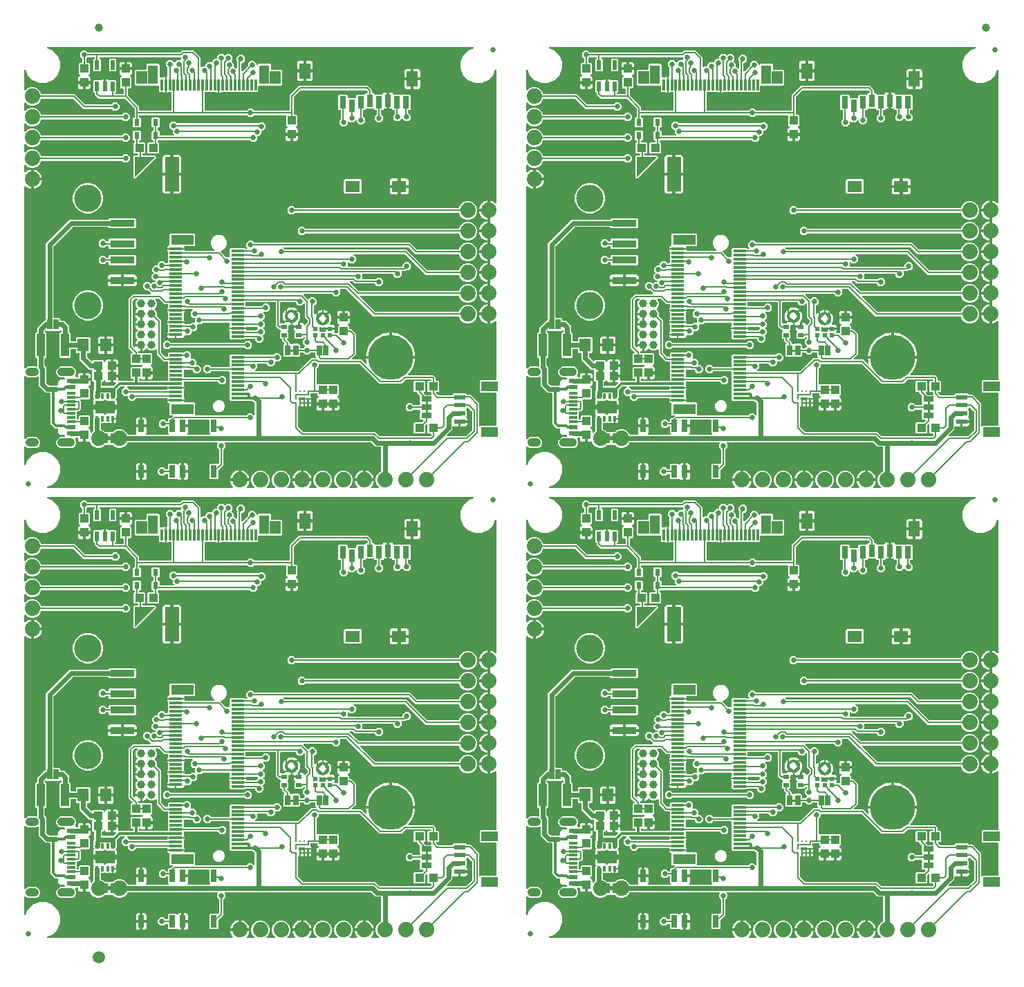
<source format=gtl>
G04 EAGLE Gerber RS-274X export*
G75*
%MOMM*%
%FSLAX34Y34*%
%LPD*%
%INTop Copper*%
%IPPOS*%
%AMOC8*
5,1,8,0,0,1.08239X$1,22.5*%
G01*
%ADD10R,1.000000X0.300000*%
%ADD11R,1.000000X0.600000*%
%ADD12C,1.000000*%
%ADD13R,1.000000X1.100000*%
%ADD14R,0.300000X0.650000*%
%ADD15R,2.350000X1.600000*%
%ADD16R,1.100000X1.000000*%
%ADD17C,0.635000*%
%ADD18R,0.250000X0.275000*%
%ADD19R,0.275000X0.250000*%
%ADD20R,0.725000X0.522000*%
%ADD21R,0.500000X0.200000*%
%ADD22R,0.200000X0.500000*%
%ADD23R,0.300000X1.400000*%
%ADD24R,1.250000X2.300000*%
%ADD25R,1.400000X1.600000*%
%ADD26R,1.700000X4.200000*%
%ADD27R,1.000000X1.000000*%
%ADD28R,0.630000X0.830000*%
%ADD29R,2.000000X1.200000*%
%ADD30R,1.350000X0.600000*%
%ADD31C,0.254000*%
%ADD32R,1.270000X0.635000*%
%ADD33C,3.327400*%
%ADD34R,3.000000X0.900000*%
%ADD35R,0.762000X1.524000*%
%ADD36R,0.635000X1.270000*%
%ADD37R,1.000000X2.800000*%
%ADD38R,0.406400X0.558800*%
%ADD39C,1.879600*%
%ADD40C,1.000000*%
%ADD41R,1.550000X0.300000*%
%ADD42R,2.750000X1.200000*%
%ADD43C,5.500000*%
%ADD44R,0.600000X0.522000*%
%ADD45R,1.800000X1.400000*%
%ADD46R,1.400000X1.900000*%
%ADD47R,0.800000X1.500000*%
%ADD48R,0.550000X1.200000*%
%ADD49C,1.500000*%
%ADD50C,0.660400*%
%ADD51C,0.177800*%
%ADD52C,0.558800*%
%ADD53C,0.304800*%

G36*
X1175634Y78102D02*
X1175634Y78102D01*
X1175716Y78109D01*
X1175764Y78128D01*
X1175814Y78138D01*
X1175858Y78166D01*
X1175963Y78208D01*
X1176102Y78321D01*
X1176140Y78346D01*
X1176633Y78839D01*
X1194943Y78839D01*
X1195045Y78854D01*
X1195147Y78862D01*
X1195175Y78874D01*
X1195206Y78879D01*
X1195298Y78923D01*
X1195394Y78961D01*
X1195417Y78981D01*
X1195445Y78994D01*
X1195520Y79064D01*
X1195600Y79129D01*
X1195617Y79155D01*
X1195639Y79176D01*
X1195690Y79265D01*
X1195747Y79350D01*
X1195753Y79374D01*
X1195771Y79406D01*
X1195829Y79666D01*
X1195826Y79704D01*
X1195831Y79727D01*
X1195831Y118393D01*
X1195816Y118495D01*
X1195808Y118597D01*
X1195796Y118625D01*
X1195791Y118656D01*
X1195747Y118748D01*
X1195709Y118844D01*
X1195689Y118867D01*
X1195676Y118895D01*
X1195606Y118970D01*
X1195541Y119050D01*
X1195515Y119067D01*
X1195494Y119089D01*
X1195405Y119140D01*
X1195320Y119197D01*
X1195296Y119203D01*
X1195264Y119221D01*
X1195004Y119279D01*
X1194966Y119276D01*
X1194943Y119281D01*
X1176633Y119281D01*
X1175591Y120323D01*
X1175591Y133797D01*
X1176633Y134839D01*
X1194943Y134839D01*
X1195045Y134854D01*
X1195147Y134862D01*
X1195175Y134874D01*
X1195206Y134879D01*
X1195298Y134923D01*
X1195394Y134961D01*
X1195417Y134981D01*
X1195445Y134994D01*
X1195520Y135064D01*
X1195600Y135129D01*
X1195617Y135155D01*
X1195639Y135176D01*
X1195690Y135265D01*
X1195747Y135350D01*
X1195753Y135374D01*
X1195771Y135406D01*
X1195829Y135666D01*
X1195826Y135704D01*
X1195831Y135727D01*
X1195831Y206523D01*
X1195824Y206574D01*
X1195825Y206626D01*
X1195804Y206705D01*
X1195791Y206786D01*
X1195769Y206832D01*
X1195755Y206882D01*
X1195712Y206951D01*
X1195676Y207025D01*
X1195640Y207063D01*
X1195613Y207106D01*
X1195550Y207159D01*
X1195494Y207219D01*
X1195449Y207245D01*
X1195410Y207278D01*
X1195335Y207311D01*
X1195264Y207351D01*
X1195213Y207363D01*
X1195166Y207383D01*
X1195084Y207391D01*
X1195004Y207409D01*
X1194953Y207405D01*
X1194901Y207410D01*
X1194821Y207394D01*
X1194739Y207387D01*
X1194691Y207368D01*
X1194641Y207358D01*
X1194597Y207330D01*
X1194492Y207288D01*
X1194353Y207175D01*
X1194315Y207151D01*
X1193958Y206794D01*
X1192437Y205689D01*
X1190763Y204836D01*
X1188976Y204255D01*
X1187957Y204094D01*
X1187957Y215011D01*
X1187942Y215112D01*
X1187933Y215215D01*
X1187922Y215243D01*
X1187917Y215274D01*
X1187873Y215366D01*
X1187834Y215461D01*
X1187815Y215485D01*
X1187802Y215513D01*
X1187732Y215588D01*
X1187667Y215668D01*
X1187641Y215685D01*
X1187620Y215707D01*
X1187531Y215758D01*
X1187446Y215815D01*
X1187422Y215820D01*
X1187390Y215839D01*
X1187130Y215897D01*
X1187092Y215894D01*
X1187069Y215899D01*
X1186179Y215899D01*
X1186179Y215901D01*
X1187069Y215901D01*
X1187170Y215916D01*
X1187273Y215925D01*
X1187301Y215936D01*
X1187332Y215941D01*
X1187424Y215985D01*
X1187519Y216024D01*
X1187543Y216043D01*
X1187571Y216056D01*
X1187646Y216126D01*
X1187726Y216191D01*
X1187743Y216217D01*
X1187765Y216238D01*
X1187816Y216327D01*
X1187873Y216412D01*
X1187879Y216436D01*
X1187897Y216469D01*
X1187955Y216728D01*
X1187952Y216766D01*
X1187957Y216789D01*
X1187957Y240411D01*
X1187942Y240512D01*
X1187933Y240615D01*
X1187922Y240643D01*
X1187917Y240674D01*
X1187873Y240766D01*
X1187834Y240861D01*
X1187815Y240885D01*
X1187802Y240913D01*
X1187732Y240988D01*
X1187667Y241068D01*
X1187641Y241085D01*
X1187620Y241107D01*
X1187531Y241158D01*
X1187446Y241215D01*
X1187422Y241220D01*
X1187390Y241239D01*
X1187130Y241297D01*
X1187092Y241294D01*
X1187069Y241299D01*
X1186179Y241299D01*
X1186179Y241301D01*
X1187069Y241301D01*
X1187170Y241316D01*
X1187273Y241325D01*
X1187301Y241336D01*
X1187332Y241341D01*
X1187424Y241385D01*
X1187519Y241424D01*
X1187543Y241443D01*
X1187571Y241456D01*
X1187646Y241526D01*
X1187726Y241591D01*
X1187743Y241617D01*
X1187765Y241638D01*
X1187816Y241727D01*
X1187873Y241812D01*
X1187879Y241836D01*
X1187897Y241869D01*
X1187955Y242128D01*
X1187952Y242166D01*
X1187957Y242189D01*
X1187957Y265811D01*
X1187942Y265912D01*
X1187933Y266015D01*
X1187922Y266043D01*
X1187917Y266074D01*
X1187873Y266166D01*
X1187834Y266261D01*
X1187815Y266285D01*
X1187802Y266313D01*
X1187732Y266388D01*
X1187667Y266468D01*
X1187641Y266485D01*
X1187620Y266507D01*
X1187531Y266558D01*
X1187446Y266615D01*
X1187422Y266620D01*
X1187390Y266639D01*
X1187130Y266697D01*
X1187092Y266694D01*
X1187069Y266699D01*
X1186179Y266699D01*
X1186179Y266701D01*
X1187069Y266701D01*
X1187170Y266716D01*
X1187273Y266725D01*
X1187301Y266736D01*
X1187332Y266741D01*
X1187424Y266785D01*
X1187519Y266824D01*
X1187543Y266843D01*
X1187571Y266856D01*
X1187646Y266926D01*
X1187726Y266991D01*
X1187743Y267017D01*
X1187765Y267038D01*
X1187816Y267127D01*
X1187873Y267212D01*
X1187879Y267236D01*
X1187897Y267269D01*
X1187955Y267528D01*
X1187952Y267566D01*
X1187957Y267589D01*
X1187957Y291211D01*
X1187942Y291312D01*
X1187933Y291415D01*
X1187922Y291443D01*
X1187917Y291474D01*
X1187873Y291566D01*
X1187834Y291661D01*
X1187815Y291685D01*
X1187802Y291713D01*
X1187732Y291788D01*
X1187667Y291868D01*
X1187641Y291885D01*
X1187620Y291907D01*
X1187531Y291958D01*
X1187446Y292015D01*
X1187422Y292020D01*
X1187390Y292039D01*
X1187130Y292097D01*
X1187092Y292094D01*
X1187069Y292099D01*
X1186179Y292099D01*
X1186179Y292101D01*
X1187069Y292101D01*
X1187170Y292116D01*
X1187273Y292125D01*
X1187301Y292136D01*
X1187332Y292141D01*
X1187424Y292185D01*
X1187519Y292224D01*
X1187543Y292243D01*
X1187571Y292256D01*
X1187646Y292326D01*
X1187726Y292391D01*
X1187743Y292417D01*
X1187765Y292438D01*
X1187816Y292527D01*
X1187873Y292612D01*
X1187879Y292636D01*
X1187897Y292669D01*
X1187955Y292928D01*
X1187952Y292966D01*
X1187957Y292989D01*
X1187957Y316611D01*
X1187942Y316712D01*
X1187933Y316815D01*
X1187922Y316843D01*
X1187917Y316874D01*
X1187873Y316966D01*
X1187834Y317061D01*
X1187815Y317085D01*
X1187802Y317113D01*
X1187732Y317188D01*
X1187667Y317268D01*
X1187641Y317285D01*
X1187620Y317307D01*
X1187531Y317358D01*
X1187446Y317415D01*
X1187422Y317420D01*
X1187390Y317439D01*
X1187130Y317497D01*
X1187092Y317494D01*
X1187069Y317499D01*
X1186179Y317499D01*
X1186179Y317501D01*
X1187069Y317501D01*
X1187170Y317516D01*
X1187273Y317525D01*
X1187301Y317536D01*
X1187332Y317541D01*
X1187424Y317585D01*
X1187519Y317624D01*
X1187543Y317643D01*
X1187571Y317656D01*
X1187646Y317726D01*
X1187726Y317791D01*
X1187743Y317817D01*
X1187765Y317838D01*
X1187816Y317927D01*
X1187873Y318012D01*
X1187879Y318036D01*
X1187897Y318069D01*
X1187955Y318328D01*
X1187952Y318366D01*
X1187957Y318389D01*
X1187957Y342011D01*
X1187942Y342112D01*
X1187933Y342215D01*
X1187922Y342243D01*
X1187917Y342274D01*
X1187873Y342366D01*
X1187834Y342461D01*
X1187815Y342485D01*
X1187802Y342513D01*
X1187732Y342588D01*
X1187667Y342668D01*
X1187641Y342685D01*
X1187620Y342707D01*
X1187531Y342758D01*
X1187446Y342815D01*
X1187422Y342820D01*
X1187390Y342839D01*
X1187130Y342897D01*
X1187092Y342894D01*
X1187069Y342899D01*
X1186179Y342899D01*
X1186179Y342901D01*
X1187069Y342901D01*
X1187170Y342916D01*
X1187273Y342925D01*
X1187301Y342936D01*
X1187332Y342941D01*
X1187424Y342985D01*
X1187519Y343024D01*
X1187543Y343043D01*
X1187571Y343056D01*
X1187646Y343126D01*
X1187726Y343191D01*
X1187743Y343217D01*
X1187765Y343238D01*
X1187816Y343327D01*
X1187873Y343412D01*
X1187879Y343436D01*
X1187897Y343469D01*
X1187955Y343728D01*
X1187952Y343766D01*
X1187957Y343789D01*
X1187957Y354706D01*
X1188976Y354545D01*
X1190763Y353964D01*
X1192437Y353111D01*
X1193958Y352006D01*
X1194315Y351649D01*
X1194356Y351618D01*
X1194392Y351581D01*
X1194463Y351540D01*
X1194529Y351491D01*
X1194578Y351474D01*
X1194622Y351449D01*
X1194702Y351431D01*
X1194780Y351404D01*
X1194832Y351402D01*
X1194882Y351391D01*
X1194964Y351398D01*
X1195046Y351395D01*
X1195095Y351408D01*
X1195147Y351413D01*
X1195223Y351443D01*
X1195302Y351465D01*
X1195346Y351492D01*
X1195394Y351512D01*
X1195457Y351563D01*
X1195526Y351607D01*
X1195560Y351647D01*
X1195600Y351679D01*
X1195645Y351747D01*
X1195698Y351810D01*
X1195719Y351857D01*
X1195747Y351900D01*
X1195759Y351951D01*
X1195803Y352054D01*
X1195821Y352233D01*
X1195831Y352277D01*
X1195831Y514440D01*
X1195817Y514531D01*
X1195812Y514623D01*
X1195798Y514662D01*
X1195791Y514703D01*
X1195751Y514786D01*
X1195719Y514872D01*
X1195694Y514905D01*
X1195676Y514942D01*
X1195613Y515009D01*
X1195556Y515082D01*
X1195522Y515106D01*
X1195494Y515136D01*
X1195414Y515182D01*
X1195339Y515235D01*
X1195299Y515248D01*
X1195264Y515268D01*
X1195174Y515288D01*
X1195086Y515316D01*
X1195044Y515317D01*
X1195004Y515326D01*
X1194912Y515318D01*
X1194820Y515319D01*
X1194780Y515308D01*
X1194739Y515304D01*
X1194653Y515270D01*
X1194565Y515243D01*
X1194531Y515221D01*
X1194492Y515205D01*
X1194421Y515147D01*
X1194344Y515096D01*
X1194326Y515070D01*
X1194286Y515038D01*
X1194139Y514817D01*
X1194134Y514796D01*
X1194122Y514780D01*
X1191568Y508614D01*
X1185566Y502612D01*
X1177724Y499363D01*
X1169236Y499363D01*
X1161394Y502612D01*
X1155392Y508614D01*
X1152143Y516456D01*
X1152143Y524944D01*
X1155392Y532786D01*
X1161394Y538788D01*
X1167560Y541342D01*
X1167639Y541390D01*
X1167722Y541430D01*
X1167752Y541458D01*
X1167787Y541480D01*
X1167849Y541549D01*
X1167916Y541612D01*
X1167937Y541648D01*
X1167964Y541678D01*
X1168002Y541762D01*
X1168048Y541842D01*
X1168057Y541883D01*
X1168074Y541920D01*
X1168086Y542012D01*
X1168106Y542102D01*
X1168103Y542143D01*
X1168108Y542184D01*
X1168092Y542275D01*
X1168084Y542367D01*
X1168069Y542405D01*
X1168062Y542446D01*
X1168020Y542528D01*
X1167985Y542614D01*
X1167959Y542646D01*
X1167940Y542682D01*
X1167876Y542748D01*
X1167818Y542820D01*
X1167783Y542843D01*
X1167755Y542872D01*
X1167673Y542916D01*
X1167597Y542967D01*
X1167566Y542974D01*
X1167521Y542999D01*
X1167260Y543050D01*
X1167240Y543047D01*
X1167220Y543051D01*
X646340Y543051D01*
X646249Y543037D01*
X646157Y543032D01*
X646118Y543018D01*
X646077Y543011D01*
X645994Y542971D01*
X645908Y542939D01*
X645875Y542914D01*
X645838Y542896D01*
X645771Y542833D01*
X645698Y542776D01*
X645674Y542742D01*
X645644Y542714D01*
X645598Y542634D01*
X645545Y542559D01*
X645532Y542519D01*
X645512Y542484D01*
X645492Y542394D01*
X645464Y542306D01*
X645463Y542264D01*
X645454Y542224D01*
X645462Y542132D01*
X645461Y542040D01*
X645472Y542000D01*
X645476Y541959D01*
X645510Y541873D01*
X645537Y541785D01*
X645559Y541751D01*
X645575Y541712D01*
X645633Y541641D01*
X645684Y541564D01*
X645710Y541546D01*
X645742Y541506D01*
X645963Y541359D01*
X645984Y541354D01*
X646000Y541342D01*
X652166Y538788D01*
X658168Y532786D01*
X661417Y524944D01*
X661417Y516456D01*
X658168Y508614D01*
X652166Y502612D01*
X644324Y499363D01*
X635836Y499363D01*
X627994Y502612D01*
X621992Y508614D01*
X619438Y514780D01*
X619390Y514859D01*
X619350Y514942D01*
X619322Y514972D01*
X619300Y515007D01*
X619231Y515069D01*
X619168Y515136D01*
X619132Y515157D01*
X619102Y515184D01*
X619018Y515222D01*
X618938Y515268D01*
X618897Y515277D01*
X618860Y515294D01*
X618768Y515306D01*
X618678Y515326D01*
X618637Y515323D01*
X618596Y515328D01*
X618505Y515312D01*
X618413Y515304D01*
X618375Y515289D01*
X618334Y515282D01*
X618252Y515240D01*
X618166Y515205D01*
X618134Y515179D01*
X618098Y515160D01*
X618032Y515096D01*
X617960Y515038D01*
X617937Y515003D01*
X617908Y514975D01*
X617864Y514893D01*
X617813Y514817D01*
X617806Y514786D01*
X617781Y514741D01*
X617730Y514480D01*
X617733Y514460D01*
X617729Y514440D01*
X617729Y490899D01*
X617736Y490848D01*
X617735Y490797D01*
X617756Y490718D01*
X617769Y490637D01*
X617791Y490590D01*
X617805Y490540D01*
X617849Y490471D01*
X617884Y490397D01*
X617919Y490360D01*
X617947Y490316D01*
X618010Y490263D01*
X618066Y490203D01*
X618110Y490177D01*
X618150Y490144D01*
X618225Y490112D01*
X618296Y490071D01*
X618347Y490060D01*
X618394Y490040D01*
X618476Y490031D01*
X618556Y490013D01*
X618607Y490017D01*
X618659Y490012D01*
X618739Y490028D01*
X618821Y490035D01*
X618869Y490054D01*
X618919Y490064D01*
X618963Y490092D01*
X619068Y490134D01*
X619207Y490247D01*
X619245Y490271D01*
X621049Y492075D01*
X625157Y493777D01*
X629603Y493777D01*
X633711Y492075D01*
X636855Y488931D01*
X638145Y485816D01*
X638177Y485763D01*
X638201Y485705D01*
X638246Y485650D01*
X638283Y485588D01*
X638329Y485547D01*
X638368Y485499D01*
X638428Y485459D01*
X638481Y485412D01*
X638538Y485386D01*
X638589Y485352D01*
X638636Y485341D01*
X638723Y485302D01*
X638936Y485275D01*
X638966Y485268D01*
X679285Y485268D01*
X691725Y472828D01*
X691742Y472815D01*
X691755Y472799D01*
X691849Y472737D01*
X691939Y472670D01*
X691959Y472663D01*
X691976Y472652D01*
X692021Y472642D01*
X692190Y472583D01*
X692303Y472579D01*
X692353Y472568D01*
X724095Y472568D01*
X724115Y472571D01*
X724136Y472569D01*
X724247Y472591D01*
X724357Y472608D01*
X724376Y472617D01*
X724397Y472621D01*
X724435Y472645D01*
X724597Y472723D01*
X724679Y472800D01*
X724723Y472828D01*
X726875Y474981D01*
X731085Y474981D01*
X734061Y472005D01*
X734061Y467795D01*
X731085Y464819D01*
X726875Y464819D01*
X724723Y466972D01*
X724706Y466985D01*
X724692Y467001D01*
X724599Y467063D01*
X724509Y467130D01*
X724489Y467137D01*
X724471Y467148D01*
X724427Y467158D01*
X724258Y467217D01*
X724145Y467221D01*
X724095Y467232D01*
X689775Y467232D01*
X677335Y479672D01*
X677318Y479685D01*
X677305Y479701D01*
X677211Y479763D01*
X677121Y479830D01*
X677101Y479837D01*
X677084Y479848D01*
X677039Y479858D01*
X676870Y479917D01*
X676757Y479921D01*
X676707Y479932D01*
X638966Y479932D01*
X638905Y479923D01*
X638843Y479924D01*
X638774Y479903D01*
X638703Y479892D01*
X638647Y479865D01*
X638588Y479848D01*
X638529Y479808D01*
X638464Y479777D01*
X638419Y479734D01*
X638367Y479700D01*
X638340Y479661D01*
X638270Y479595D01*
X638163Y479409D01*
X638145Y479384D01*
X636855Y476269D01*
X633711Y473125D01*
X629603Y471423D01*
X625157Y471423D01*
X621049Y473125D01*
X619245Y474929D01*
X619204Y474959D01*
X619168Y474997D01*
X619097Y475038D01*
X619031Y475086D01*
X618982Y475103D01*
X618938Y475129D01*
X618858Y475147D01*
X618780Y475174D01*
X618728Y475176D01*
X618678Y475187D01*
X618596Y475180D01*
X618514Y475183D01*
X618465Y475169D01*
X618413Y475165D01*
X618337Y475135D01*
X618258Y475113D01*
X618214Y475085D01*
X618166Y475066D01*
X618103Y475014D01*
X618034Y474970D01*
X618000Y474931D01*
X617960Y474899D01*
X617915Y474830D01*
X617862Y474768D01*
X617841Y474720D01*
X617813Y474677D01*
X617801Y474627D01*
X617757Y474523D01*
X617739Y474345D01*
X617729Y474301D01*
X617729Y465499D01*
X617736Y465448D01*
X617735Y465397D01*
X617756Y465318D01*
X617769Y465237D01*
X617791Y465190D01*
X617805Y465140D01*
X617849Y465071D01*
X617884Y464997D01*
X617919Y464960D01*
X617947Y464916D01*
X618010Y464863D01*
X618066Y464803D01*
X618110Y464777D01*
X618150Y464744D01*
X618225Y464712D01*
X618296Y464671D01*
X618347Y464660D01*
X618394Y464640D01*
X618476Y464631D01*
X618556Y464613D01*
X618607Y464617D01*
X618659Y464612D01*
X618739Y464628D01*
X618821Y464635D01*
X618869Y464654D01*
X618919Y464664D01*
X618963Y464692D01*
X619068Y464734D01*
X619207Y464847D01*
X619245Y464871D01*
X621049Y466675D01*
X625157Y468377D01*
X629603Y468377D01*
X633711Y466675D01*
X636855Y463531D01*
X638145Y460416D01*
X638177Y460363D01*
X638201Y460305D01*
X638246Y460250D01*
X638283Y460188D01*
X638329Y460147D01*
X638368Y460099D01*
X638428Y460059D01*
X638481Y460012D01*
X638538Y459986D01*
X638589Y459952D01*
X638636Y459941D01*
X638723Y459902D01*
X638936Y459875D01*
X638966Y459868D01*
X736795Y459868D01*
X736815Y459871D01*
X736836Y459869D01*
X736947Y459891D01*
X737057Y459908D01*
X737076Y459917D01*
X737097Y459921D01*
X737135Y459945D01*
X737297Y460023D01*
X737379Y460100D01*
X737423Y460128D01*
X739575Y462281D01*
X743785Y462281D01*
X746761Y459305D01*
X746761Y455095D01*
X743785Y452119D01*
X739575Y452119D01*
X737423Y454272D01*
X737406Y454285D01*
X737392Y454301D01*
X737299Y454363D01*
X737209Y454430D01*
X737189Y454437D01*
X737171Y454448D01*
X737127Y454458D01*
X736958Y454517D01*
X736845Y454521D01*
X736795Y454532D01*
X638966Y454532D01*
X638905Y454523D01*
X638843Y454524D01*
X638774Y454503D01*
X638703Y454492D01*
X638647Y454465D01*
X638588Y454448D01*
X638529Y454408D01*
X638464Y454377D01*
X638419Y454334D01*
X638367Y454300D01*
X638340Y454261D01*
X638270Y454195D01*
X638163Y454009D01*
X638145Y453984D01*
X636855Y450869D01*
X633711Y447725D01*
X629603Y446023D01*
X625157Y446023D01*
X621049Y447725D01*
X619245Y449529D01*
X619204Y449559D01*
X619168Y449597D01*
X619097Y449638D01*
X619031Y449686D01*
X618982Y449703D01*
X618938Y449729D01*
X618858Y449747D01*
X618780Y449774D01*
X618728Y449776D01*
X618678Y449787D01*
X618596Y449780D01*
X618514Y449783D01*
X618465Y449769D01*
X618413Y449765D01*
X618337Y449735D01*
X618258Y449713D01*
X618214Y449685D01*
X618166Y449666D01*
X618103Y449614D01*
X618034Y449570D01*
X618000Y449531D01*
X617960Y449499D01*
X617915Y449430D01*
X617862Y449368D01*
X617841Y449320D01*
X617813Y449277D01*
X617801Y449227D01*
X617757Y449123D01*
X617739Y448945D01*
X617729Y448901D01*
X617729Y440099D01*
X617736Y440048D01*
X617735Y439997D01*
X617756Y439918D01*
X617769Y439837D01*
X617791Y439790D01*
X617805Y439740D01*
X617849Y439671D01*
X617884Y439597D01*
X617919Y439560D01*
X617947Y439516D01*
X618010Y439463D01*
X618066Y439403D01*
X618110Y439377D01*
X618150Y439344D01*
X618225Y439312D01*
X618296Y439271D01*
X618347Y439260D01*
X618394Y439240D01*
X618476Y439231D01*
X618556Y439213D01*
X618607Y439217D01*
X618659Y439212D01*
X618739Y439228D01*
X618821Y439235D01*
X618869Y439254D01*
X618919Y439264D01*
X618963Y439292D01*
X619068Y439334D01*
X619207Y439447D01*
X619245Y439471D01*
X621049Y441275D01*
X625157Y442977D01*
X629603Y442977D01*
X633711Y441275D01*
X636855Y438131D01*
X638145Y435016D01*
X638177Y434963D01*
X638201Y434905D01*
X638246Y434850D01*
X638283Y434788D01*
X638329Y434747D01*
X638368Y434699D01*
X638428Y434659D01*
X638481Y434612D01*
X638538Y434586D01*
X638589Y434552D01*
X638636Y434541D01*
X638723Y434502D01*
X638936Y434475D01*
X638966Y434468D01*
X736795Y434468D01*
X736815Y434471D01*
X736836Y434469D01*
X736947Y434491D01*
X737057Y434508D01*
X737076Y434517D01*
X737097Y434521D01*
X737135Y434545D01*
X737297Y434623D01*
X737379Y434700D01*
X737423Y434728D01*
X739575Y436881D01*
X743785Y436881D01*
X746761Y433905D01*
X746761Y429695D01*
X743785Y426719D01*
X739575Y426719D01*
X737423Y428872D01*
X737406Y428885D01*
X737392Y428901D01*
X737299Y428963D01*
X737209Y429030D01*
X737189Y429037D01*
X737171Y429048D01*
X737127Y429058D01*
X736958Y429117D01*
X736845Y429121D01*
X736795Y429132D01*
X638966Y429132D01*
X638905Y429123D01*
X638843Y429124D01*
X638774Y429103D01*
X638703Y429092D01*
X638647Y429065D01*
X638588Y429048D01*
X638529Y429008D01*
X638464Y428977D01*
X638419Y428934D01*
X638367Y428900D01*
X638340Y428861D01*
X638270Y428795D01*
X638163Y428609D01*
X638145Y428584D01*
X636855Y425469D01*
X633711Y422325D01*
X629603Y420623D01*
X625157Y420623D01*
X621049Y422325D01*
X619245Y424129D01*
X619204Y424159D01*
X619168Y424197D01*
X619097Y424238D01*
X619031Y424286D01*
X618982Y424303D01*
X618938Y424329D01*
X618858Y424347D01*
X618780Y424374D01*
X618728Y424376D01*
X618678Y424387D01*
X618596Y424380D01*
X618514Y424383D01*
X618465Y424369D01*
X618413Y424365D01*
X618337Y424335D01*
X618258Y424313D01*
X618214Y424285D01*
X618166Y424266D01*
X618103Y424214D01*
X618034Y424170D01*
X618000Y424131D01*
X617960Y424099D01*
X617915Y424030D01*
X617862Y423968D01*
X617841Y423920D01*
X617813Y423877D01*
X617801Y423827D01*
X617757Y423723D01*
X617739Y423545D01*
X617729Y423501D01*
X617729Y414699D01*
X617736Y414648D01*
X617735Y414597D01*
X617756Y414518D01*
X617769Y414437D01*
X617791Y414390D01*
X617805Y414340D01*
X617849Y414271D01*
X617884Y414197D01*
X617919Y414160D01*
X617947Y414116D01*
X618010Y414063D01*
X618066Y414003D01*
X618110Y413977D01*
X618150Y413944D01*
X618225Y413912D01*
X618296Y413871D01*
X618347Y413860D01*
X618394Y413840D01*
X618476Y413831D01*
X618556Y413813D01*
X618607Y413817D01*
X618659Y413812D01*
X618739Y413828D01*
X618821Y413835D01*
X618869Y413854D01*
X618919Y413864D01*
X618963Y413892D01*
X619068Y413934D01*
X619207Y414047D01*
X619245Y414071D01*
X621049Y415875D01*
X625157Y417577D01*
X629603Y417577D01*
X633711Y415875D01*
X636855Y412731D01*
X638145Y409616D01*
X638177Y409563D01*
X638201Y409505D01*
X638246Y409450D01*
X638283Y409388D01*
X638329Y409347D01*
X638368Y409299D01*
X638428Y409259D01*
X638481Y409212D01*
X638538Y409186D01*
X638589Y409152D01*
X638636Y409141D01*
X638723Y409102D01*
X638936Y409075D01*
X638966Y409068D01*
X736795Y409068D01*
X736815Y409071D01*
X736836Y409069D01*
X736947Y409091D01*
X737057Y409108D01*
X737076Y409117D01*
X737097Y409121D01*
X737135Y409145D01*
X737297Y409223D01*
X737379Y409300D01*
X737423Y409328D01*
X739575Y411481D01*
X743785Y411481D01*
X746761Y408505D01*
X746761Y404295D01*
X743785Y401319D01*
X739575Y401319D01*
X737423Y403472D01*
X737406Y403485D01*
X737392Y403501D01*
X737299Y403563D01*
X737209Y403630D01*
X737189Y403637D01*
X737171Y403648D01*
X737127Y403658D01*
X736958Y403717D01*
X736845Y403721D01*
X736795Y403732D01*
X638966Y403732D01*
X638905Y403723D01*
X638843Y403724D01*
X638774Y403703D01*
X638703Y403692D01*
X638647Y403665D01*
X638588Y403648D01*
X638529Y403608D01*
X638464Y403577D01*
X638419Y403534D01*
X638367Y403500D01*
X638340Y403461D01*
X638270Y403395D01*
X638163Y403209D01*
X638145Y403184D01*
X636855Y400069D01*
X633711Y396925D01*
X629603Y395223D01*
X625157Y395223D01*
X621049Y396925D01*
X619245Y398729D01*
X619204Y398759D01*
X619168Y398797D01*
X619097Y398838D01*
X619031Y398886D01*
X618982Y398903D01*
X618938Y398929D01*
X618858Y398947D01*
X618780Y398974D01*
X618728Y398976D01*
X618678Y398987D01*
X618596Y398980D01*
X618514Y398983D01*
X618465Y398969D01*
X618413Y398965D01*
X618337Y398935D01*
X618258Y398913D01*
X618214Y398885D01*
X618166Y398866D01*
X618103Y398814D01*
X618034Y398770D01*
X618000Y398731D01*
X617960Y398699D01*
X617915Y398630D01*
X617862Y398568D01*
X617841Y398520D01*
X617813Y398477D01*
X617801Y398427D01*
X617757Y398323D01*
X617739Y398145D01*
X617729Y398101D01*
X617729Y390377D01*
X617736Y390326D01*
X617735Y390274D01*
X617756Y390195D01*
X617769Y390114D01*
X617791Y390068D01*
X617805Y390018D01*
X617848Y389949D01*
X617884Y389875D01*
X617920Y389837D01*
X617947Y389794D01*
X618010Y389741D01*
X618066Y389681D01*
X618111Y389655D01*
X618150Y389622D01*
X618225Y389589D01*
X618296Y389549D01*
X618347Y389537D01*
X618394Y389517D01*
X618476Y389509D01*
X618556Y389491D01*
X618607Y389495D01*
X618659Y389490D01*
X618739Y389506D01*
X618821Y389513D01*
X618869Y389532D01*
X618919Y389542D01*
X618963Y389570D01*
X619068Y389612D01*
X619207Y389725D01*
X619245Y389749D01*
X619602Y390106D01*
X621123Y391211D01*
X622797Y392064D01*
X624584Y392645D01*
X625603Y392806D01*
X625603Y381889D01*
X625618Y381788D01*
X625626Y381685D01*
X625638Y381657D01*
X625643Y381626D01*
X625687Y381534D01*
X625725Y381439D01*
X625745Y381415D01*
X625758Y381387D01*
X625828Y381312D01*
X625893Y381232D01*
X625919Y381215D01*
X625940Y381193D01*
X626029Y381142D01*
X626114Y381085D01*
X626138Y381080D01*
X626170Y381061D01*
X626430Y381003D01*
X626468Y381006D01*
X626491Y381001D01*
X627381Y381001D01*
X627381Y380999D01*
X626491Y380999D01*
X626389Y380984D01*
X626287Y380975D01*
X626259Y380964D01*
X626228Y380959D01*
X626136Y380915D01*
X626040Y380876D01*
X626017Y380857D01*
X625989Y380844D01*
X625914Y380774D01*
X625834Y380709D01*
X625817Y380683D01*
X625795Y380662D01*
X625744Y380573D01*
X625687Y380488D01*
X625681Y380464D01*
X625663Y380431D01*
X625605Y380172D01*
X625608Y380134D01*
X625603Y380111D01*
X625603Y369194D01*
X624584Y369355D01*
X622797Y369936D01*
X621123Y370789D01*
X619602Y371894D01*
X619245Y372251D01*
X619204Y372282D01*
X619168Y372319D01*
X619097Y372360D01*
X619031Y372409D01*
X618982Y372426D01*
X618938Y372451D01*
X618858Y372469D01*
X618780Y372496D01*
X618728Y372498D01*
X618678Y372509D01*
X618596Y372502D01*
X618514Y372505D01*
X618465Y372492D01*
X618413Y372487D01*
X618337Y372457D01*
X618258Y372435D01*
X618214Y372408D01*
X618166Y372388D01*
X618103Y372337D01*
X618034Y372293D01*
X618000Y372253D01*
X617960Y372221D01*
X617915Y372153D01*
X617862Y372090D01*
X617841Y372043D01*
X617813Y372000D01*
X617801Y371949D01*
X617757Y371846D01*
X617739Y371667D01*
X617729Y371623D01*
X617729Y150030D01*
X617736Y149979D01*
X617735Y149927D01*
X617756Y149848D01*
X617769Y149767D01*
X617791Y149721D01*
X617805Y149671D01*
X617849Y149601D01*
X617884Y149528D01*
X617919Y149490D01*
X617947Y149446D01*
X618010Y149393D01*
X618066Y149333D01*
X618110Y149308D01*
X618150Y149274D01*
X618225Y149242D01*
X618296Y149201D01*
X618347Y149190D01*
X618394Y149170D01*
X618476Y149161D01*
X618556Y149144D01*
X618607Y149148D01*
X618659Y149142D01*
X618739Y149159D01*
X618821Y149165D01*
X618869Y149184D01*
X618919Y149195D01*
X618963Y149222D01*
X619068Y149264D01*
X619207Y149377D01*
X619245Y149402D01*
X620390Y150547D01*
X622882Y151579D01*
X631578Y151579D01*
X631979Y151413D01*
X631989Y151410D01*
X631998Y151405D01*
X632118Y151378D01*
X632237Y151349D01*
X632248Y151350D01*
X632258Y151347D01*
X632380Y151357D01*
X632503Y151364D01*
X632512Y151368D01*
X632523Y151369D01*
X632637Y151415D01*
X632751Y151458D01*
X632760Y151464D01*
X632770Y151468D01*
X632865Y151545D01*
X632962Y151620D01*
X632968Y151629D01*
X632976Y151635D01*
X633044Y151738D01*
X633114Y151838D01*
X633118Y151848D01*
X633123Y151857D01*
X633130Y151887D01*
X633196Y152091D01*
X633197Y152176D01*
X633205Y152214D01*
X633205Y152221D01*
X633207Y152233D01*
X633207Y161133D01*
X633192Y161235D01*
X633184Y161337D01*
X633172Y161365D01*
X633167Y161396D01*
X633123Y161488D01*
X633085Y161584D01*
X633065Y161607D01*
X633052Y161635D01*
X632982Y161710D01*
X632917Y161790D01*
X632891Y161807D01*
X632870Y161829D01*
X632781Y161880D01*
X632696Y161937D01*
X632672Y161943D01*
X632640Y161961D01*
X632380Y162019D01*
X632342Y162016D01*
X632319Y162021D01*
X632043Y162021D01*
X631001Y163063D01*
X631001Y192537D01*
X632043Y193579D01*
X632319Y193579D01*
X632421Y193594D01*
X632523Y193602D01*
X632551Y193614D01*
X632582Y193619D01*
X632674Y193663D01*
X632770Y193701D01*
X632793Y193721D01*
X632821Y193734D01*
X632896Y193804D01*
X632976Y193869D01*
X632993Y193895D01*
X633015Y193916D01*
X633066Y194005D01*
X633123Y194090D01*
X633129Y194114D01*
X633147Y194146D01*
X633205Y194406D01*
X633202Y194444D01*
X633207Y194467D01*
X633207Y198984D01*
X641996Y207773D01*
X642874Y207773D01*
X642976Y207788D01*
X643078Y207796D01*
X643106Y207808D01*
X643137Y207813D01*
X643229Y207857D01*
X643325Y207895D01*
X643348Y207915D01*
X643376Y207928D01*
X643451Y207998D01*
X643531Y208063D01*
X643548Y208089D01*
X643570Y208110D01*
X643621Y208199D01*
X643678Y208284D01*
X643684Y208308D01*
X643702Y208340D01*
X643760Y208600D01*
X643757Y208638D01*
X643762Y208661D01*
X643762Y210287D01*
X643883Y210408D01*
X643896Y210425D01*
X643912Y210438D01*
X643974Y210531D01*
X644041Y210622D01*
X644048Y210641D01*
X644059Y210659D01*
X644069Y210703D01*
X644128Y210873D01*
X644132Y210985D01*
X644143Y211036D01*
X644143Y302630D01*
X673186Y331673D01*
X719933Y331673D01*
X720035Y331688D01*
X720137Y331696D01*
X720165Y331708D01*
X720196Y331713D01*
X720288Y331757D01*
X720384Y331795D01*
X720407Y331815D01*
X720435Y331828D01*
X720510Y331898D01*
X720590Y331963D01*
X720607Y331989D01*
X720629Y332010D01*
X720680Y332099D01*
X720737Y332184D01*
X720743Y332208D01*
X720761Y332240D01*
X720772Y332287D01*
X721863Y333379D01*
X753337Y333379D01*
X754379Y332337D01*
X754379Y321863D01*
X753337Y320821D01*
X721863Y320821D01*
X720780Y321904D01*
X720737Y321994D01*
X720699Y322090D01*
X720679Y322113D01*
X720666Y322141D01*
X720596Y322216D01*
X720531Y322296D01*
X720505Y322313D01*
X720484Y322335D01*
X720395Y322386D01*
X720310Y322443D01*
X720286Y322449D01*
X720254Y322467D01*
X719994Y322525D01*
X719956Y322522D01*
X719933Y322527D01*
X677342Y322527D01*
X677321Y322524D01*
X677300Y322526D01*
X677190Y322504D01*
X677079Y322487D01*
X677060Y322478D01*
X677040Y322474D01*
X677001Y322450D01*
X676840Y322372D01*
X676757Y322295D01*
X676714Y322267D01*
X653549Y299102D01*
X653536Y299085D01*
X653520Y299072D01*
X653458Y298978D01*
X653391Y298888D01*
X653384Y298868D01*
X653373Y298851D01*
X653363Y298806D01*
X653304Y298637D01*
X653300Y298524D01*
X653289Y298474D01*
X653289Y212217D01*
X653304Y212115D01*
X653312Y212013D01*
X653324Y211985D01*
X653329Y211954D01*
X653373Y211862D01*
X653411Y211766D01*
X653431Y211743D01*
X653444Y211715D01*
X653514Y211640D01*
X653579Y211560D01*
X653605Y211543D01*
X653626Y211521D01*
X653715Y211470D01*
X653800Y211413D01*
X653824Y211407D01*
X653856Y211389D01*
X654116Y211331D01*
X654154Y211334D01*
X654177Y211329D01*
X660756Y211329D01*
X661798Y210287D01*
X661798Y208661D01*
X661813Y208559D01*
X661821Y208457D01*
X661833Y208429D01*
X661838Y208398D01*
X661882Y208306D01*
X661920Y208210D01*
X661940Y208187D01*
X661953Y208159D01*
X662023Y208084D01*
X662088Y208004D01*
X662114Y207987D01*
X662135Y207965D01*
X662224Y207914D01*
X662309Y207857D01*
X662333Y207851D01*
X662365Y207833D01*
X662625Y207775D01*
X662663Y207778D01*
X662686Y207773D01*
X666104Y207773D01*
X672353Y201524D01*
X672353Y194467D01*
X672368Y194365D01*
X672376Y194263D01*
X672388Y194235D01*
X672393Y194204D01*
X672437Y194112D01*
X672475Y194016D01*
X672495Y193993D01*
X672508Y193965D01*
X672578Y193890D01*
X672643Y193810D01*
X672669Y193793D01*
X672690Y193771D01*
X672779Y193720D01*
X672864Y193663D01*
X672888Y193657D01*
X672920Y193639D01*
X673180Y193581D01*
X673218Y193584D01*
X673241Y193579D01*
X673517Y193579D01*
X674559Y192537D01*
X674559Y183261D01*
X674574Y183159D01*
X674582Y183057D01*
X674594Y183029D01*
X674599Y182998D01*
X674643Y182906D01*
X674681Y182810D01*
X674701Y182787D01*
X674714Y182759D01*
X674784Y182684D01*
X674849Y182604D01*
X674875Y182587D01*
X674896Y182565D01*
X674985Y182514D01*
X675070Y182457D01*
X675094Y182451D01*
X675126Y182433D01*
X675386Y182375D01*
X675424Y182378D01*
X675447Y182373D01*
X679913Y182373D01*
X680015Y182388D01*
X680117Y182396D01*
X680145Y182408D01*
X680176Y182413D01*
X680268Y182457D01*
X680364Y182495D01*
X680387Y182515D01*
X680415Y182528D01*
X680490Y182598D01*
X680570Y182663D01*
X680587Y182689D01*
X680609Y182710D01*
X680660Y182799D01*
X680717Y182884D01*
X680723Y182908D01*
X680741Y182940D01*
X680799Y183200D01*
X680796Y183238D01*
X680801Y183261D01*
X680801Y186537D01*
X681843Y187579D01*
X697317Y187579D01*
X698359Y186537D01*
X698359Y169063D01*
X697317Y168021D01*
X695041Y168021D01*
X694939Y168006D01*
X694837Y167998D01*
X694809Y167986D01*
X694778Y167981D01*
X694686Y167937D01*
X694590Y167899D01*
X694567Y167879D01*
X694539Y167866D01*
X694464Y167796D01*
X694384Y167731D01*
X694367Y167705D01*
X694345Y167684D01*
X694294Y167595D01*
X694237Y167510D01*
X694231Y167486D01*
X694213Y167454D01*
X694155Y167194D01*
X694158Y167156D01*
X694153Y167133D01*
X694153Y163972D01*
X694156Y163951D01*
X694154Y163930D01*
X694176Y163820D01*
X694193Y163709D01*
X694202Y163690D01*
X694206Y163670D01*
X694230Y163631D01*
X694308Y163470D01*
X694385Y163387D01*
X694413Y163344D01*
X699433Y158324D01*
X699515Y158263D01*
X699593Y158197D01*
X699622Y158185D01*
X699647Y158167D01*
X699743Y158133D01*
X699838Y158092D01*
X699869Y158089D01*
X699898Y158079D01*
X700000Y158076D01*
X700102Y158065D01*
X700132Y158071D01*
X700163Y158070D01*
X700262Y158097D01*
X700363Y158117D01*
X700383Y158130D01*
X700420Y158140D01*
X700644Y158283D01*
X700669Y158311D01*
X700689Y158324D01*
X701543Y159179D01*
X714017Y159179D01*
X715069Y158127D01*
X715081Y158061D01*
X715099Y157947D01*
X715106Y157931D01*
X715109Y157914D01*
X715164Y157812D01*
X715214Y157707D01*
X715226Y157695D01*
X715234Y157679D01*
X715316Y157598D01*
X715396Y157513D01*
X715411Y157504D01*
X715423Y157492D01*
X715526Y157439D01*
X715626Y157381D01*
X715643Y157377D01*
X715659Y157369D01*
X715773Y157349D01*
X715886Y157323D01*
X715903Y157325D01*
X715920Y157322D01*
X716035Y157336D01*
X716151Y157345D01*
X716167Y157351D01*
X716184Y157353D01*
X716290Y157401D01*
X716398Y157444D01*
X716411Y157455D01*
X716427Y157462D01*
X716514Y157538D01*
X716604Y157612D01*
X716613Y157626D01*
X716626Y157637D01*
X716646Y157674D01*
X716751Y157833D01*
X716768Y157910D01*
X716805Y157980D01*
X716912Y158381D01*
X717247Y158960D01*
X717720Y159433D01*
X718299Y159768D01*
X718945Y159941D01*
X723003Y159941D01*
X723003Y153289D01*
X723018Y153188D01*
X723027Y153085D01*
X723038Y153057D01*
X723043Y153026D01*
X723087Y152934D01*
X723126Y152839D01*
X723145Y152815D01*
X723158Y152787D01*
X723228Y152712D01*
X723293Y152632D01*
X723319Y152615D01*
X723340Y152593D01*
X723429Y152542D01*
X723514Y152485D01*
X723538Y152480D01*
X723570Y152461D01*
X723830Y152403D01*
X723868Y152406D01*
X723891Y152401D01*
X724781Y152401D01*
X724781Y152399D01*
X723891Y152399D01*
X723790Y152384D01*
X723687Y152375D01*
X723659Y152364D01*
X723628Y152359D01*
X723536Y152315D01*
X723441Y152276D01*
X723417Y152257D01*
X723389Y152244D01*
X723314Y152174D01*
X723234Y152109D01*
X723217Y152083D01*
X723195Y152062D01*
X723144Y151973D01*
X723087Y151888D01*
X723081Y151864D01*
X723063Y151831D01*
X723005Y151572D01*
X723008Y151534D01*
X723003Y151511D01*
X723003Y140589D01*
X723018Y140488D01*
X723027Y140385D01*
X723038Y140357D01*
X723043Y140326D01*
X723087Y140234D01*
X723126Y140139D01*
X723145Y140115D01*
X723158Y140087D01*
X723228Y140012D01*
X723293Y139932D01*
X723319Y139915D01*
X723340Y139893D01*
X723429Y139842D01*
X723514Y139785D01*
X723538Y139780D01*
X723570Y139761D01*
X723830Y139703D01*
X723868Y139706D01*
X723891Y139701D01*
X724781Y139701D01*
X724781Y139699D01*
X723891Y139699D01*
X723790Y139684D01*
X723687Y139675D01*
X723659Y139664D01*
X723628Y139659D01*
X723536Y139615D01*
X723441Y139576D01*
X723417Y139557D01*
X723389Y139544D01*
X723314Y139474D01*
X723234Y139409D01*
X723217Y139383D01*
X723195Y139362D01*
X723144Y139273D01*
X723087Y139188D01*
X723081Y139164D01*
X723063Y139131D01*
X723005Y138872D01*
X723008Y138834D01*
X723003Y138811D01*
X723003Y132159D01*
X718945Y132159D01*
X718299Y132332D01*
X717720Y132667D01*
X717247Y133140D01*
X716912Y133719D01*
X716805Y134120D01*
X716798Y134136D01*
X716795Y134153D01*
X716745Y134257D01*
X716699Y134364D01*
X716687Y134377D01*
X716680Y134393D01*
X716600Y134478D01*
X716525Y134565D01*
X716510Y134574D01*
X716498Y134587D01*
X716397Y134645D01*
X716299Y134706D01*
X716283Y134710D01*
X716268Y134719D01*
X716154Y134744D01*
X716042Y134774D01*
X716025Y134773D01*
X716008Y134777D01*
X715893Y134767D01*
X715777Y134762D01*
X715760Y134756D01*
X715743Y134755D01*
X715636Y134712D01*
X715526Y134673D01*
X715513Y134662D01*
X715496Y134656D01*
X715406Y134583D01*
X715314Y134513D01*
X715304Y134499D01*
X715290Y134488D01*
X715225Y134392D01*
X715158Y134298D01*
X715152Y134282D01*
X715143Y134267D01*
X715134Y134226D01*
X715073Y134046D01*
X715075Y133980D01*
X714017Y132921D01*
X713241Y132921D01*
X713139Y132906D01*
X713037Y132898D01*
X713009Y132886D01*
X712978Y132881D01*
X712886Y132837D01*
X712790Y132799D01*
X712767Y132779D01*
X712739Y132766D01*
X712664Y132696D01*
X712584Y132631D01*
X712567Y132605D01*
X712545Y132584D01*
X712494Y132495D01*
X712437Y132410D01*
X712431Y132386D01*
X712413Y132354D01*
X712355Y132094D01*
X712358Y132056D01*
X712353Y132033D01*
X712353Y128651D01*
X712368Y128549D01*
X712376Y128447D01*
X712388Y128419D01*
X712393Y128388D01*
X712437Y128296D01*
X712475Y128200D01*
X712495Y128177D01*
X712508Y128149D01*
X712578Y128074D01*
X712643Y127994D01*
X712669Y127977D01*
X712690Y127955D01*
X712779Y127904D01*
X712864Y127847D01*
X712888Y127841D01*
X712920Y127823D01*
X713180Y127765D01*
X713218Y127768D01*
X713241Y127763D01*
X726424Y127763D01*
X726445Y127766D01*
X726466Y127764D01*
X726576Y127786D01*
X726687Y127803D01*
X726706Y127812D01*
X726726Y127816D01*
X726765Y127840D01*
X726926Y127918D01*
X727009Y127995D01*
X727052Y128023D01*
X729672Y130643D01*
X729703Y130684D01*
X729741Y130720D01*
X729781Y130791D01*
X729830Y130857D01*
X729847Y130906D01*
X729872Y130950D01*
X729890Y131030D01*
X729917Y131108D01*
X729919Y131160D01*
X729930Y131210D01*
X729924Y131292D01*
X729926Y131374D01*
X729913Y131423D01*
X729909Y131475D01*
X729878Y131551D01*
X729857Y131630D01*
X729829Y131674D01*
X729810Y131722D01*
X729758Y131785D01*
X729714Y131854D01*
X729675Y131888D01*
X729642Y131928D01*
X729574Y131973D01*
X729511Y132026D01*
X729464Y132047D01*
X729421Y132075D01*
X729371Y132087D01*
X729267Y132131D01*
X729089Y132149D01*
X729044Y132159D01*
X726557Y132159D01*
X726557Y137923D01*
X732821Y137923D01*
X732821Y134891D01*
X732836Y134789D01*
X732844Y134687D01*
X732856Y134659D01*
X732861Y134628D01*
X732905Y134536D01*
X732943Y134440D01*
X732963Y134417D01*
X732976Y134389D01*
X733046Y134314D01*
X733111Y134234D01*
X733137Y134217D01*
X733158Y134195D01*
X733247Y134144D01*
X733332Y134087D01*
X733356Y134081D01*
X733388Y134063D01*
X733648Y134005D01*
X733686Y134008D01*
X733709Y134003D01*
X750189Y134003D01*
X750291Y134018D01*
X750393Y134026D01*
X750421Y134038D01*
X750452Y134043D01*
X750544Y134087D01*
X750640Y134125D01*
X750663Y134145D01*
X750691Y134158D01*
X750766Y134228D01*
X750846Y134293D01*
X750863Y134319D01*
X750885Y134340D01*
X750936Y134429D01*
X750993Y134514D01*
X750999Y134538D01*
X751017Y134570D01*
X751075Y134830D01*
X751072Y134868D01*
X751077Y134891D01*
X751077Y135733D01*
X751062Y135835D01*
X751054Y135937D01*
X751042Y135965D01*
X751037Y135996D01*
X750993Y136088D01*
X750955Y136184D01*
X750935Y136207D01*
X750922Y136235D01*
X750852Y136310D01*
X750787Y136390D01*
X750761Y136407D01*
X750740Y136429D01*
X750651Y136480D01*
X750566Y136537D01*
X750542Y136543D01*
X750510Y136561D01*
X750250Y136619D01*
X750212Y136616D01*
X750189Y136621D01*
X748643Y136621D01*
X747601Y137663D01*
X747601Y150137D01*
X748643Y151179D01*
X759898Y151179D01*
X759918Y151182D01*
X759939Y151180D01*
X760050Y151202D01*
X760160Y151219D01*
X760179Y151228D01*
X760200Y151232D01*
X760239Y151256D01*
X760400Y151334D01*
X760482Y151411D01*
X760484Y151412D01*
X761099Y151768D01*
X761500Y151875D01*
X761516Y151882D01*
X761533Y151885D01*
X761637Y151935D01*
X761744Y151981D01*
X761757Y151993D01*
X761773Y152000D01*
X761858Y152080D01*
X761945Y152155D01*
X761954Y152170D01*
X761967Y152182D01*
X762025Y152282D01*
X762086Y152381D01*
X762090Y152397D01*
X762099Y152412D01*
X762124Y152526D01*
X762154Y152638D01*
X762153Y152655D01*
X762157Y152672D01*
X762147Y152787D01*
X762142Y152903D01*
X762136Y152920D01*
X762135Y152937D01*
X762092Y153044D01*
X762053Y153154D01*
X762042Y153167D01*
X762036Y153184D01*
X761963Y153274D01*
X761893Y153366D01*
X761879Y153376D01*
X761868Y153390D01*
X761772Y153455D01*
X761678Y153522D01*
X761662Y153528D01*
X761647Y153537D01*
X761606Y153546D01*
X761426Y153607D01*
X761360Y153605D01*
X761358Y153606D01*
X761276Y153667D01*
X761197Y153734D01*
X761169Y153746D01*
X761144Y153764D01*
X761047Y153798D01*
X760953Y153838D01*
X760922Y153841D01*
X760893Y153851D01*
X760791Y153855D01*
X760688Y153866D01*
X760658Y153860D01*
X760627Y153861D01*
X760528Y153834D01*
X760428Y153814D01*
X760408Y153801D01*
X760371Y153791D01*
X760147Y153648D01*
X760124Y153621D01*
X748643Y153621D01*
X747601Y154663D01*
X747601Y167137D01*
X748643Y168179D01*
X749194Y168179D01*
X749245Y168186D01*
X749297Y168185D01*
X749376Y168206D01*
X749457Y168219D01*
X749503Y168241D01*
X749553Y168255D01*
X749622Y168299D01*
X749696Y168334D01*
X749734Y168369D01*
X749778Y168397D01*
X749831Y168460D01*
X749891Y168516D01*
X749916Y168560D01*
X749950Y168600D01*
X749982Y168675D01*
X750022Y168746D01*
X750034Y168797D01*
X750054Y168844D01*
X750062Y168926D01*
X750080Y169006D01*
X750076Y169057D01*
X750081Y169109D01*
X750065Y169189D01*
X750059Y169271D01*
X750039Y169319D01*
X750029Y169369D01*
X750002Y169413D01*
X749960Y169518D01*
X749847Y169657D01*
X749822Y169695D01*
X745362Y174155D01*
X745362Y234785D01*
X750735Y240158D01*
X771951Y240158D01*
X772002Y240165D01*
X772053Y240164D01*
X772132Y240185D01*
X772213Y240198D01*
X772260Y240220D01*
X772310Y240234D01*
X772379Y240278D01*
X772453Y240313D01*
X772490Y240348D01*
X772534Y240376D01*
X772587Y240439D01*
X772647Y240495D01*
X772673Y240539D01*
X772706Y240579D01*
X772738Y240654D01*
X772779Y240725D01*
X772790Y240776D01*
X772810Y240823D01*
X772819Y240905D01*
X772837Y240985D01*
X772833Y241036D01*
X772838Y241088D01*
X772822Y241168D01*
X772815Y241250D01*
X772796Y241298D01*
X772786Y241348D01*
X772758Y241392D01*
X772716Y241497D01*
X772603Y241636D01*
X772579Y241674D01*
X771358Y242895D01*
X769456Y244797D01*
X769439Y244809D01*
X769426Y244825D01*
X769332Y244888D01*
X769242Y244954D01*
X769222Y244961D01*
X769205Y244973D01*
X769160Y244983D01*
X768991Y245042D01*
X768878Y245046D01*
X768828Y245057D01*
X766272Y245057D01*
X763296Y248033D01*
X763296Y252242D01*
X766272Y255218D01*
X770481Y255218D01*
X772154Y253545D01*
X772237Y253484D01*
X772315Y253418D01*
X772343Y253406D01*
X772368Y253388D01*
X772465Y253354D01*
X772559Y253314D01*
X772590Y253310D01*
X772619Y253300D01*
X772721Y253297D01*
X772824Y253286D01*
X772854Y253292D01*
X772885Y253291D01*
X772984Y253318D01*
X773084Y253338D01*
X773104Y253351D01*
X773141Y253361D01*
X773365Y253504D01*
X773390Y253532D01*
X773410Y253545D01*
X774654Y254789D01*
X777621Y254789D01*
X777723Y254805D01*
X777825Y254813D01*
X777853Y254824D01*
X777884Y254829D01*
X777976Y254874D01*
X778072Y254912D01*
X778095Y254931D01*
X778123Y254945D01*
X778198Y255015D01*
X778278Y255080D01*
X778295Y255105D01*
X778317Y255126D01*
X778368Y255215D01*
X778425Y255301D01*
X778431Y255324D01*
X778449Y255357D01*
X778507Y255616D01*
X778504Y255654D01*
X778509Y255677D01*
X778509Y255947D01*
X778494Y256049D01*
X778486Y256151D01*
X778474Y256179D01*
X778469Y256210D01*
X778425Y256302D01*
X778387Y256398D01*
X778367Y256421D01*
X778354Y256449D01*
X778284Y256524D01*
X778219Y256604D01*
X778193Y256621D01*
X778172Y256643D01*
X778083Y256694D01*
X777998Y256751D01*
X777974Y256757D01*
X777942Y256775D01*
X777682Y256833D01*
X777644Y256830D01*
X777621Y256835D01*
X776405Y256835D01*
X773429Y259811D01*
X773429Y264021D01*
X775417Y266008D01*
X775478Y266091D01*
X775544Y266169D01*
X775556Y266197D01*
X775574Y266222D01*
X775608Y266319D01*
X775648Y266413D01*
X775652Y266444D01*
X775662Y266473D01*
X775665Y266575D01*
X775676Y266678D01*
X775670Y266708D01*
X775671Y266739D01*
X775644Y266838D01*
X775624Y266938D01*
X775611Y266958D01*
X775601Y266995D01*
X775458Y267219D01*
X775430Y267244D01*
X775417Y267264D01*
X774487Y268193D01*
X774487Y272403D01*
X777463Y275379D01*
X780161Y275379D01*
X780263Y275394D01*
X780365Y275402D01*
X780393Y275414D01*
X780424Y275419D01*
X780516Y275463D01*
X780612Y275501D01*
X780635Y275521D01*
X780663Y275534D01*
X780738Y275604D01*
X780818Y275669D01*
X780835Y275695D01*
X780857Y275716D01*
X780908Y275805D01*
X780965Y275890D01*
X780971Y275914D01*
X780989Y275946D01*
X781047Y276206D01*
X781044Y276244D01*
X781049Y276267D01*
X781049Y277695D01*
X784025Y280671D01*
X788235Y280671D01*
X790277Y278628D01*
X790294Y278615D01*
X790308Y278599D01*
X790401Y278537D01*
X790491Y278470D01*
X790511Y278463D01*
X790529Y278452D01*
X790573Y278442D01*
X790742Y278383D01*
X790855Y278379D01*
X790905Y278368D01*
X792813Y278368D01*
X792915Y278383D01*
X793017Y278391D01*
X793045Y278403D01*
X793076Y278408D01*
X793168Y278452D01*
X793264Y278490D01*
X793287Y278510D01*
X793315Y278523D01*
X793390Y278593D01*
X793470Y278658D01*
X793487Y278684D01*
X793509Y278705D01*
X793560Y278794D01*
X793617Y278879D01*
X793623Y278903D01*
X793641Y278935D01*
X793699Y279195D01*
X793697Y279223D01*
X793699Y279233D01*
X793698Y279243D01*
X793701Y279256D01*
X793701Y292018D01*
X793698Y292038D01*
X793700Y292059D01*
X793678Y292170D01*
X793661Y292280D01*
X793652Y292299D01*
X793648Y292320D01*
X793624Y292359D01*
X793546Y292520D01*
X793469Y292602D01*
X793468Y292604D01*
X793112Y293219D01*
X792939Y293865D01*
X792939Y294812D01*
X803230Y294812D01*
X813521Y294812D01*
X813521Y294256D01*
X813536Y294154D01*
X813544Y294052D01*
X813556Y294024D01*
X813560Y293993D01*
X813605Y293901D01*
X813643Y293805D01*
X813663Y293782D01*
X813676Y293754D01*
X813746Y293679D01*
X813811Y293599D01*
X813837Y293582D01*
X813858Y293560D01*
X813947Y293509D01*
X814032Y293452D01*
X814056Y293446D01*
X814088Y293428D01*
X814348Y293370D01*
X814386Y293373D01*
X814409Y293368D01*
X849839Y293368D01*
X849890Y293375D01*
X849941Y293374D01*
X850021Y293395D01*
X850101Y293408D01*
X850148Y293430D01*
X850198Y293444D01*
X850267Y293488D01*
X850341Y293523D01*
X850378Y293558D01*
X850422Y293586D01*
X850475Y293649D01*
X850535Y293705D01*
X850561Y293749D01*
X850594Y293789D01*
X850626Y293864D01*
X850667Y293935D01*
X850678Y293986D01*
X850699Y294033D01*
X850707Y294115D01*
X850725Y294195D01*
X850721Y294246D01*
X850726Y294298D01*
X850710Y294378D01*
X850703Y294460D01*
X850684Y294508D01*
X850674Y294558D01*
X850646Y294602D01*
X850604Y294707D01*
X850491Y294846D01*
X850467Y294884D01*
X847690Y297661D01*
X846201Y301255D01*
X846201Y305145D01*
X847690Y308739D01*
X850441Y311490D01*
X854035Y312979D01*
X857925Y312979D01*
X861519Y311490D01*
X864270Y308739D01*
X865759Y305145D01*
X865759Y301255D01*
X864270Y297661D01*
X861519Y294910D01*
X858444Y293636D01*
X858435Y293631D01*
X858424Y293628D01*
X858321Y293562D01*
X858216Y293499D01*
X858209Y293491D01*
X858200Y293485D01*
X858121Y293391D01*
X858039Y293300D01*
X858035Y293291D01*
X858028Y293283D01*
X857980Y293169D01*
X857929Y293058D01*
X857928Y293048D01*
X857924Y293038D01*
X857911Y292916D01*
X857896Y292795D01*
X857897Y292784D01*
X857896Y292774D01*
X857920Y292653D01*
X857941Y292533D01*
X857946Y292523D01*
X857948Y292513D01*
X857965Y292487D01*
X858063Y292296D01*
X858130Y292228D01*
X858155Y292187D01*
X858798Y291545D01*
X864332Y286011D01*
X864349Y285998D01*
X864362Y285982D01*
X864456Y285920D01*
X864546Y285853D01*
X864566Y285846D01*
X864583Y285835D01*
X864628Y285825D01*
X864797Y285766D01*
X864910Y285762D01*
X864960Y285751D01*
X868313Y285751D01*
X868415Y285766D01*
X868517Y285774D01*
X868545Y285786D01*
X868576Y285791D01*
X868668Y285835D01*
X868764Y285873D01*
X868787Y285893D01*
X868815Y285906D01*
X868890Y285976D01*
X868970Y286041D01*
X868987Y286067D01*
X869009Y286088D01*
X869060Y286177D01*
X869117Y286262D01*
X869123Y286286D01*
X869141Y286318D01*
X869199Y286578D01*
X869196Y286616D01*
X869201Y286639D01*
X869201Y295437D01*
X870243Y296479D01*
X887217Y296479D01*
X887568Y296128D01*
X887584Y296116D01*
X887598Y296099D01*
X887691Y296037D01*
X887782Y295970D01*
X887801Y295963D01*
X887819Y295952D01*
X887863Y295942D01*
X888033Y295883D01*
X888145Y295879D01*
X888196Y295868D01*
X889789Y295868D01*
X889840Y295875D01*
X889891Y295874D01*
X889970Y295895D01*
X890051Y295908D01*
X890098Y295930D01*
X890148Y295944D01*
X890217Y295988D01*
X890291Y296023D01*
X890328Y296058D01*
X890372Y296086D01*
X890425Y296149D01*
X890485Y296205D01*
X890511Y296249D01*
X890544Y296289D01*
X890576Y296364D01*
X890617Y296435D01*
X890628Y296486D01*
X890648Y296533D01*
X890657Y296615D01*
X890675Y296695D01*
X890671Y296746D01*
X890676Y296798D01*
X890660Y296878D01*
X890653Y296960D01*
X890634Y297008D01*
X890624Y297058D01*
X890596Y297102D01*
X890554Y297207D01*
X890441Y297346D01*
X890417Y297384D01*
X889380Y298420D01*
X889380Y302630D01*
X892356Y305606D01*
X896566Y305606D01*
X898718Y303453D01*
X898735Y303440D01*
X898749Y303424D01*
X898842Y303362D01*
X898932Y303295D01*
X898952Y303288D01*
X898970Y303277D01*
X899014Y303267D01*
X899183Y303208D01*
X899296Y303204D01*
X899346Y303193D01*
X1089960Y303193D01*
X1098125Y295028D01*
X1098142Y295015D01*
X1098155Y294999D01*
X1098249Y294937D01*
X1098339Y294870D01*
X1098359Y294863D01*
X1098376Y294852D01*
X1098421Y294842D01*
X1098590Y294783D01*
X1098703Y294779D01*
X1098753Y294768D01*
X1149194Y294768D01*
X1149255Y294777D01*
X1149317Y294776D01*
X1149386Y294797D01*
X1149457Y294808D01*
X1149513Y294835D01*
X1149572Y294852D01*
X1149631Y294892D01*
X1149696Y294923D01*
X1149741Y294966D01*
X1149793Y295000D01*
X1149820Y295039D01*
X1149890Y295105D01*
X1149997Y295291D01*
X1150015Y295316D01*
X1151305Y298431D01*
X1154449Y301575D01*
X1158557Y303277D01*
X1163003Y303277D01*
X1167111Y301575D01*
X1170255Y298431D01*
X1171957Y294323D01*
X1171957Y289877D01*
X1170255Y285769D01*
X1167111Y282625D01*
X1163003Y280923D01*
X1158557Y280923D01*
X1154449Y282625D01*
X1151305Y285769D01*
X1150015Y288884D01*
X1149983Y288937D01*
X1149959Y288995D01*
X1149914Y289050D01*
X1149877Y289112D01*
X1149831Y289153D01*
X1149792Y289201D01*
X1149732Y289241D01*
X1149679Y289288D01*
X1149622Y289314D01*
X1149571Y289348D01*
X1149524Y289359D01*
X1149437Y289398D01*
X1149224Y289425D01*
X1149194Y289432D01*
X1096175Y289432D01*
X1088010Y297597D01*
X1087993Y297610D01*
X1087980Y297626D01*
X1087886Y297688D01*
X1087796Y297755D01*
X1087776Y297762D01*
X1087759Y297773D01*
X1087714Y297783D01*
X1087545Y297842D01*
X1087432Y297846D01*
X1087382Y297857D01*
X935752Y297857D01*
X935701Y297850D01*
X935650Y297851D01*
X935571Y297830D01*
X935490Y297817D01*
X935443Y297795D01*
X935393Y297781D01*
X935324Y297737D01*
X935250Y297702D01*
X935213Y297667D01*
X935169Y297639D01*
X935116Y297576D01*
X935056Y297520D01*
X935030Y297476D01*
X934997Y297436D01*
X934965Y297361D01*
X934924Y297290D01*
X934913Y297239D01*
X934893Y297192D01*
X934884Y297110D01*
X934866Y297030D01*
X934870Y296979D01*
X934865Y296927D01*
X934881Y296847D01*
X934888Y296765D01*
X934907Y296717D01*
X934917Y296667D01*
X934945Y296623D01*
X934987Y296518D01*
X935100Y296379D01*
X935124Y296341D01*
X936437Y295028D01*
X936454Y295015D01*
X936468Y294999D01*
X936561Y294937D01*
X936651Y294870D01*
X936671Y294863D01*
X936689Y294852D01*
X936733Y294842D01*
X936902Y294783D01*
X937015Y294779D01*
X937065Y294768D01*
X1085685Y294768D01*
X1110825Y269628D01*
X1110842Y269615D01*
X1110855Y269599D01*
X1110949Y269537D01*
X1111039Y269470D01*
X1111059Y269463D01*
X1111076Y269452D01*
X1111121Y269442D01*
X1111290Y269383D01*
X1111403Y269379D01*
X1111453Y269368D01*
X1149194Y269368D01*
X1149255Y269377D01*
X1149317Y269376D01*
X1149386Y269397D01*
X1149457Y269408D01*
X1149513Y269435D01*
X1149572Y269452D01*
X1149631Y269492D01*
X1149696Y269523D01*
X1149741Y269566D01*
X1149793Y269600D01*
X1149820Y269639D01*
X1149890Y269705D01*
X1149997Y269891D01*
X1150015Y269916D01*
X1151305Y273031D01*
X1154449Y276175D01*
X1158557Y277877D01*
X1163003Y277877D01*
X1167111Y276175D01*
X1170255Y273031D01*
X1171957Y268923D01*
X1171957Y264477D01*
X1170255Y260369D01*
X1167111Y257225D01*
X1163003Y255523D01*
X1158557Y255523D01*
X1154449Y257225D01*
X1151305Y260369D01*
X1150015Y263484D01*
X1149983Y263537D01*
X1149959Y263595D01*
X1149914Y263650D01*
X1149877Y263712D01*
X1149831Y263753D01*
X1149792Y263801D01*
X1149732Y263841D01*
X1149679Y263888D01*
X1149622Y263914D01*
X1149571Y263948D01*
X1149524Y263959D01*
X1149437Y263998D01*
X1149224Y264025D01*
X1149194Y264032D01*
X1108875Y264032D01*
X1083735Y289172D01*
X1083718Y289185D01*
X1083705Y289201D01*
X1083611Y289263D01*
X1083521Y289330D01*
X1083501Y289337D01*
X1083484Y289348D01*
X1083439Y289358D01*
X1083270Y289417D01*
X1083157Y289421D01*
X1083107Y289432D01*
X1021647Y289432D01*
X1021596Y289425D01*
X1021545Y289426D01*
X1021466Y289405D01*
X1021385Y289392D01*
X1021338Y289370D01*
X1021288Y289356D01*
X1021219Y289312D01*
X1021145Y289277D01*
X1021108Y289242D01*
X1021064Y289214D01*
X1021011Y289151D01*
X1020951Y289095D01*
X1020925Y289051D01*
X1020892Y289011D01*
X1020860Y288936D01*
X1020819Y288865D01*
X1020808Y288814D01*
X1020788Y288767D01*
X1020779Y288685D01*
X1020761Y288605D01*
X1020765Y288554D01*
X1020760Y288502D01*
X1020776Y288422D01*
X1020783Y288340D01*
X1020802Y288292D01*
X1020812Y288242D01*
X1020840Y288198D01*
X1020882Y288093D01*
X1020995Y287954D01*
X1021019Y287916D01*
X1023621Y285315D01*
X1023621Y281105D01*
X1020645Y278129D01*
X1016435Y278129D01*
X1014977Y279588D01*
X1014936Y279618D01*
X1014900Y279656D01*
X1014829Y279697D01*
X1014763Y279745D01*
X1014714Y279762D01*
X1014670Y279788D01*
X1014590Y279806D01*
X1014512Y279833D01*
X1014460Y279835D01*
X1014410Y279846D01*
X1014328Y279839D01*
X1014246Y279842D01*
X1014197Y279828D01*
X1014145Y279824D01*
X1014069Y279794D01*
X1013990Y279772D01*
X1013946Y279744D01*
X1013898Y279725D01*
X1013835Y279673D01*
X1013766Y279629D01*
X1013732Y279590D01*
X1013692Y279558D01*
X1013647Y279489D01*
X1013594Y279427D01*
X1013573Y279379D01*
X1013545Y279336D01*
X1013533Y279286D01*
X1013489Y279182D01*
X1013471Y279004D01*
X1013461Y278960D01*
X1013461Y274818D01*
X1013476Y274716D01*
X1013484Y274614D01*
X1013496Y274586D01*
X1013501Y274555D01*
X1013545Y274463D01*
X1013583Y274367D01*
X1013603Y274344D01*
X1013616Y274316D01*
X1013686Y274241D01*
X1013751Y274161D01*
X1013777Y274144D01*
X1013798Y274122D01*
X1013887Y274071D01*
X1013972Y274014D01*
X1013996Y274008D01*
X1014028Y273990D01*
X1014288Y273932D01*
X1014326Y273935D01*
X1014349Y273930D01*
X1079881Y273930D01*
X1079983Y273945D01*
X1080085Y273953D01*
X1080113Y273965D01*
X1080144Y273970D01*
X1080236Y274014D01*
X1080332Y274052D01*
X1080355Y274072D01*
X1080383Y274085D01*
X1080458Y274155D01*
X1080538Y274220D01*
X1080555Y274246D01*
X1080577Y274267D01*
X1080628Y274356D01*
X1080685Y274441D01*
X1080691Y274465D01*
X1080709Y274497D01*
X1080767Y274757D01*
X1080765Y274783D01*
X1080767Y274792D01*
X1080766Y274804D01*
X1080769Y274818D01*
X1080769Y276425D01*
X1083745Y279401D01*
X1087955Y279401D01*
X1090931Y276425D01*
X1090931Y272215D01*
X1087955Y269239D01*
X1084910Y269239D01*
X1084889Y269236D01*
X1084868Y269238D01*
X1084758Y269216D01*
X1084647Y269199D01*
X1084628Y269190D01*
X1084608Y269186D01*
X1084569Y269162D01*
X1084408Y269084D01*
X1084325Y269007D01*
X1084282Y268979D01*
X1083897Y268594D01*
X1080389Y268594D01*
X1080287Y268579D01*
X1080185Y268571D01*
X1080157Y268559D01*
X1080126Y268554D01*
X1080034Y268510D01*
X1079938Y268472D01*
X1079915Y268452D01*
X1079887Y268439D01*
X1079812Y268369D01*
X1079732Y268304D01*
X1079715Y268278D01*
X1079693Y268257D01*
X1079642Y268168D01*
X1079585Y268083D01*
X1079579Y268059D01*
X1079561Y268027D01*
X1079503Y267767D01*
X1079506Y267729D01*
X1079501Y267706D01*
X1079501Y263188D01*
X1076525Y260212D01*
X1072315Y260212D01*
X1069339Y263188D01*
X1069339Y264150D01*
X1069324Y264252D01*
X1069316Y264354D01*
X1069304Y264382D01*
X1069299Y264413D01*
X1069255Y264505D01*
X1069217Y264601D01*
X1069197Y264624D01*
X1069184Y264652D01*
X1069114Y264727D01*
X1069049Y264807D01*
X1069023Y264824D01*
X1069002Y264846D01*
X1068913Y264897D01*
X1068828Y264954D01*
X1068804Y264960D01*
X1068772Y264978D01*
X1068512Y265036D01*
X1068474Y265033D01*
X1068451Y265038D01*
X1032129Y265038D01*
X1032027Y265023D01*
X1031925Y265015D01*
X1031897Y265003D01*
X1031866Y264998D01*
X1031774Y264954D01*
X1031678Y264916D01*
X1031655Y264896D01*
X1031627Y264883D01*
X1031552Y264813D01*
X1031472Y264748D01*
X1031455Y264722D01*
X1031433Y264701D01*
X1031382Y264612D01*
X1031325Y264527D01*
X1031319Y264503D01*
X1031301Y264471D01*
X1031243Y264211D01*
X1031246Y264173D01*
X1031241Y264150D01*
X1031241Y259324D01*
X1031256Y259222D01*
X1031264Y259120D01*
X1031276Y259092D01*
X1031281Y259061D01*
X1031325Y258969D01*
X1031363Y258873D01*
X1031383Y258850D01*
X1031396Y258822D01*
X1031466Y258747D01*
X1031531Y258667D01*
X1031557Y258650D01*
X1031578Y258628D01*
X1031667Y258577D01*
X1031752Y258520D01*
X1031776Y258514D01*
X1031808Y258496D01*
X1032068Y258438D01*
X1032106Y258441D01*
X1032129Y258436D01*
X1047173Y258436D01*
X1047193Y258439D01*
X1047214Y258437D01*
X1047325Y258459D01*
X1047435Y258476D01*
X1047454Y258485D01*
X1047475Y258489D01*
X1047513Y258513D01*
X1047675Y258591D01*
X1047757Y258668D01*
X1047801Y258696D01*
X1049455Y260351D01*
X1053665Y260351D01*
X1056641Y257375D01*
X1056641Y253165D01*
X1053665Y250189D01*
X1049455Y250189D01*
X1046805Y252840D01*
X1046788Y252853D01*
X1046774Y252869D01*
X1046681Y252931D01*
X1046591Y252998D01*
X1046571Y253005D01*
X1046553Y253016D01*
X1046509Y253026D01*
X1046340Y253085D01*
X1046227Y253089D01*
X1046177Y253100D01*
X1022582Y253100D01*
X1020760Y254923D01*
X1019917Y255766D01*
X1019900Y255779D01*
X1019887Y255795D01*
X1019793Y255857D01*
X1019703Y255924D01*
X1019683Y255931D01*
X1019665Y255942D01*
X1019621Y255952D01*
X1019452Y256011D01*
X1019339Y256015D01*
X1019289Y256026D01*
X1017300Y256026D01*
X1017249Y256019D01*
X1017197Y256020D01*
X1017118Y255999D01*
X1017037Y255986D01*
X1016991Y255964D01*
X1016941Y255950D01*
X1016872Y255906D01*
X1016798Y255871D01*
X1016760Y255836D01*
X1016716Y255808D01*
X1016663Y255745D01*
X1016603Y255689D01*
X1016578Y255645D01*
X1016544Y255605D01*
X1016512Y255530D01*
X1016472Y255459D01*
X1016460Y255408D01*
X1016440Y255361D01*
X1016432Y255279D01*
X1016414Y255199D01*
X1016418Y255148D01*
X1016413Y255096D01*
X1016429Y255016D01*
X1016435Y254934D01*
X1016455Y254886D01*
X1016465Y254836D01*
X1016492Y254792D01*
X1016534Y254687D01*
X1016647Y254548D01*
X1016672Y254510D01*
X1026954Y244228D01*
X1026971Y244215D01*
X1026984Y244199D01*
X1027078Y244137D01*
X1027168Y244070D01*
X1027188Y244063D01*
X1027205Y244052D01*
X1027250Y244042D01*
X1027419Y243983D01*
X1027532Y243979D01*
X1027582Y243968D01*
X1149194Y243968D01*
X1149255Y243977D01*
X1149317Y243976D01*
X1149386Y243997D01*
X1149457Y244008D01*
X1149513Y244035D01*
X1149572Y244052D01*
X1149631Y244092D01*
X1149696Y244123D01*
X1149741Y244166D01*
X1149793Y244200D01*
X1149820Y244239D01*
X1149890Y244305D01*
X1149997Y244491D01*
X1150015Y244516D01*
X1151305Y247631D01*
X1154449Y250775D01*
X1158557Y252477D01*
X1163003Y252477D01*
X1167111Y250775D01*
X1170255Y247631D01*
X1171957Y243523D01*
X1171957Y239077D01*
X1170255Y234969D01*
X1167111Y231825D01*
X1163003Y230123D01*
X1158557Y230123D01*
X1154449Y231825D01*
X1151305Y234969D01*
X1150015Y238084D01*
X1149983Y238137D01*
X1149959Y238195D01*
X1149914Y238250D01*
X1149877Y238312D01*
X1149831Y238353D01*
X1149792Y238401D01*
X1149732Y238441D01*
X1149679Y238488D01*
X1149622Y238514D01*
X1149571Y238548D01*
X1149524Y238559D01*
X1149437Y238598D01*
X1149224Y238625D01*
X1149194Y238632D01*
X1029665Y238632D01*
X1029614Y238625D01*
X1029562Y238626D01*
X1029483Y238605D01*
X1029402Y238592D01*
X1029356Y238570D01*
X1029306Y238556D01*
X1029237Y238512D01*
X1029163Y238477D01*
X1029125Y238442D01*
X1029081Y238414D01*
X1029028Y238351D01*
X1028968Y238295D01*
X1028943Y238251D01*
X1028909Y238211D01*
X1028877Y238136D01*
X1028837Y238065D01*
X1028825Y238014D01*
X1028805Y237967D01*
X1028797Y237885D01*
X1028779Y237805D01*
X1028783Y237754D01*
X1028778Y237702D01*
X1028794Y237622D01*
X1028800Y237540D01*
X1028820Y237492D01*
X1028830Y237442D01*
X1028857Y237398D01*
X1028899Y237293D01*
X1029012Y237154D01*
X1029037Y237116D01*
X1047325Y218828D01*
X1047342Y218815D01*
X1047355Y218799D01*
X1047449Y218737D01*
X1047539Y218670D01*
X1047559Y218663D01*
X1047576Y218652D01*
X1047621Y218642D01*
X1047790Y218583D01*
X1047903Y218579D01*
X1047953Y218568D01*
X1149194Y218568D01*
X1149255Y218577D01*
X1149317Y218576D01*
X1149386Y218597D01*
X1149457Y218608D01*
X1149513Y218635D01*
X1149572Y218652D01*
X1149631Y218692D01*
X1149696Y218723D01*
X1149741Y218766D01*
X1149793Y218800D01*
X1149820Y218839D01*
X1149890Y218905D01*
X1149997Y219091D01*
X1150015Y219116D01*
X1151305Y222231D01*
X1154449Y225375D01*
X1158557Y227077D01*
X1163003Y227077D01*
X1167111Y225375D01*
X1170255Y222231D01*
X1171957Y218123D01*
X1171957Y213677D01*
X1170255Y209569D01*
X1167111Y206425D01*
X1163003Y204723D01*
X1158557Y204723D01*
X1154449Y206425D01*
X1151305Y209569D01*
X1150015Y212684D01*
X1149983Y212737D01*
X1149959Y212795D01*
X1149914Y212850D01*
X1149877Y212912D01*
X1149831Y212953D01*
X1149792Y213001D01*
X1149732Y213041D01*
X1149679Y213088D01*
X1149622Y213114D01*
X1149571Y213148D01*
X1149524Y213159D01*
X1149437Y213198D01*
X1149224Y213225D01*
X1149194Y213232D01*
X1045375Y213232D01*
X1012366Y246241D01*
X1012349Y246254D01*
X1012336Y246270D01*
X1012242Y246332D01*
X1012152Y246399D01*
X1012132Y246406D01*
X1012115Y246417D01*
X1012070Y246427D01*
X1011901Y246486D01*
X1011788Y246490D01*
X1011738Y246501D01*
X1004888Y246501D01*
X1004837Y246494D01*
X1004786Y246495D01*
X1004707Y246474D01*
X1004626Y246461D01*
X1004579Y246439D01*
X1004529Y246425D01*
X1004460Y246381D01*
X1004386Y246346D01*
X1004348Y246310D01*
X1004305Y246283D01*
X1004252Y246220D01*
X1004192Y246164D01*
X1004166Y246119D01*
X1004133Y246080D01*
X1004101Y246005D01*
X1004060Y245934D01*
X1004049Y245883D01*
X1004029Y245836D01*
X1004020Y245754D01*
X1004002Y245674D01*
X1004006Y245623D01*
X1004001Y245571D01*
X1004017Y245491D01*
X1004024Y245409D01*
X1004043Y245361D01*
X1004053Y245311D01*
X1004081Y245267D01*
X1004123Y245162D01*
X1004236Y245023D01*
X1004260Y244985D01*
X1004571Y244675D01*
X1004571Y240465D01*
X1001595Y237489D01*
X997385Y237489D01*
X994603Y240272D01*
X994586Y240285D01*
X994572Y240301D01*
X994479Y240363D01*
X994389Y240430D01*
X994369Y240437D01*
X994351Y240448D01*
X994307Y240458D01*
X994138Y240517D01*
X994025Y240521D01*
X993975Y240532D01*
X960455Y240532D01*
X960404Y240525D01*
X960352Y240526D01*
X960273Y240505D01*
X960192Y240492D01*
X960146Y240470D01*
X960096Y240456D01*
X960027Y240412D01*
X959953Y240377D01*
X959915Y240342D01*
X959871Y240314D01*
X959818Y240251D01*
X959758Y240195D01*
X959733Y240151D01*
X959699Y240111D01*
X959667Y240036D01*
X959627Y239965D01*
X959615Y239914D01*
X959595Y239867D01*
X959587Y239785D01*
X959569Y239705D01*
X959573Y239654D01*
X959568Y239602D01*
X959584Y239522D01*
X959590Y239440D01*
X959610Y239392D01*
X959620Y239342D01*
X959647Y239298D01*
X959689Y239193D01*
X959802Y239054D01*
X959827Y239016D01*
X964771Y234072D01*
X964853Y234011D01*
X964932Y233945D01*
X964960Y233933D01*
X964985Y233914D01*
X965082Y233881D01*
X965176Y233840D01*
X965207Y233837D01*
X965236Y233827D01*
X965338Y233823D01*
X965440Y233813D01*
X965471Y233819D01*
X965501Y233818D01*
X965600Y233845D01*
X965701Y233865D01*
X965721Y233878D01*
X965758Y233888D01*
X965982Y234030D01*
X966007Y234059D01*
X966027Y234072D01*
X968175Y236221D01*
X972385Y236221D01*
X975361Y233245D01*
X975361Y229035D01*
X972827Y226502D01*
X972814Y226485D01*
X972798Y226471D01*
X972736Y226378D01*
X972669Y226288D01*
X972662Y226268D01*
X972651Y226250D01*
X972641Y226206D01*
X972582Y226037D01*
X972578Y225924D01*
X972567Y225874D01*
X972567Y216960D01*
X972572Y216925D01*
X972570Y216889D01*
X972587Y216813D01*
X972589Y216788D01*
X972596Y216769D01*
X972607Y216697D01*
X972622Y216665D01*
X972630Y216630D01*
X972675Y216554D01*
X972681Y216538D01*
X972688Y216529D01*
X972722Y216458D01*
X972747Y216432D01*
X972765Y216401D01*
X972835Y216337D01*
X972842Y216327D01*
X972848Y216323D01*
X972904Y216264D01*
X972935Y216246D01*
X972962Y216222D01*
X973050Y216180D01*
X973059Y216173D01*
X973064Y216172D01*
X973134Y216132D01*
X973170Y216124D01*
X973202Y216109D01*
X973298Y216095D01*
X973312Y216091D01*
X973319Y216091D01*
X973394Y216074D01*
X973430Y216077D01*
X973465Y216072D01*
X973557Y216087D01*
X973578Y216087D01*
X973589Y216090D01*
X973659Y216096D01*
X973692Y216109D01*
X973728Y216115D01*
X973804Y216153D01*
X973833Y216161D01*
X973844Y216170D01*
X973906Y216195D01*
X973934Y216217D01*
X973966Y216233D01*
X974001Y216272D01*
X974112Y216362D01*
X974129Y216388D01*
X974139Y216396D01*
X975180Y217636D01*
X975392Y217888D01*
X975592Y218056D01*
X975592Y214642D01*
X975607Y214540D01*
X975616Y214436D01*
X975627Y214409D01*
X975631Y214379D01*
X975676Y214286D01*
X975715Y214190D01*
X975734Y214167D01*
X975747Y214140D01*
X975804Y214079D01*
X975453Y213423D01*
X975454Y213418D01*
X975451Y213416D01*
X975452Y213415D01*
X975449Y213414D01*
X974989Y211895D01*
X974990Y211891D01*
X974988Y211889D01*
X974990Y211887D01*
X974987Y211885D01*
X974831Y210305D01*
X974835Y210299D01*
X974831Y210295D01*
X974987Y208715D01*
X974992Y208710D01*
X974989Y208706D01*
X975449Y207186D01*
X975455Y207182D01*
X975453Y207177D01*
X976202Y205777D01*
X976208Y205774D01*
X976207Y205769D01*
X977214Y204541D01*
X977221Y204540D01*
X977221Y204534D01*
X978449Y203527D01*
X978456Y203527D01*
X978457Y203522D01*
X979857Y202773D01*
X979864Y202774D01*
X979866Y202769D01*
X981386Y202309D01*
X981392Y202311D01*
X981395Y202307D01*
X982975Y202151D01*
X982981Y202155D01*
X982985Y202151D01*
X984565Y202307D01*
X984570Y202312D01*
X984575Y202309D01*
X986094Y202769D01*
X986098Y202775D01*
X986103Y202773D01*
X987503Y203522D01*
X987506Y203528D01*
X987511Y203527D01*
X988739Y204534D01*
X988741Y204541D01*
X988746Y204541D01*
X989753Y205769D01*
X989753Y205776D01*
X989758Y205777D01*
X990507Y207177D01*
X990506Y207184D01*
X990511Y207186D01*
X990972Y208706D01*
X990969Y208712D01*
X990973Y208715D01*
X991129Y210295D01*
X991125Y210301D01*
X991129Y210305D01*
X990973Y211885D01*
X990968Y211890D01*
X990972Y211895D01*
X990511Y213414D01*
X990505Y213418D01*
X990507Y213423D01*
X989758Y214823D01*
X989752Y214826D01*
X989753Y214831D01*
X988866Y215912D01*
X992085Y215912D01*
X992706Y214836D01*
X993346Y213078D01*
X993671Y211235D01*
X993671Y209842D01*
X993671Y209365D01*
X993346Y207522D01*
X992706Y205765D01*
X992018Y204573D01*
X991839Y204263D01*
X991814Y204199D01*
X991780Y204140D01*
X991766Y204076D01*
X991742Y204016D01*
X991737Y203947D01*
X991722Y203880D01*
X991728Y203815D01*
X991723Y203751D01*
X991738Y203684D01*
X991744Y203615D01*
X991768Y203555D01*
X991783Y203492D01*
X991817Y203432D01*
X991843Y203368D01*
X991884Y203318D01*
X991917Y203262D01*
X991967Y203215D01*
X992010Y203162D01*
X992065Y203126D01*
X992112Y203082D01*
X992174Y203053D01*
X992232Y203015D01*
X992276Y203005D01*
X992353Y202968D01*
X992595Y202934D01*
X992608Y202931D01*
X995315Y202931D01*
X995961Y202758D01*
X996540Y202423D01*
X997013Y201950D01*
X997348Y201371D01*
X997521Y200725D01*
X997521Y199084D01*
X992396Y199084D01*
X992295Y199069D01*
X992192Y199061D01*
X992164Y199049D01*
X992133Y199044D01*
X992041Y199000D01*
X991979Y198975D01*
X991941Y199000D01*
X991917Y199006D01*
X991884Y199024D01*
X991625Y199082D01*
X991587Y199079D01*
X991564Y199084D01*
X986434Y199084D01*
X986434Y199089D01*
X986412Y199173D01*
X986399Y199259D01*
X986379Y199301D01*
X986367Y199347D01*
X986321Y199420D01*
X986284Y199498D01*
X986252Y199532D01*
X986227Y199572D01*
X986161Y199629D01*
X986102Y199692D01*
X986061Y199716D01*
X986026Y199746D01*
X985947Y199781D01*
X985872Y199824D01*
X985826Y199834D01*
X985782Y199853D01*
X985730Y199856D01*
X985612Y199882D01*
X985446Y199868D01*
X985397Y199870D01*
X983915Y199609D01*
X982980Y199609D01*
X982045Y199609D01*
X980202Y199934D01*
X979951Y200026D01*
X979829Y200050D01*
X979708Y200077D01*
X979699Y200076D01*
X979690Y200078D01*
X979567Y200066D01*
X979443Y200056D01*
X979435Y200052D01*
X979426Y200051D01*
X979311Y200003D01*
X979196Y199957D01*
X979189Y199951D01*
X979181Y199947D01*
X979087Y199868D01*
X978990Y199789D01*
X978985Y199781D01*
X978978Y199776D01*
X978912Y199672D01*
X978843Y199568D01*
X978841Y199561D01*
X978835Y199552D01*
X978765Y199295D01*
X978767Y199228D01*
X978759Y199191D01*
X978759Y194837D01*
X978774Y194735D01*
X978782Y194633D01*
X978794Y194605D01*
X978799Y194574D01*
X978843Y194482D01*
X978881Y194386D01*
X978901Y194363D01*
X978914Y194335D01*
X978984Y194260D01*
X979049Y194180D01*
X979075Y194163D01*
X979096Y194141D01*
X979185Y194090D01*
X979270Y194033D01*
X979294Y194027D01*
X979326Y194009D01*
X979586Y193951D01*
X979624Y193954D01*
X979647Y193949D01*
X985551Y193949D01*
X985653Y193964D01*
X985755Y193972D01*
X985783Y193984D01*
X985814Y193989D01*
X985906Y194033D01*
X986002Y194071D01*
X986025Y194091D01*
X986053Y194104D01*
X986128Y194174D01*
X986208Y194239D01*
X986225Y194265D01*
X986247Y194286D01*
X986298Y194375D01*
X986355Y194460D01*
X986361Y194484D01*
X986379Y194516D01*
X986437Y194776D01*
X986434Y194814D01*
X986439Y194837D01*
X986439Y196476D01*
X991564Y196476D01*
X991665Y196491D01*
X991768Y196499D01*
X991796Y196511D01*
X991827Y196515D01*
X991919Y196560D01*
X991981Y196585D01*
X992019Y196560D01*
X992043Y196554D01*
X992076Y196536D01*
X992335Y196478D01*
X992373Y196481D01*
X992396Y196476D01*
X997521Y196476D01*
X997521Y194835D01*
X997348Y194189D01*
X996984Y193560D01*
X996959Y193496D01*
X996925Y193437D01*
X996911Y193373D01*
X996887Y193313D01*
X996882Y193244D01*
X996867Y193177D01*
X996873Y193112D01*
X996868Y193048D01*
X996883Y192981D01*
X996889Y192912D01*
X996913Y192852D01*
X996928Y192789D01*
X996962Y192729D01*
X996988Y192665D01*
X997029Y192615D01*
X997062Y192559D01*
X997112Y192513D01*
X997156Y192459D01*
X997210Y192423D01*
X997258Y192379D01*
X997320Y192350D01*
X997377Y192312D01*
X997421Y192302D01*
X997498Y192265D01*
X997740Y192231D01*
X997754Y192228D01*
X1000357Y192228D01*
X1000392Y192208D01*
X1000472Y192190D01*
X1000550Y192163D01*
X1000601Y192161D01*
X1000652Y192150D01*
X1000734Y192156D01*
X1000815Y192154D01*
X1000865Y192167D01*
X1000917Y192171D01*
X1000993Y192202D01*
X1001072Y192223D01*
X1001115Y192251D01*
X1001164Y192270D01*
X1001227Y192322D01*
X1001296Y192366D01*
X1001330Y192405D01*
X1001370Y192438D01*
X1001415Y192506D01*
X1001468Y192569D01*
X1001489Y192616D01*
X1001517Y192659D01*
X1001529Y192710D01*
X1001573Y192813D01*
X1001591Y192991D01*
X1001601Y193036D01*
X1001601Y200937D01*
X1002653Y201989D01*
X1002719Y202001D01*
X1002833Y202019D01*
X1002849Y202026D01*
X1002866Y202029D01*
X1002968Y202084D01*
X1003073Y202134D01*
X1003085Y202146D01*
X1003101Y202154D01*
X1003182Y202236D01*
X1003267Y202316D01*
X1003276Y202331D01*
X1003288Y202343D01*
X1003341Y202446D01*
X1003399Y202546D01*
X1003403Y202563D01*
X1003411Y202579D01*
X1003431Y202693D01*
X1003457Y202806D01*
X1003455Y202823D01*
X1003458Y202840D01*
X1003444Y202955D01*
X1003435Y203071D01*
X1003429Y203087D01*
X1003427Y203104D01*
X1003379Y203210D01*
X1003336Y203318D01*
X1003325Y203331D01*
X1003318Y203347D01*
X1003242Y203434D01*
X1003168Y203524D01*
X1003154Y203533D01*
X1003143Y203546D01*
X1003106Y203566D01*
X1002947Y203671D01*
X1002870Y203688D01*
X1002800Y203725D01*
X1002399Y203832D01*
X1001820Y204167D01*
X1001347Y204640D01*
X1001012Y205219D01*
X1000839Y205865D01*
X1000839Y209923D01*
X1007491Y209923D01*
X1007592Y209938D01*
X1007695Y209947D01*
X1007723Y209958D01*
X1007754Y209963D01*
X1007846Y210007D01*
X1007941Y210046D01*
X1007965Y210065D01*
X1007993Y210078D01*
X1008068Y210148D01*
X1008148Y210213D01*
X1008165Y210239D01*
X1008187Y210260D01*
X1008238Y210349D01*
X1008295Y210434D01*
X1008300Y210458D01*
X1008319Y210490D01*
X1008377Y210750D01*
X1008374Y210788D01*
X1008379Y210811D01*
X1008379Y211701D01*
X1008381Y211701D01*
X1008381Y210811D01*
X1008396Y210710D01*
X1008405Y210607D01*
X1008416Y210579D01*
X1008421Y210548D01*
X1008465Y210456D01*
X1008504Y210361D01*
X1008523Y210337D01*
X1008536Y210309D01*
X1008606Y210234D01*
X1008671Y210154D01*
X1008697Y210137D01*
X1008718Y210115D01*
X1008807Y210064D01*
X1008892Y210007D01*
X1008916Y210001D01*
X1008949Y209983D01*
X1009208Y209925D01*
X1009246Y209928D01*
X1009269Y209923D01*
X1015921Y209923D01*
X1015921Y205865D01*
X1015748Y205219D01*
X1015413Y204640D01*
X1014940Y204167D01*
X1014361Y203832D01*
X1013960Y203725D01*
X1013944Y203718D01*
X1013927Y203715D01*
X1013823Y203665D01*
X1013716Y203619D01*
X1013703Y203607D01*
X1013687Y203600D01*
X1013602Y203520D01*
X1013515Y203445D01*
X1013506Y203430D01*
X1013493Y203418D01*
X1013435Y203317D01*
X1013374Y203219D01*
X1013370Y203203D01*
X1013361Y203188D01*
X1013336Y203074D01*
X1013306Y202962D01*
X1013307Y202945D01*
X1013303Y202928D01*
X1013313Y202813D01*
X1013318Y202697D01*
X1013324Y202680D01*
X1013325Y202663D01*
X1013368Y202556D01*
X1013407Y202446D01*
X1013418Y202433D01*
X1013424Y202416D01*
X1013497Y202326D01*
X1013567Y202234D01*
X1013581Y202224D01*
X1013592Y202210D01*
X1013688Y202145D01*
X1013782Y202078D01*
X1013798Y202072D01*
X1013813Y202063D01*
X1013854Y202054D01*
X1014034Y201993D01*
X1014100Y201995D01*
X1015159Y200937D01*
X1015159Y198256D01*
X1015174Y198154D01*
X1015182Y198052D01*
X1015194Y198024D01*
X1015199Y197993D01*
X1015243Y197901D01*
X1015281Y197805D01*
X1015301Y197782D01*
X1015314Y197754D01*
X1015384Y197679D01*
X1015449Y197599D01*
X1015475Y197582D01*
X1015496Y197560D01*
X1015585Y197509D01*
X1015670Y197452D01*
X1015694Y197446D01*
X1015726Y197428D01*
X1015986Y197370D01*
X1016024Y197373D01*
X1016047Y197368D01*
X1017985Y197368D01*
X1023748Y191605D01*
X1023748Y166281D01*
X1019131Y161664D01*
X1019100Y161623D01*
X1019062Y161587D01*
X1019022Y161516D01*
X1018973Y161450D01*
X1018956Y161401D01*
X1018931Y161357D01*
X1018913Y161277D01*
X1018886Y161199D01*
X1018884Y161147D01*
X1018873Y161097D01*
X1018879Y161015D01*
X1018877Y160933D01*
X1018890Y160884D01*
X1018894Y160832D01*
X1018925Y160756D01*
X1018946Y160677D01*
X1018974Y160633D01*
X1018993Y160585D01*
X1019045Y160522D01*
X1019089Y160453D01*
X1019128Y160419D01*
X1019161Y160379D01*
X1019229Y160334D01*
X1019292Y160281D01*
X1019339Y160260D01*
X1019382Y160232D01*
X1019432Y160220D01*
X1019536Y160176D01*
X1019714Y160158D01*
X1019759Y160148D01*
X1030142Y160148D01*
X1031965Y158325D01*
X1035375Y154915D01*
X1035390Y154904D01*
X1035401Y154890D01*
X1035496Y154826D01*
X1035589Y154757D01*
X1035606Y154751D01*
X1035621Y154741D01*
X1035731Y154708D01*
X1035840Y154670D01*
X1035858Y154669D01*
X1035875Y154664D01*
X1035990Y154665D01*
X1036106Y154661D01*
X1036123Y154665D01*
X1036141Y154665D01*
X1036251Y154700D01*
X1036362Y154731D01*
X1036377Y154740D01*
X1036394Y154745D01*
X1036489Y154811D01*
X1036587Y154873D01*
X1036598Y154887D01*
X1036613Y154897D01*
X1036684Y154987D01*
X1036759Y155076D01*
X1036766Y155092D01*
X1036777Y155106D01*
X1036818Y155214D01*
X1036863Y155320D01*
X1036865Y155338D01*
X1036871Y155355D01*
X1036871Y155397D01*
X1036891Y155585D01*
X1036870Y155690D01*
X1036869Y155741D01*
X1036317Y158160D01*
X1035949Y161423D01*
X1065091Y161423D01*
X1065192Y161438D01*
X1065295Y161446D01*
X1065323Y161458D01*
X1065354Y161463D01*
X1065446Y161507D01*
X1065541Y161545D01*
X1065565Y161565D01*
X1065593Y161578D01*
X1065668Y161648D01*
X1065748Y161713D01*
X1065765Y161739D01*
X1065787Y161760D01*
X1065838Y161849D01*
X1065895Y161934D01*
X1065900Y161958D01*
X1065919Y161990D01*
X1065977Y162250D01*
X1065974Y162288D01*
X1065979Y162311D01*
X1065979Y163201D01*
X1065981Y163201D01*
X1065981Y162311D01*
X1065996Y162209D01*
X1066005Y162107D01*
X1066016Y162079D01*
X1066021Y162048D01*
X1066065Y161956D01*
X1066104Y161860D01*
X1066123Y161837D01*
X1066136Y161809D01*
X1066206Y161734D01*
X1066271Y161654D01*
X1066297Y161637D01*
X1066318Y161615D01*
X1066407Y161564D01*
X1066492Y161507D01*
X1066516Y161501D01*
X1066549Y161483D01*
X1066808Y161425D01*
X1066846Y161428D01*
X1066869Y161423D01*
X1096011Y161423D01*
X1095643Y158160D01*
X1094892Y154871D01*
X1093778Y151686D01*
X1092314Y148646D01*
X1090519Y145789D01*
X1090464Y145720D01*
X1088415Y143151D01*
X1087878Y142614D01*
X1087848Y142573D01*
X1087810Y142537D01*
X1087769Y142466D01*
X1087720Y142400D01*
X1087703Y142351D01*
X1087678Y142307D01*
X1087660Y142227D01*
X1087633Y142149D01*
X1087631Y142097D01*
X1087620Y142047D01*
X1087627Y141965D01*
X1087624Y141883D01*
X1087637Y141834D01*
X1087642Y141782D01*
X1087672Y141706D01*
X1087694Y141627D01*
X1087721Y141583D01*
X1087741Y141535D01*
X1087792Y141472D01*
X1087836Y141403D01*
X1087876Y141369D01*
X1087908Y141329D01*
X1087977Y141284D01*
X1088039Y141231D01*
X1088086Y141210D01*
X1088129Y141182D01*
X1088180Y141170D01*
X1088283Y141126D01*
X1088462Y141108D01*
X1088506Y141098D01*
X1118705Y141098D01*
X1121148Y138655D01*
X1121148Y134667D01*
X1121163Y134565D01*
X1121171Y134463D01*
X1121183Y134435D01*
X1121188Y134404D01*
X1121232Y134312D01*
X1121270Y134216D01*
X1121290Y134193D01*
X1121303Y134165D01*
X1121373Y134090D01*
X1121438Y134010D01*
X1121464Y133993D01*
X1121485Y133971D01*
X1121574Y133920D01*
X1121659Y133863D01*
X1121683Y133857D01*
X1121715Y133839D01*
X1121975Y133781D01*
X1122013Y133784D01*
X1122036Y133779D01*
X1124717Y133779D01*
X1125759Y132737D01*
X1125759Y121263D01*
X1124717Y120221D01*
X1122676Y120221D01*
X1122625Y120214D01*
X1122573Y120215D01*
X1122494Y120194D01*
X1122413Y120181D01*
X1122367Y120159D01*
X1122317Y120145D01*
X1122248Y120101D01*
X1122174Y120066D01*
X1122136Y120031D01*
X1122092Y120003D01*
X1122039Y119940D01*
X1121979Y119884D01*
X1121954Y119840D01*
X1121920Y119800D01*
X1121888Y119725D01*
X1121848Y119654D01*
X1121836Y119603D01*
X1121816Y119556D01*
X1121808Y119474D01*
X1121790Y119394D01*
X1121794Y119343D01*
X1121789Y119291D01*
X1121805Y119211D01*
X1121811Y119129D01*
X1121831Y119081D01*
X1121841Y119031D01*
X1121868Y118987D01*
X1121910Y118882D01*
X1122023Y118743D01*
X1122048Y118705D01*
X1123765Y116988D01*
X1123774Y116981D01*
X1123778Y116976D01*
X1123785Y116971D01*
X1123795Y116959D01*
X1123889Y116897D01*
X1123979Y116830D01*
X1123999Y116823D01*
X1124016Y116812D01*
X1124061Y116802D01*
X1124230Y116743D01*
X1124343Y116739D01*
X1124393Y116728D01*
X1141203Y116728D01*
X1141305Y116743D01*
X1141407Y116751D01*
X1141435Y116763D01*
X1141466Y116768D01*
X1141558Y116812D01*
X1141654Y116850D01*
X1141677Y116870D01*
X1141705Y116883D01*
X1141780Y116953D01*
X1141860Y117018D01*
X1141877Y117044D01*
X1141899Y117065D01*
X1141950Y117154D01*
X1142007Y117239D01*
X1142013Y117263D01*
X1142031Y117295D01*
X1142089Y117555D01*
X1142088Y117567D01*
X1142089Y117572D01*
X1142087Y117597D01*
X1142091Y117616D01*
X1142091Y117797D01*
X1143133Y118839D01*
X1158107Y118839D01*
X1159159Y117786D01*
X1159164Y117754D01*
X1159172Y117652D01*
X1159184Y117624D01*
X1159189Y117593D01*
X1159233Y117501D01*
X1159271Y117405D01*
X1159291Y117382D01*
X1159304Y117354D01*
X1159374Y117279D01*
X1159439Y117199D01*
X1159465Y117182D01*
X1159486Y117160D01*
X1159575Y117109D01*
X1159660Y117052D01*
X1159684Y117046D01*
X1159716Y117028D01*
X1159976Y116970D01*
X1160014Y116973D01*
X1160037Y116968D01*
X1164425Y116968D01*
X1174624Y106769D01*
X1174624Y78974D01*
X1174631Y78923D01*
X1174630Y78871D01*
X1174651Y78792D01*
X1174664Y78711D01*
X1174686Y78664D01*
X1174700Y78615D01*
X1174744Y78545D01*
X1174779Y78472D01*
X1174815Y78434D01*
X1174842Y78390D01*
X1174905Y78337D01*
X1174961Y78277D01*
X1175005Y78252D01*
X1175045Y78218D01*
X1175120Y78186D01*
X1175191Y78145D01*
X1175242Y78134D01*
X1175289Y78114D01*
X1175371Y78105D01*
X1175451Y78087D01*
X1175502Y78092D01*
X1175554Y78086D01*
X1175634Y78102D01*
G37*
G36*
X560954Y78102D02*
X560954Y78102D01*
X561036Y78109D01*
X561084Y78128D01*
X561134Y78138D01*
X561178Y78166D01*
X561283Y78208D01*
X561422Y78321D01*
X561460Y78346D01*
X561953Y78839D01*
X580263Y78839D01*
X580365Y78854D01*
X580467Y78862D01*
X580495Y78874D01*
X580526Y78879D01*
X580618Y78923D01*
X580714Y78961D01*
X580737Y78981D01*
X580765Y78994D01*
X580840Y79064D01*
X580920Y79129D01*
X580937Y79155D01*
X580959Y79176D01*
X581010Y79265D01*
X581067Y79350D01*
X581073Y79374D01*
X581091Y79406D01*
X581149Y79666D01*
X581146Y79704D01*
X581151Y79727D01*
X581151Y118393D01*
X581136Y118495D01*
X581128Y118597D01*
X581116Y118625D01*
X581111Y118656D01*
X581067Y118748D01*
X581029Y118844D01*
X581009Y118867D01*
X580996Y118895D01*
X580926Y118970D01*
X580861Y119050D01*
X580835Y119067D01*
X580814Y119089D01*
X580725Y119140D01*
X580640Y119197D01*
X580616Y119203D01*
X580584Y119221D01*
X580324Y119279D01*
X580286Y119276D01*
X580263Y119281D01*
X561953Y119281D01*
X560911Y120323D01*
X560911Y133797D01*
X561953Y134839D01*
X580263Y134839D01*
X580365Y134854D01*
X580467Y134862D01*
X580495Y134874D01*
X580526Y134879D01*
X580618Y134923D01*
X580714Y134961D01*
X580737Y134981D01*
X580765Y134994D01*
X580840Y135064D01*
X580920Y135129D01*
X580937Y135155D01*
X580959Y135176D01*
X581010Y135265D01*
X581067Y135350D01*
X581073Y135374D01*
X581091Y135406D01*
X581149Y135666D01*
X581146Y135704D01*
X581151Y135727D01*
X581151Y206523D01*
X581144Y206574D01*
X581145Y206626D01*
X581124Y206705D01*
X581111Y206786D01*
X581089Y206832D01*
X581075Y206882D01*
X581032Y206951D01*
X580996Y207025D01*
X580960Y207063D01*
X580933Y207106D01*
X580870Y207159D01*
X580814Y207219D01*
X580769Y207245D01*
X580730Y207278D01*
X580655Y207311D01*
X580584Y207351D01*
X580533Y207363D01*
X580486Y207383D01*
X580404Y207391D01*
X580324Y207409D01*
X580273Y207405D01*
X580221Y207410D01*
X580141Y207394D01*
X580059Y207387D01*
X580011Y207368D01*
X579961Y207358D01*
X579917Y207330D01*
X579812Y207288D01*
X579673Y207175D01*
X579635Y207151D01*
X579278Y206794D01*
X577757Y205689D01*
X576083Y204836D01*
X574296Y204255D01*
X573277Y204094D01*
X573277Y215011D01*
X573262Y215112D01*
X573253Y215215D01*
X573242Y215243D01*
X573237Y215274D01*
X573193Y215366D01*
X573154Y215461D01*
X573135Y215485D01*
X573122Y215513D01*
X573052Y215588D01*
X572987Y215668D01*
X572961Y215685D01*
X572940Y215707D01*
X572851Y215758D01*
X572766Y215815D01*
X572742Y215820D01*
X572710Y215839D01*
X572450Y215897D01*
X572412Y215894D01*
X572389Y215899D01*
X571499Y215899D01*
X571499Y215901D01*
X572389Y215901D01*
X572490Y215916D01*
X572593Y215925D01*
X572621Y215936D01*
X572652Y215941D01*
X572744Y215985D01*
X572839Y216024D01*
X572863Y216043D01*
X572891Y216056D01*
X572966Y216126D01*
X573046Y216191D01*
X573063Y216217D01*
X573085Y216238D01*
X573136Y216327D01*
X573193Y216412D01*
X573199Y216436D01*
X573217Y216469D01*
X573275Y216728D01*
X573272Y216766D01*
X573277Y216789D01*
X573277Y240411D01*
X573262Y240512D01*
X573253Y240615D01*
X573242Y240643D01*
X573237Y240674D01*
X573193Y240766D01*
X573154Y240861D01*
X573135Y240885D01*
X573122Y240913D01*
X573052Y240988D01*
X572987Y241068D01*
X572961Y241085D01*
X572940Y241107D01*
X572851Y241158D01*
X572766Y241215D01*
X572742Y241220D01*
X572710Y241239D01*
X572450Y241297D01*
X572412Y241294D01*
X572389Y241299D01*
X571499Y241299D01*
X571499Y241301D01*
X572389Y241301D01*
X572490Y241316D01*
X572593Y241325D01*
X572621Y241336D01*
X572652Y241341D01*
X572744Y241385D01*
X572839Y241424D01*
X572863Y241443D01*
X572891Y241456D01*
X572966Y241526D01*
X573046Y241591D01*
X573063Y241617D01*
X573085Y241638D01*
X573136Y241727D01*
X573193Y241812D01*
X573199Y241836D01*
X573217Y241869D01*
X573275Y242128D01*
X573272Y242166D01*
X573277Y242189D01*
X573277Y265811D01*
X573262Y265912D01*
X573253Y266015D01*
X573242Y266043D01*
X573237Y266074D01*
X573193Y266166D01*
X573154Y266261D01*
X573135Y266285D01*
X573122Y266313D01*
X573052Y266388D01*
X572987Y266468D01*
X572961Y266485D01*
X572940Y266507D01*
X572851Y266558D01*
X572766Y266615D01*
X572742Y266620D01*
X572710Y266639D01*
X572450Y266697D01*
X572412Y266694D01*
X572389Y266699D01*
X571499Y266699D01*
X571499Y266701D01*
X572389Y266701D01*
X572490Y266716D01*
X572593Y266725D01*
X572621Y266736D01*
X572652Y266741D01*
X572744Y266785D01*
X572839Y266824D01*
X572863Y266843D01*
X572891Y266856D01*
X572966Y266926D01*
X573046Y266991D01*
X573063Y267017D01*
X573085Y267038D01*
X573136Y267127D01*
X573193Y267212D01*
X573199Y267236D01*
X573217Y267269D01*
X573275Y267528D01*
X573272Y267566D01*
X573277Y267589D01*
X573277Y291211D01*
X573262Y291312D01*
X573253Y291415D01*
X573242Y291443D01*
X573237Y291474D01*
X573193Y291566D01*
X573154Y291661D01*
X573135Y291685D01*
X573122Y291713D01*
X573052Y291788D01*
X572987Y291868D01*
X572961Y291885D01*
X572940Y291907D01*
X572851Y291958D01*
X572766Y292015D01*
X572742Y292020D01*
X572710Y292039D01*
X572450Y292097D01*
X572412Y292094D01*
X572389Y292099D01*
X571499Y292099D01*
X571499Y292101D01*
X572389Y292101D01*
X572490Y292116D01*
X572593Y292125D01*
X572621Y292136D01*
X572652Y292141D01*
X572744Y292185D01*
X572839Y292224D01*
X572863Y292243D01*
X572891Y292256D01*
X572966Y292326D01*
X573046Y292391D01*
X573063Y292417D01*
X573085Y292438D01*
X573136Y292527D01*
X573193Y292612D01*
X573199Y292636D01*
X573217Y292669D01*
X573275Y292928D01*
X573272Y292966D01*
X573277Y292989D01*
X573277Y316611D01*
X573262Y316712D01*
X573253Y316815D01*
X573242Y316843D01*
X573237Y316874D01*
X573193Y316966D01*
X573154Y317061D01*
X573135Y317085D01*
X573122Y317113D01*
X573052Y317188D01*
X572987Y317268D01*
X572961Y317285D01*
X572940Y317307D01*
X572851Y317358D01*
X572766Y317415D01*
X572742Y317420D01*
X572710Y317439D01*
X572450Y317497D01*
X572412Y317494D01*
X572389Y317499D01*
X571499Y317499D01*
X571499Y317501D01*
X572389Y317501D01*
X572490Y317516D01*
X572593Y317525D01*
X572621Y317536D01*
X572652Y317541D01*
X572744Y317585D01*
X572839Y317624D01*
X572863Y317643D01*
X572891Y317656D01*
X572966Y317726D01*
X573046Y317791D01*
X573063Y317817D01*
X573085Y317838D01*
X573136Y317927D01*
X573193Y318012D01*
X573199Y318036D01*
X573217Y318069D01*
X573275Y318328D01*
X573272Y318366D01*
X573277Y318389D01*
X573277Y342011D01*
X573262Y342112D01*
X573253Y342215D01*
X573242Y342243D01*
X573237Y342274D01*
X573193Y342366D01*
X573154Y342461D01*
X573135Y342485D01*
X573122Y342513D01*
X573052Y342588D01*
X572987Y342668D01*
X572961Y342685D01*
X572940Y342707D01*
X572851Y342758D01*
X572766Y342815D01*
X572742Y342820D01*
X572710Y342839D01*
X572450Y342897D01*
X572412Y342894D01*
X572389Y342899D01*
X571499Y342899D01*
X571499Y342901D01*
X572389Y342901D01*
X572490Y342916D01*
X572593Y342925D01*
X572621Y342936D01*
X572652Y342941D01*
X572744Y342985D01*
X572839Y343024D01*
X572863Y343043D01*
X572891Y343056D01*
X572966Y343126D01*
X573046Y343191D01*
X573063Y343217D01*
X573085Y343238D01*
X573136Y343327D01*
X573193Y343412D01*
X573199Y343436D01*
X573217Y343469D01*
X573275Y343728D01*
X573272Y343766D01*
X573277Y343789D01*
X573277Y354706D01*
X574296Y354545D01*
X576083Y353964D01*
X577757Y353111D01*
X579278Y352006D01*
X579635Y351649D01*
X579676Y351618D01*
X579712Y351581D01*
X579783Y351540D01*
X579849Y351491D01*
X579898Y351474D01*
X579942Y351449D01*
X580022Y351431D01*
X580100Y351404D01*
X580152Y351402D01*
X580202Y351391D01*
X580284Y351398D01*
X580366Y351395D01*
X580415Y351408D01*
X580467Y351413D01*
X580543Y351443D01*
X580622Y351465D01*
X580666Y351492D01*
X580714Y351512D01*
X580777Y351563D01*
X580846Y351607D01*
X580880Y351647D01*
X580920Y351679D01*
X580965Y351747D01*
X581018Y351810D01*
X581039Y351857D01*
X581067Y351900D01*
X581079Y351951D01*
X581123Y352054D01*
X581141Y352233D01*
X581151Y352277D01*
X581151Y514440D01*
X581137Y514531D01*
X581132Y514623D01*
X581118Y514662D01*
X581111Y514703D01*
X581071Y514786D01*
X581039Y514872D01*
X581014Y514905D01*
X580996Y514942D01*
X580933Y515009D01*
X580876Y515082D01*
X580842Y515106D01*
X580814Y515136D01*
X580734Y515182D01*
X580659Y515235D01*
X580619Y515248D01*
X580584Y515268D01*
X580494Y515288D01*
X580406Y515316D01*
X580364Y515317D01*
X580324Y515326D01*
X580232Y515318D01*
X580140Y515319D01*
X580100Y515308D01*
X580059Y515304D01*
X579973Y515270D01*
X579885Y515243D01*
X579851Y515221D01*
X579812Y515205D01*
X579741Y515147D01*
X579664Y515096D01*
X579646Y515070D01*
X579606Y515038D01*
X579459Y514817D01*
X579454Y514796D01*
X579442Y514780D01*
X576888Y508614D01*
X570886Y502612D01*
X563044Y499363D01*
X554556Y499363D01*
X546714Y502612D01*
X540712Y508614D01*
X537463Y516456D01*
X537463Y524944D01*
X540712Y532786D01*
X546714Y538788D01*
X552880Y541342D01*
X552959Y541390D01*
X553042Y541430D01*
X553072Y541458D01*
X553107Y541480D01*
X553169Y541549D01*
X553236Y541612D01*
X553257Y541648D01*
X553284Y541678D01*
X553322Y541762D01*
X553368Y541842D01*
X553377Y541883D01*
X553394Y541920D01*
X553406Y542012D01*
X553426Y542102D01*
X553423Y542143D01*
X553428Y542184D01*
X553412Y542275D01*
X553404Y542367D01*
X553389Y542405D01*
X553382Y542446D01*
X553340Y542528D01*
X553305Y542614D01*
X553279Y542646D01*
X553260Y542682D01*
X553196Y542748D01*
X553138Y542820D01*
X553103Y542843D01*
X553075Y542872D01*
X552993Y542916D01*
X552917Y542967D01*
X552886Y542974D01*
X552841Y542999D01*
X552580Y543050D01*
X552560Y543047D01*
X552540Y543051D01*
X31660Y543051D01*
X31569Y543037D01*
X31477Y543032D01*
X31438Y543018D01*
X31397Y543011D01*
X31314Y542971D01*
X31228Y542939D01*
X31195Y542914D01*
X31158Y542896D01*
X31091Y542833D01*
X31018Y542776D01*
X30994Y542742D01*
X30964Y542714D01*
X30918Y542634D01*
X30865Y542559D01*
X30852Y542519D01*
X30832Y542484D01*
X30812Y542394D01*
X30784Y542306D01*
X30783Y542264D01*
X30774Y542224D01*
X30782Y542132D01*
X30781Y542040D01*
X30792Y542000D01*
X30796Y541959D01*
X30830Y541873D01*
X30857Y541785D01*
X30879Y541751D01*
X30895Y541712D01*
X30953Y541641D01*
X31004Y541564D01*
X31030Y541546D01*
X31062Y541506D01*
X31283Y541359D01*
X31304Y541354D01*
X31320Y541342D01*
X37486Y538788D01*
X43488Y532786D01*
X46737Y524944D01*
X46737Y516456D01*
X43488Y508614D01*
X37486Y502612D01*
X29644Y499363D01*
X21156Y499363D01*
X13314Y502612D01*
X7312Y508614D01*
X4758Y514780D01*
X4710Y514859D01*
X4670Y514942D01*
X4642Y514972D01*
X4620Y515007D01*
X4551Y515069D01*
X4488Y515136D01*
X4452Y515157D01*
X4422Y515184D01*
X4338Y515222D01*
X4258Y515268D01*
X4217Y515277D01*
X4180Y515294D01*
X4088Y515306D01*
X3998Y515326D01*
X3957Y515323D01*
X3916Y515328D01*
X3825Y515312D01*
X3733Y515304D01*
X3695Y515289D01*
X3654Y515282D01*
X3572Y515240D01*
X3486Y515205D01*
X3454Y515179D01*
X3418Y515160D01*
X3352Y515096D01*
X3280Y515038D01*
X3257Y515003D01*
X3228Y514975D01*
X3184Y514893D01*
X3133Y514817D01*
X3126Y514786D01*
X3101Y514741D01*
X3050Y514480D01*
X3053Y514460D01*
X3049Y514440D01*
X3049Y490899D01*
X3056Y490848D01*
X3055Y490797D01*
X3076Y490718D01*
X3089Y490637D01*
X3111Y490590D01*
X3125Y490540D01*
X3169Y490471D01*
X3204Y490397D01*
X3239Y490360D01*
X3267Y490316D01*
X3330Y490263D01*
X3386Y490203D01*
X3430Y490177D01*
X3470Y490144D01*
X3545Y490112D01*
X3616Y490071D01*
X3667Y490060D01*
X3714Y490040D01*
X3796Y490031D01*
X3876Y490013D01*
X3927Y490017D01*
X3979Y490012D01*
X4059Y490028D01*
X4141Y490035D01*
X4189Y490054D01*
X4239Y490064D01*
X4283Y490092D01*
X4388Y490134D01*
X4527Y490247D01*
X4565Y490271D01*
X6369Y492075D01*
X10477Y493777D01*
X14923Y493777D01*
X19031Y492075D01*
X22175Y488931D01*
X23465Y485816D01*
X23497Y485763D01*
X23521Y485705D01*
X23566Y485650D01*
X23603Y485588D01*
X23649Y485547D01*
X23688Y485499D01*
X23748Y485459D01*
X23801Y485412D01*
X23858Y485386D01*
X23909Y485352D01*
X23956Y485341D01*
X24043Y485302D01*
X24256Y485275D01*
X24286Y485268D01*
X64605Y485268D01*
X77045Y472828D01*
X77062Y472815D01*
X77075Y472799D01*
X77169Y472737D01*
X77259Y472670D01*
X77279Y472663D01*
X77296Y472652D01*
X77341Y472642D01*
X77510Y472583D01*
X77623Y472579D01*
X77673Y472568D01*
X109415Y472568D01*
X109435Y472571D01*
X109456Y472569D01*
X109567Y472591D01*
X109677Y472608D01*
X109696Y472617D01*
X109717Y472621D01*
X109755Y472645D01*
X109917Y472723D01*
X109999Y472800D01*
X110043Y472828D01*
X112195Y474981D01*
X116405Y474981D01*
X119381Y472005D01*
X119381Y467795D01*
X116405Y464819D01*
X112195Y464819D01*
X110043Y466972D01*
X110026Y466985D01*
X110012Y467001D01*
X109919Y467063D01*
X109829Y467130D01*
X109809Y467137D01*
X109791Y467148D01*
X109747Y467158D01*
X109578Y467217D01*
X109465Y467221D01*
X109415Y467232D01*
X75095Y467232D01*
X62655Y479672D01*
X62638Y479685D01*
X62625Y479701D01*
X62531Y479763D01*
X62441Y479830D01*
X62421Y479837D01*
X62404Y479848D01*
X62359Y479858D01*
X62190Y479917D01*
X62077Y479921D01*
X62027Y479932D01*
X24286Y479932D01*
X24225Y479923D01*
X24163Y479924D01*
X24094Y479903D01*
X24023Y479892D01*
X23967Y479865D01*
X23908Y479848D01*
X23849Y479808D01*
X23784Y479777D01*
X23739Y479734D01*
X23687Y479700D01*
X23660Y479661D01*
X23590Y479595D01*
X23483Y479409D01*
X23465Y479384D01*
X22175Y476269D01*
X19031Y473125D01*
X14923Y471423D01*
X10477Y471423D01*
X6369Y473125D01*
X4565Y474929D01*
X4524Y474959D01*
X4488Y474997D01*
X4417Y475038D01*
X4351Y475086D01*
X4302Y475103D01*
X4258Y475129D01*
X4178Y475147D01*
X4100Y475174D01*
X4048Y475176D01*
X3998Y475187D01*
X3916Y475180D01*
X3834Y475183D01*
X3785Y475169D01*
X3733Y475165D01*
X3657Y475135D01*
X3578Y475113D01*
X3534Y475085D01*
X3486Y475066D01*
X3423Y475014D01*
X3354Y474970D01*
X3320Y474931D01*
X3280Y474899D01*
X3235Y474830D01*
X3182Y474768D01*
X3161Y474720D01*
X3133Y474677D01*
X3121Y474627D01*
X3077Y474523D01*
X3059Y474345D01*
X3049Y474301D01*
X3049Y465499D01*
X3056Y465448D01*
X3055Y465397D01*
X3076Y465318D01*
X3089Y465237D01*
X3111Y465190D01*
X3125Y465140D01*
X3169Y465071D01*
X3204Y464997D01*
X3239Y464960D01*
X3267Y464916D01*
X3330Y464863D01*
X3386Y464803D01*
X3430Y464777D01*
X3470Y464744D01*
X3545Y464712D01*
X3616Y464671D01*
X3667Y464660D01*
X3714Y464640D01*
X3796Y464631D01*
X3876Y464613D01*
X3927Y464617D01*
X3979Y464612D01*
X4059Y464628D01*
X4141Y464635D01*
X4189Y464654D01*
X4239Y464664D01*
X4283Y464692D01*
X4388Y464734D01*
X4527Y464847D01*
X4565Y464871D01*
X6369Y466675D01*
X10477Y468377D01*
X14923Y468377D01*
X19031Y466675D01*
X22175Y463531D01*
X23465Y460416D01*
X23497Y460363D01*
X23521Y460305D01*
X23566Y460250D01*
X23603Y460188D01*
X23649Y460147D01*
X23688Y460099D01*
X23748Y460059D01*
X23801Y460012D01*
X23858Y459986D01*
X23909Y459952D01*
X23956Y459941D01*
X24043Y459902D01*
X24256Y459875D01*
X24286Y459868D01*
X122115Y459868D01*
X122135Y459871D01*
X122156Y459869D01*
X122267Y459891D01*
X122377Y459908D01*
X122396Y459917D01*
X122417Y459921D01*
X122455Y459945D01*
X122617Y460023D01*
X122699Y460100D01*
X122743Y460128D01*
X124895Y462281D01*
X129105Y462281D01*
X132081Y459305D01*
X132081Y455095D01*
X129105Y452119D01*
X124895Y452119D01*
X122743Y454272D01*
X122726Y454285D01*
X122712Y454301D01*
X122619Y454363D01*
X122529Y454430D01*
X122509Y454437D01*
X122491Y454448D01*
X122447Y454458D01*
X122278Y454517D01*
X122165Y454521D01*
X122115Y454532D01*
X24286Y454532D01*
X24225Y454523D01*
X24163Y454524D01*
X24094Y454503D01*
X24023Y454492D01*
X23967Y454465D01*
X23908Y454448D01*
X23849Y454408D01*
X23784Y454377D01*
X23739Y454334D01*
X23687Y454300D01*
X23660Y454261D01*
X23590Y454195D01*
X23483Y454009D01*
X23465Y453984D01*
X22175Y450869D01*
X19031Y447725D01*
X14923Y446023D01*
X10477Y446023D01*
X6369Y447725D01*
X4565Y449529D01*
X4524Y449559D01*
X4488Y449597D01*
X4417Y449638D01*
X4351Y449686D01*
X4302Y449703D01*
X4258Y449729D01*
X4178Y449747D01*
X4100Y449774D01*
X4048Y449776D01*
X3998Y449787D01*
X3916Y449780D01*
X3834Y449783D01*
X3785Y449769D01*
X3733Y449765D01*
X3657Y449735D01*
X3578Y449713D01*
X3534Y449685D01*
X3486Y449666D01*
X3423Y449614D01*
X3354Y449570D01*
X3320Y449531D01*
X3280Y449499D01*
X3235Y449430D01*
X3182Y449368D01*
X3161Y449320D01*
X3133Y449277D01*
X3121Y449227D01*
X3077Y449123D01*
X3059Y448945D01*
X3049Y448901D01*
X3049Y440099D01*
X3056Y440048D01*
X3055Y439997D01*
X3076Y439918D01*
X3089Y439837D01*
X3111Y439790D01*
X3125Y439740D01*
X3169Y439671D01*
X3204Y439597D01*
X3239Y439560D01*
X3267Y439516D01*
X3330Y439463D01*
X3386Y439403D01*
X3430Y439377D01*
X3470Y439344D01*
X3545Y439312D01*
X3616Y439271D01*
X3667Y439260D01*
X3714Y439240D01*
X3796Y439231D01*
X3876Y439213D01*
X3927Y439217D01*
X3979Y439212D01*
X4059Y439228D01*
X4141Y439235D01*
X4189Y439254D01*
X4239Y439264D01*
X4283Y439292D01*
X4388Y439334D01*
X4527Y439447D01*
X4565Y439471D01*
X6369Y441275D01*
X10477Y442977D01*
X14923Y442977D01*
X19031Y441275D01*
X22175Y438131D01*
X23465Y435016D01*
X23497Y434963D01*
X23521Y434905D01*
X23566Y434850D01*
X23603Y434788D01*
X23649Y434747D01*
X23688Y434699D01*
X23748Y434659D01*
X23801Y434612D01*
X23858Y434586D01*
X23909Y434552D01*
X23956Y434541D01*
X24043Y434502D01*
X24256Y434475D01*
X24286Y434468D01*
X122115Y434468D01*
X122135Y434471D01*
X122156Y434469D01*
X122267Y434491D01*
X122377Y434508D01*
X122396Y434517D01*
X122417Y434521D01*
X122455Y434545D01*
X122617Y434623D01*
X122699Y434700D01*
X122743Y434728D01*
X124895Y436881D01*
X129105Y436881D01*
X132081Y433905D01*
X132081Y429695D01*
X129105Y426719D01*
X124895Y426719D01*
X122743Y428872D01*
X122726Y428885D01*
X122712Y428901D01*
X122619Y428963D01*
X122529Y429030D01*
X122509Y429037D01*
X122491Y429048D01*
X122447Y429058D01*
X122278Y429117D01*
X122165Y429121D01*
X122115Y429132D01*
X24286Y429132D01*
X24225Y429123D01*
X24163Y429124D01*
X24094Y429103D01*
X24023Y429092D01*
X23967Y429065D01*
X23908Y429048D01*
X23849Y429008D01*
X23784Y428977D01*
X23739Y428934D01*
X23687Y428900D01*
X23660Y428861D01*
X23590Y428795D01*
X23483Y428609D01*
X23465Y428584D01*
X22175Y425469D01*
X19031Y422325D01*
X14923Y420623D01*
X10477Y420623D01*
X6369Y422325D01*
X4565Y424129D01*
X4524Y424159D01*
X4488Y424197D01*
X4417Y424238D01*
X4351Y424286D01*
X4302Y424303D01*
X4258Y424329D01*
X4178Y424347D01*
X4100Y424374D01*
X4048Y424376D01*
X3998Y424387D01*
X3916Y424380D01*
X3834Y424383D01*
X3785Y424369D01*
X3733Y424365D01*
X3657Y424335D01*
X3578Y424313D01*
X3534Y424285D01*
X3486Y424266D01*
X3423Y424214D01*
X3354Y424170D01*
X3320Y424131D01*
X3280Y424099D01*
X3235Y424030D01*
X3182Y423968D01*
X3161Y423920D01*
X3133Y423877D01*
X3121Y423827D01*
X3077Y423723D01*
X3059Y423545D01*
X3049Y423501D01*
X3049Y414699D01*
X3056Y414648D01*
X3055Y414597D01*
X3076Y414518D01*
X3089Y414437D01*
X3111Y414390D01*
X3125Y414340D01*
X3169Y414271D01*
X3204Y414197D01*
X3239Y414160D01*
X3267Y414116D01*
X3330Y414063D01*
X3386Y414003D01*
X3430Y413977D01*
X3470Y413944D01*
X3545Y413912D01*
X3616Y413871D01*
X3667Y413860D01*
X3714Y413840D01*
X3796Y413831D01*
X3876Y413813D01*
X3927Y413817D01*
X3979Y413812D01*
X4059Y413828D01*
X4141Y413835D01*
X4189Y413854D01*
X4239Y413864D01*
X4283Y413892D01*
X4388Y413934D01*
X4527Y414047D01*
X4565Y414071D01*
X6369Y415875D01*
X10477Y417577D01*
X14923Y417577D01*
X19031Y415875D01*
X22175Y412731D01*
X23465Y409616D01*
X23497Y409563D01*
X23521Y409505D01*
X23566Y409450D01*
X23603Y409388D01*
X23649Y409347D01*
X23688Y409299D01*
X23748Y409259D01*
X23801Y409212D01*
X23858Y409186D01*
X23909Y409152D01*
X23956Y409141D01*
X24043Y409102D01*
X24256Y409075D01*
X24286Y409068D01*
X122115Y409068D01*
X122135Y409071D01*
X122156Y409069D01*
X122267Y409091D01*
X122377Y409108D01*
X122396Y409117D01*
X122417Y409121D01*
X122455Y409145D01*
X122617Y409223D01*
X122699Y409300D01*
X122743Y409328D01*
X124895Y411481D01*
X129105Y411481D01*
X132081Y408505D01*
X132081Y404295D01*
X129105Y401319D01*
X124895Y401319D01*
X122743Y403472D01*
X122726Y403485D01*
X122712Y403501D01*
X122619Y403563D01*
X122529Y403630D01*
X122509Y403637D01*
X122491Y403648D01*
X122447Y403658D01*
X122278Y403717D01*
X122165Y403721D01*
X122115Y403732D01*
X24286Y403732D01*
X24225Y403723D01*
X24163Y403724D01*
X24094Y403703D01*
X24023Y403692D01*
X23967Y403665D01*
X23908Y403648D01*
X23849Y403608D01*
X23784Y403577D01*
X23739Y403534D01*
X23687Y403500D01*
X23660Y403461D01*
X23590Y403395D01*
X23483Y403209D01*
X23465Y403184D01*
X22175Y400069D01*
X19031Y396925D01*
X14923Y395223D01*
X10477Y395223D01*
X6369Y396925D01*
X4565Y398729D01*
X4524Y398759D01*
X4488Y398797D01*
X4417Y398838D01*
X4351Y398886D01*
X4302Y398903D01*
X4258Y398929D01*
X4178Y398947D01*
X4100Y398974D01*
X4048Y398976D01*
X3998Y398987D01*
X3916Y398980D01*
X3834Y398983D01*
X3785Y398969D01*
X3733Y398965D01*
X3657Y398935D01*
X3578Y398913D01*
X3534Y398885D01*
X3486Y398866D01*
X3423Y398814D01*
X3354Y398770D01*
X3320Y398731D01*
X3280Y398699D01*
X3235Y398630D01*
X3182Y398568D01*
X3161Y398520D01*
X3133Y398477D01*
X3121Y398427D01*
X3077Y398323D01*
X3059Y398145D01*
X3049Y398101D01*
X3049Y390377D01*
X3056Y390326D01*
X3055Y390274D01*
X3076Y390195D01*
X3089Y390114D01*
X3111Y390068D01*
X3125Y390018D01*
X3168Y389949D01*
X3204Y389875D01*
X3240Y389837D01*
X3267Y389794D01*
X3330Y389741D01*
X3386Y389681D01*
X3431Y389655D01*
X3470Y389622D01*
X3545Y389589D01*
X3616Y389549D01*
X3667Y389537D01*
X3714Y389517D01*
X3796Y389509D01*
X3876Y389491D01*
X3927Y389495D01*
X3979Y389490D01*
X4059Y389506D01*
X4141Y389513D01*
X4189Y389532D01*
X4239Y389542D01*
X4283Y389570D01*
X4388Y389612D01*
X4527Y389725D01*
X4565Y389749D01*
X4922Y390106D01*
X6443Y391211D01*
X8117Y392064D01*
X9904Y392645D01*
X10923Y392806D01*
X10923Y381889D01*
X10938Y381788D01*
X10946Y381685D01*
X10958Y381657D01*
X10963Y381626D01*
X11007Y381534D01*
X11045Y381439D01*
X11065Y381415D01*
X11078Y381387D01*
X11148Y381312D01*
X11213Y381232D01*
X11239Y381215D01*
X11260Y381193D01*
X11349Y381142D01*
X11434Y381085D01*
X11458Y381080D01*
X11490Y381061D01*
X11750Y381003D01*
X11788Y381006D01*
X11811Y381001D01*
X12701Y381001D01*
X12701Y380999D01*
X11811Y380999D01*
X11709Y380984D01*
X11607Y380975D01*
X11579Y380964D01*
X11548Y380959D01*
X11456Y380915D01*
X11360Y380876D01*
X11337Y380857D01*
X11309Y380844D01*
X11234Y380774D01*
X11154Y380709D01*
X11137Y380683D01*
X11115Y380662D01*
X11064Y380573D01*
X11007Y380488D01*
X11001Y380464D01*
X10983Y380431D01*
X10925Y380172D01*
X10928Y380134D01*
X10923Y380111D01*
X10923Y369194D01*
X9904Y369355D01*
X8117Y369936D01*
X6443Y370789D01*
X4922Y371894D01*
X4565Y372251D01*
X4524Y372282D01*
X4488Y372319D01*
X4417Y372360D01*
X4351Y372409D01*
X4302Y372426D01*
X4258Y372451D01*
X4178Y372469D01*
X4100Y372496D01*
X4048Y372498D01*
X3998Y372509D01*
X3916Y372502D01*
X3834Y372505D01*
X3785Y372492D01*
X3733Y372487D01*
X3657Y372457D01*
X3578Y372435D01*
X3534Y372408D01*
X3486Y372388D01*
X3423Y372337D01*
X3354Y372293D01*
X3320Y372253D01*
X3280Y372221D01*
X3235Y372153D01*
X3182Y372090D01*
X3161Y372043D01*
X3133Y372000D01*
X3121Y371949D01*
X3077Y371846D01*
X3059Y371667D01*
X3049Y371623D01*
X3049Y150030D01*
X3056Y149979D01*
X3055Y149927D01*
X3076Y149848D01*
X3089Y149767D01*
X3111Y149721D01*
X3125Y149671D01*
X3169Y149601D01*
X3204Y149528D01*
X3239Y149490D01*
X3267Y149446D01*
X3330Y149393D01*
X3386Y149333D01*
X3430Y149308D01*
X3470Y149274D01*
X3545Y149242D01*
X3616Y149201D01*
X3667Y149190D01*
X3714Y149170D01*
X3796Y149161D01*
X3876Y149144D01*
X3927Y149148D01*
X3979Y149142D01*
X4059Y149159D01*
X4141Y149165D01*
X4189Y149184D01*
X4239Y149195D01*
X4283Y149222D01*
X4388Y149264D01*
X4527Y149377D01*
X4565Y149402D01*
X5710Y150547D01*
X8202Y151579D01*
X16898Y151579D01*
X17299Y151413D01*
X17309Y151410D01*
X17318Y151405D01*
X17438Y151378D01*
X17557Y151349D01*
X17568Y151350D01*
X17578Y151347D01*
X17700Y151357D01*
X17822Y151364D01*
X17832Y151368D01*
X17843Y151369D01*
X17957Y151415D01*
X18071Y151457D01*
X18080Y151464D01*
X18090Y151468D01*
X18185Y151545D01*
X18282Y151620D01*
X18288Y151629D01*
X18296Y151635D01*
X18364Y151738D01*
X18434Y151838D01*
X18437Y151848D01*
X18443Y151857D01*
X18450Y151887D01*
X18516Y152091D01*
X18517Y152175D01*
X18525Y152214D01*
X18525Y152221D01*
X18527Y152233D01*
X18527Y161133D01*
X18512Y161235D01*
X18504Y161337D01*
X18492Y161365D01*
X18487Y161396D01*
X18443Y161488D01*
X18405Y161584D01*
X18385Y161607D01*
X18372Y161635D01*
X18302Y161710D01*
X18237Y161790D01*
X18211Y161807D01*
X18190Y161829D01*
X18101Y161880D01*
X18016Y161937D01*
X17992Y161943D01*
X17960Y161961D01*
X17700Y162019D01*
X17662Y162016D01*
X17639Y162021D01*
X17363Y162021D01*
X16321Y163063D01*
X16321Y192537D01*
X17363Y193579D01*
X17639Y193579D01*
X17741Y193594D01*
X17843Y193602D01*
X17871Y193614D01*
X17902Y193619D01*
X17994Y193663D01*
X18090Y193701D01*
X18113Y193721D01*
X18141Y193734D01*
X18216Y193804D01*
X18296Y193869D01*
X18313Y193895D01*
X18335Y193916D01*
X18386Y194005D01*
X18443Y194090D01*
X18449Y194114D01*
X18467Y194146D01*
X18525Y194406D01*
X18522Y194444D01*
X18527Y194467D01*
X18527Y198984D01*
X27316Y207773D01*
X28194Y207773D01*
X28296Y207788D01*
X28398Y207796D01*
X28426Y207808D01*
X28457Y207813D01*
X28549Y207857D01*
X28645Y207895D01*
X28668Y207915D01*
X28696Y207928D01*
X28771Y207998D01*
X28851Y208063D01*
X28868Y208089D01*
X28890Y208110D01*
X28941Y208199D01*
X28998Y208284D01*
X29004Y208308D01*
X29022Y208340D01*
X29080Y208600D01*
X29077Y208638D01*
X29082Y208661D01*
X29082Y210287D01*
X29203Y210408D01*
X29216Y210425D01*
X29232Y210438D01*
X29294Y210531D01*
X29361Y210622D01*
X29368Y210641D01*
X29379Y210659D01*
X29389Y210703D01*
X29448Y210873D01*
X29452Y210985D01*
X29463Y211036D01*
X29463Y302630D01*
X58506Y331673D01*
X105253Y331673D01*
X105355Y331688D01*
X105457Y331696D01*
X105485Y331708D01*
X105516Y331713D01*
X105608Y331757D01*
X105704Y331795D01*
X105727Y331815D01*
X105755Y331828D01*
X105830Y331898D01*
X105910Y331963D01*
X105927Y331989D01*
X105949Y332010D01*
X106000Y332099D01*
X106057Y332184D01*
X106063Y332208D01*
X106081Y332240D01*
X106092Y332287D01*
X107183Y333379D01*
X138657Y333379D01*
X139699Y332337D01*
X139699Y321863D01*
X138657Y320821D01*
X107183Y320821D01*
X106100Y321904D01*
X106057Y321994D01*
X106019Y322090D01*
X105999Y322113D01*
X105986Y322141D01*
X105916Y322216D01*
X105851Y322296D01*
X105825Y322313D01*
X105804Y322335D01*
X105715Y322386D01*
X105630Y322443D01*
X105606Y322449D01*
X105574Y322467D01*
X105314Y322525D01*
X105276Y322522D01*
X105253Y322527D01*
X62662Y322527D01*
X62641Y322524D01*
X62620Y322526D01*
X62510Y322504D01*
X62399Y322487D01*
X62380Y322478D01*
X62360Y322474D01*
X62321Y322450D01*
X62160Y322372D01*
X62077Y322295D01*
X62034Y322267D01*
X38869Y299102D01*
X38856Y299085D01*
X38840Y299072D01*
X38778Y298978D01*
X38711Y298888D01*
X38704Y298868D01*
X38693Y298851D01*
X38683Y298806D01*
X38624Y298637D01*
X38620Y298524D01*
X38609Y298474D01*
X38609Y212217D01*
X38624Y212115D01*
X38632Y212013D01*
X38644Y211985D01*
X38649Y211954D01*
X38693Y211862D01*
X38731Y211766D01*
X38751Y211743D01*
X38764Y211715D01*
X38834Y211640D01*
X38899Y211560D01*
X38925Y211543D01*
X38946Y211521D01*
X39035Y211470D01*
X39120Y211413D01*
X39144Y211407D01*
X39176Y211389D01*
X39436Y211331D01*
X39474Y211334D01*
X39497Y211329D01*
X46076Y211329D01*
X47118Y210287D01*
X47118Y208661D01*
X47133Y208559D01*
X47141Y208457D01*
X47153Y208429D01*
X47158Y208398D01*
X47202Y208306D01*
X47240Y208210D01*
X47260Y208187D01*
X47273Y208159D01*
X47343Y208084D01*
X47408Y208004D01*
X47434Y207987D01*
X47455Y207965D01*
X47544Y207914D01*
X47629Y207857D01*
X47653Y207851D01*
X47685Y207833D01*
X47945Y207775D01*
X47983Y207778D01*
X48006Y207773D01*
X51424Y207773D01*
X57673Y201524D01*
X57673Y194467D01*
X57688Y194365D01*
X57696Y194263D01*
X57708Y194235D01*
X57713Y194204D01*
X57757Y194112D01*
X57795Y194016D01*
X57815Y193993D01*
X57828Y193965D01*
X57898Y193890D01*
X57963Y193810D01*
X57989Y193793D01*
X58010Y193771D01*
X58099Y193720D01*
X58184Y193663D01*
X58208Y193657D01*
X58240Y193639D01*
X58500Y193581D01*
X58538Y193584D01*
X58561Y193579D01*
X58837Y193579D01*
X59879Y192537D01*
X59879Y183261D01*
X59894Y183159D01*
X59902Y183057D01*
X59914Y183029D01*
X59919Y182998D01*
X59963Y182906D01*
X60001Y182810D01*
X60021Y182787D01*
X60034Y182759D01*
X60104Y182684D01*
X60169Y182604D01*
X60195Y182587D01*
X60216Y182565D01*
X60305Y182514D01*
X60390Y182457D01*
X60414Y182451D01*
X60446Y182433D01*
X60706Y182375D01*
X60744Y182378D01*
X60767Y182373D01*
X65233Y182373D01*
X65335Y182388D01*
X65437Y182396D01*
X65465Y182408D01*
X65496Y182413D01*
X65588Y182457D01*
X65684Y182495D01*
X65707Y182515D01*
X65735Y182528D01*
X65810Y182598D01*
X65890Y182663D01*
X65907Y182689D01*
X65929Y182710D01*
X65980Y182799D01*
X66037Y182884D01*
X66043Y182908D01*
X66061Y182940D01*
X66119Y183200D01*
X66116Y183238D01*
X66121Y183261D01*
X66121Y186537D01*
X67163Y187579D01*
X82637Y187579D01*
X83679Y186537D01*
X83679Y169063D01*
X82637Y168021D01*
X80361Y168021D01*
X80259Y168006D01*
X80157Y167998D01*
X80129Y167986D01*
X80098Y167981D01*
X80006Y167937D01*
X79910Y167899D01*
X79887Y167879D01*
X79859Y167866D01*
X79784Y167796D01*
X79704Y167731D01*
X79687Y167705D01*
X79665Y167684D01*
X79614Y167595D01*
X79557Y167510D01*
X79551Y167486D01*
X79533Y167454D01*
X79475Y167194D01*
X79478Y167156D01*
X79473Y167133D01*
X79473Y163972D01*
X79476Y163951D01*
X79474Y163930D01*
X79496Y163820D01*
X79513Y163709D01*
X79522Y163690D01*
X79526Y163670D01*
X79550Y163631D01*
X79628Y163470D01*
X79705Y163387D01*
X79733Y163344D01*
X84753Y158324D01*
X84835Y158263D01*
X84913Y158197D01*
X84942Y158185D01*
X84967Y158167D01*
X85064Y158133D01*
X85158Y158092D01*
X85189Y158089D01*
X85218Y158079D01*
X85320Y158076D01*
X85422Y158065D01*
X85453Y158071D01*
X85483Y158070D01*
X85582Y158097D01*
X85683Y158117D01*
X85703Y158130D01*
X85740Y158140D01*
X85964Y158283D01*
X85989Y158311D01*
X86009Y158324D01*
X86863Y159179D01*
X99337Y159179D01*
X100389Y158127D01*
X100401Y158061D01*
X100419Y157947D01*
X100426Y157931D01*
X100429Y157914D01*
X100484Y157812D01*
X100534Y157707D01*
X100546Y157695D01*
X100554Y157679D01*
X100636Y157598D01*
X100716Y157513D01*
X100731Y157504D01*
X100743Y157492D01*
X100846Y157438D01*
X100946Y157381D01*
X100963Y157377D01*
X100979Y157369D01*
X101093Y157348D01*
X101206Y157323D01*
X101223Y157325D01*
X101240Y157322D01*
X101355Y157336D01*
X101471Y157345D01*
X101487Y157351D01*
X101504Y157353D01*
X101610Y157401D01*
X101718Y157444D01*
X101731Y157455D01*
X101747Y157462D01*
X101833Y157538D01*
X101924Y157612D01*
X101933Y157626D01*
X101946Y157637D01*
X101966Y157674D01*
X102071Y157833D01*
X102089Y157910D01*
X102125Y157980D01*
X102232Y158381D01*
X102567Y158960D01*
X103040Y159433D01*
X103619Y159768D01*
X104265Y159941D01*
X108323Y159941D01*
X108323Y153289D01*
X108338Y153188D01*
X108347Y153085D01*
X108358Y153057D01*
X108363Y153026D01*
X108407Y152934D01*
X108446Y152839D01*
X108465Y152815D01*
X108478Y152787D01*
X108548Y152712D01*
X108613Y152632D01*
X108639Y152615D01*
X108660Y152593D01*
X108749Y152542D01*
X108834Y152485D01*
X108858Y152480D01*
X108890Y152461D01*
X109150Y152403D01*
X109188Y152406D01*
X109211Y152401D01*
X110101Y152401D01*
X110101Y152399D01*
X109211Y152399D01*
X109110Y152384D01*
X109007Y152375D01*
X108979Y152364D01*
X108948Y152359D01*
X108856Y152315D01*
X108761Y152276D01*
X108737Y152257D01*
X108709Y152244D01*
X108634Y152174D01*
X108554Y152109D01*
X108537Y152083D01*
X108515Y152062D01*
X108464Y151973D01*
X108407Y151888D01*
X108401Y151864D01*
X108383Y151831D01*
X108325Y151572D01*
X108328Y151534D01*
X108323Y151511D01*
X108323Y140589D01*
X108338Y140488D01*
X108347Y140385D01*
X108358Y140357D01*
X108363Y140326D01*
X108407Y140234D01*
X108446Y140139D01*
X108465Y140115D01*
X108478Y140087D01*
X108548Y140012D01*
X108613Y139932D01*
X108639Y139915D01*
X108660Y139893D01*
X108749Y139842D01*
X108834Y139785D01*
X108858Y139780D01*
X108890Y139761D01*
X109150Y139703D01*
X109188Y139706D01*
X109211Y139701D01*
X110101Y139701D01*
X110101Y139699D01*
X109211Y139699D01*
X109110Y139684D01*
X109007Y139675D01*
X108979Y139664D01*
X108948Y139659D01*
X108856Y139615D01*
X108761Y139576D01*
X108737Y139557D01*
X108709Y139544D01*
X108634Y139474D01*
X108554Y139409D01*
X108537Y139383D01*
X108515Y139362D01*
X108464Y139273D01*
X108407Y139188D01*
X108401Y139164D01*
X108383Y139131D01*
X108325Y138872D01*
X108328Y138834D01*
X108323Y138811D01*
X108323Y132159D01*
X104265Y132159D01*
X103619Y132332D01*
X103040Y132667D01*
X102567Y133140D01*
X102232Y133719D01*
X102125Y134120D01*
X102118Y134136D01*
X102115Y134153D01*
X102065Y134258D01*
X102019Y134364D01*
X102007Y134377D01*
X102000Y134393D01*
X101920Y134478D01*
X101845Y134565D01*
X101830Y134574D01*
X101818Y134587D01*
X101718Y134644D01*
X101619Y134706D01*
X101602Y134710D01*
X101588Y134719D01*
X101475Y134744D01*
X101362Y134774D01*
X101345Y134773D01*
X101328Y134777D01*
X101213Y134767D01*
X101097Y134762D01*
X101080Y134756D01*
X101063Y134755D01*
X100956Y134712D01*
X100846Y134673D01*
X100833Y134662D01*
X100816Y134656D01*
X100726Y134583D01*
X100634Y134513D01*
X100624Y134499D01*
X100610Y134488D01*
X100545Y134391D01*
X100478Y134298D01*
X100472Y134282D01*
X100463Y134267D01*
X100454Y134226D01*
X100393Y134046D01*
X100395Y133980D01*
X99337Y132921D01*
X98561Y132921D01*
X98459Y132906D01*
X98357Y132898D01*
X98329Y132886D01*
X98298Y132881D01*
X98206Y132837D01*
X98110Y132799D01*
X98087Y132779D01*
X98059Y132766D01*
X97984Y132696D01*
X97904Y132631D01*
X97887Y132605D01*
X97865Y132584D01*
X97814Y132495D01*
X97757Y132410D01*
X97751Y132386D01*
X97733Y132354D01*
X97675Y132094D01*
X97678Y132056D01*
X97673Y132033D01*
X97673Y128651D01*
X97688Y128549D01*
X97696Y128447D01*
X97708Y128419D01*
X97713Y128388D01*
X97757Y128296D01*
X97795Y128200D01*
X97815Y128177D01*
X97828Y128149D01*
X97898Y128074D01*
X97963Y127994D01*
X97989Y127977D01*
X98010Y127955D01*
X98099Y127904D01*
X98184Y127847D01*
X98208Y127841D01*
X98240Y127823D01*
X98500Y127765D01*
X98538Y127768D01*
X98561Y127763D01*
X111744Y127763D01*
X111765Y127766D01*
X111786Y127764D01*
X111896Y127786D01*
X112007Y127803D01*
X112026Y127812D01*
X112046Y127816D01*
X112085Y127840D01*
X112246Y127918D01*
X112329Y127995D01*
X112372Y128023D01*
X114992Y130643D01*
X115023Y130684D01*
X115061Y130720D01*
X115101Y130791D01*
X115150Y130857D01*
X115167Y130906D01*
X115192Y130950D01*
X115210Y131030D01*
X115237Y131108D01*
X115239Y131160D01*
X115250Y131210D01*
X115244Y131292D01*
X115246Y131374D01*
X115233Y131423D01*
X115229Y131475D01*
X115198Y131551D01*
X115177Y131630D01*
X115149Y131674D01*
X115130Y131722D01*
X115078Y131785D01*
X115034Y131854D01*
X114995Y131888D01*
X114962Y131928D01*
X114894Y131973D01*
X114831Y132026D01*
X114784Y132047D01*
X114741Y132075D01*
X114691Y132087D01*
X114587Y132131D01*
X114409Y132149D01*
X114364Y132159D01*
X111877Y132159D01*
X111877Y137923D01*
X118141Y137923D01*
X118141Y134891D01*
X118156Y134789D01*
X118164Y134687D01*
X118176Y134659D01*
X118181Y134628D01*
X118225Y134536D01*
X118263Y134440D01*
X118283Y134417D01*
X118296Y134389D01*
X118366Y134314D01*
X118431Y134234D01*
X118457Y134217D01*
X118478Y134195D01*
X118567Y134144D01*
X118652Y134087D01*
X118676Y134081D01*
X118708Y134063D01*
X118968Y134005D01*
X119006Y134008D01*
X119029Y134003D01*
X135509Y134003D01*
X135611Y134018D01*
X135713Y134026D01*
X135741Y134038D01*
X135772Y134043D01*
X135864Y134087D01*
X135960Y134125D01*
X135983Y134145D01*
X136011Y134158D01*
X136086Y134228D01*
X136166Y134293D01*
X136183Y134319D01*
X136205Y134340D01*
X136256Y134429D01*
X136313Y134514D01*
X136319Y134538D01*
X136337Y134570D01*
X136395Y134830D01*
X136392Y134868D01*
X136397Y134891D01*
X136397Y135733D01*
X136382Y135835D01*
X136374Y135937D01*
X136362Y135965D01*
X136357Y135996D01*
X136313Y136088D01*
X136275Y136184D01*
X136255Y136207D01*
X136242Y136235D01*
X136172Y136310D01*
X136107Y136390D01*
X136081Y136407D01*
X136060Y136429D01*
X135971Y136480D01*
X135886Y136537D01*
X135862Y136543D01*
X135830Y136561D01*
X135570Y136619D01*
X135532Y136616D01*
X135509Y136621D01*
X133963Y136621D01*
X132921Y137663D01*
X132921Y150137D01*
X133963Y151179D01*
X145218Y151179D01*
X145238Y151182D01*
X145259Y151180D01*
X145370Y151202D01*
X145480Y151219D01*
X145499Y151228D01*
X145520Y151232D01*
X145559Y151256D01*
X145720Y151334D01*
X145802Y151411D01*
X145804Y151412D01*
X146419Y151768D01*
X146820Y151875D01*
X146836Y151882D01*
X146853Y151885D01*
X146958Y151935D01*
X147064Y151981D01*
X147077Y151993D01*
X147093Y152000D01*
X147178Y152080D01*
X147265Y152155D01*
X147274Y152170D01*
X147287Y152182D01*
X147344Y152282D01*
X147406Y152381D01*
X147410Y152398D01*
X147419Y152412D01*
X147444Y152525D01*
X147474Y152638D01*
X147473Y152655D01*
X147477Y152672D01*
X147467Y152787D01*
X147462Y152903D01*
X147456Y152920D01*
X147455Y152937D01*
X147412Y153044D01*
X147373Y153154D01*
X147362Y153167D01*
X147356Y153184D01*
X147283Y153274D01*
X147213Y153366D01*
X147199Y153376D01*
X147188Y153390D01*
X147091Y153455D01*
X146998Y153522D01*
X146982Y153528D01*
X146967Y153537D01*
X146926Y153546D01*
X146746Y153607D01*
X146680Y153605D01*
X146678Y153606D01*
X146596Y153667D01*
X146517Y153734D01*
X146489Y153746D01*
X146464Y153764D01*
X146367Y153798D01*
X146273Y153838D01*
X146242Y153841D01*
X146213Y153851D01*
X146111Y153855D01*
X146008Y153866D01*
X145978Y153860D01*
X145947Y153861D01*
X145848Y153834D01*
X145748Y153814D01*
X145728Y153801D01*
X145691Y153791D01*
X145467Y153648D01*
X145444Y153621D01*
X133963Y153621D01*
X132921Y154663D01*
X132921Y167137D01*
X133963Y168179D01*
X134514Y168179D01*
X134565Y168186D01*
X134617Y168185D01*
X134696Y168206D01*
X134777Y168219D01*
X134823Y168241D01*
X134873Y168255D01*
X134942Y168299D01*
X135016Y168334D01*
X135054Y168369D01*
X135098Y168397D01*
X135151Y168460D01*
X135211Y168516D01*
X135236Y168560D01*
X135270Y168600D01*
X135302Y168675D01*
X135342Y168746D01*
X135354Y168797D01*
X135374Y168844D01*
X135382Y168926D01*
X135400Y169006D01*
X135396Y169057D01*
X135401Y169109D01*
X135385Y169189D01*
X135379Y169271D01*
X135359Y169319D01*
X135349Y169369D01*
X135322Y169413D01*
X135280Y169518D01*
X135167Y169657D01*
X135142Y169695D01*
X130682Y174155D01*
X130682Y234785D01*
X136055Y240158D01*
X157271Y240158D01*
X157322Y240165D01*
X157373Y240164D01*
X157452Y240185D01*
X157533Y240198D01*
X157580Y240220D01*
X157630Y240234D01*
X157699Y240278D01*
X157773Y240313D01*
X157810Y240348D01*
X157854Y240376D01*
X157907Y240439D01*
X157967Y240495D01*
X157993Y240539D01*
X158026Y240579D01*
X158058Y240654D01*
X158099Y240725D01*
X158110Y240776D01*
X158130Y240823D01*
X158139Y240905D01*
X158157Y240985D01*
X158153Y241036D01*
X158158Y241088D01*
X158142Y241168D01*
X158135Y241250D01*
X158116Y241298D01*
X158106Y241348D01*
X158078Y241392D01*
X158036Y241497D01*
X157923Y241636D01*
X157899Y241674D01*
X155265Y244308D01*
X154776Y244797D01*
X154759Y244809D01*
X154746Y244825D01*
X154652Y244888D01*
X154562Y244954D01*
X154542Y244961D01*
X154525Y244973D01*
X154480Y244983D01*
X154311Y245042D01*
X154198Y245046D01*
X154148Y245057D01*
X151592Y245057D01*
X148616Y248033D01*
X148616Y252242D01*
X151592Y255218D01*
X155801Y255218D01*
X157474Y253545D01*
X157557Y253484D01*
X157635Y253418D01*
X157663Y253406D01*
X157688Y253388D01*
X157785Y253354D01*
X157879Y253314D01*
X157910Y253310D01*
X157939Y253300D01*
X158042Y253297D01*
X158144Y253286D01*
X158174Y253292D01*
X158205Y253291D01*
X158304Y253318D01*
X158404Y253338D01*
X158425Y253351D01*
X158461Y253361D01*
X158685Y253504D01*
X158710Y253533D01*
X158730Y253545D01*
X159974Y254789D01*
X162941Y254789D01*
X163043Y254805D01*
X163145Y254813D01*
X163173Y254824D01*
X163204Y254829D01*
X163296Y254874D01*
X163392Y254912D01*
X163415Y254931D01*
X163443Y254945D01*
X163518Y255015D01*
X163598Y255080D01*
X163615Y255105D01*
X163637Y255126D01*
X163688Y255215D01*
X163745Y255301D01*
X163751Y255324D01*
X163769Y255357D01*
X163827Y255616D01*
X163824Y255654D01*
X163829Y255677D01*
X163829Y255947D01*
X163814Y256049D01*
X163806Y256151D01*
X163794Y256179D01*
X163789Y256210D01*
X163745Y256302D01*
X163707Y256398D01*
X163687Y256421D01*
X163674Y256449D01*
X163604Y256524D01*
X163539Y256604D01*
X163513Y256621D01*
X163492Y256643D01*
X163403Y256694D01*
X163318Y256751D01*
X163294Y256757D01*
X163262Y256775D01*
X163002Y256833D01*
X162964Y256830D01*
X162941Y256835D01*
X161725Y256835D01*
X158749Y259811D01*
X158749Y264021D01*
X160737Y266008D01*
X160798Y266091D01*
X160864Y266169D01*
X160876Y266197D01*
X160894Y266222D01*
X160928Y266319D01*
X160968Y266413D01*
X160972Y266444D01*
X160982Y266473D01*
X160985Y266576D01*
X160996Y266678D01*
X160990Y266708D01*
X160991Y266739D01*
X160964Y266838D01*
X160944Y266938D01*
X160931Y266959D01*
X160921Y266995D01*
X160778Y267219D01*
X160749Y267244D01*
X160737Y267264D01*
X159807Y268193D01*
X159807Y272403D01*
X162783Y275379D01*
X165481Y275379D01*
X165583Y275394D01*
X165685Y275402D01*
X165713Y275414D01*
X165744Y275419D01*
X165836Y275463D01*
X165932Y275501D01*
X165955Y275521D01*
X165983Y275534D01*
X166058Y275604D01*
X166138Y275669D01*
X166155Y275695D01*
X166177Y275716D01*
X166228Y275805D01*
X166285Y275890D01*
X166291Y275914D01*
X166309Y275946D01*
X166367Y276206D01*
X166364Y276244D01*
X166369Y276267D01*
X166369Y277695D01*
X169345Y280671D01*
X173555Y280671D01*
X175597Y278628D01*
X175614Y278615D01*
X175628Y278599D01*
X175721Y278537D01*
X175811Y278470D01*
X175831Y278463D01*
X175849Y278452D01*
X175893Y278442D01*
X176062Y278383D01*
X176175Y278379D01*
X176225Y278368D01*
X178133Y278368D01*
X178235Y278383D01*
X178337Y278391D01*
X178365Y278403D01*
X178396Y278408D01*
X178488Y278452D01*
X178584Y278490D01*
X178607Y278510D01*
X178635Y278523D01*
X178710Y278593D01*
X178790Y278658D01*
X178807Y278684D01*
X178829Y278705D01*
X178880Y278794D01*
X178937Y278879D01*
X178943Y278903D01*
X178961Y278935D01*
X179019Y279195D01*
X179017Y279223D01*
X179019Y279233D01*
X179018Y279243D01*
X179021Y279256D01*
X179021Y292018D01*
X179018Y292038D01*
X179020Y292059D01*
X178998Y292170D01*
X178981Y292280D01*
X178972Y292299D01*
X178968Y292320D01*
X178944Y292359D01*
X178866Y292520D01*
X178789Y292602D01*
X178788Y292604D01*
X178432Y293219D01*
X178259Y293865D01*
X178259Y294812D01*
X188550Y294812D01*
X198841Y294812D01*
X198841Y294256D01*
X198856Y294154D01*
X198864Y294052D01*
X198876Y294024D01*
X198881Y293993D01*
X198925Y293901D01*
X198963Y293805D01*
X198983Y293781D01*
X198996Y293754D01*
X199066Y293679D01*
X199131Y293599D01*
X199157Y293582D01*
X199178Y293560D01*
X199267Y293509D01*
X199352Y293452D01*
X199375Y293446D01*
X199408Y293428D01*
X199668Y293370D01*
X199706Y293373D01*
X199729Y293368D01*
X235159Y293368D01*
X235210Y293375D01*
X235261Y293374D01*
X235341Y293395D01*
X235421Y293408D01*
X235468Y293430D01*
X235518Y293444D01*
X235587Y293488D01*
X235661Y293523D01*
X235698Y293558D01*
X235742Y293586D01*
X235795Y293649D01*
X235855Y293705D01*
X235881Y293749D01*
X235914Y293789D01*
X235946Y293864D01*
X235987Y293935D01*
X235998Y293986D01*
X236019Y294033D01*
X236027Y294115D01*
X236045Y294195D01*
X236041Y294246D01*
X236046Y294298D01*
X236030Y294378D01*
X236023Y294460D01*
X236004Y294508D01*
X235994Y294558D01*
X235966Y294602D01*
X235924Y294707D01*
X235811Y294846D01*
X235787Y294884D01*
X233010Y297661D01*
X231521Y301255D01*
X231521Y305145D01*
X233010Y308739D01*
X235761Y311490D01*
X239355Y312979D01*
X243245Y312979D01*
X246839Y311490D01*
X249590Y308739D01*
X251079Y305145D01*
X251079Y301255D01*
X249590Y297661D01*
X246839Y294910D01*
X243764Y293636D01*
X243755Y293631D01*
X243744Y293628D01*
X243641Y293562D01*
X243536Y293499D01*
X243529Y293491D01*
X243520Y293485D01*
X243440Y293391D01*
X243359Y293300D01*
X243355Y293291D01*
X243348Y293283D01*
X243300Y293169D01*
X243249Y293058D01*
X243248Y293048D01*
X243244Y293038D01*
X243231Y292916D01*
X243216Y292795D01*
X243217Y292784D01*
X243216Y292774D01*
X243240Y292654D01*
X243261Y292533D01*
X243266Y292523D01*
X243268Y292513D01*
X243285Y292487D01*
X243383Y292296D01*
X243450Y292228D01*
X243475Y292187D01*
X249652Y286011D01*
X249669Y285998D01*
X249682Y285982D01*
X249776Y285920D01*
X249866Y285853D01*
X249886Y285846D01*
X249903Y285835D01*
X249948Y285825D01*
X250117Y285766D01*
X250230Y285762D01*
X250280Y285751D01*
X253633Y285751D01*
X253735Y285766D01*
X253837Y285774D01*
X253865Y285786D01*
X253896Y285791D01*
X253988Y285835D01*
X254084Y285873D01*
X254107Y285893D01*
X254135Y285906D01*
X254210Y285976D01*
X254290Y286041D01*
X254307Y286067D01*
X254329Y286088D01*
X254380Y286177D01*
X254437Y286262D01*
X254443Y286286D01*
X254461Y286318D01*
X254519Y286578D01*
X254516Y286616D01*
X254521Y286639D01*
X254521Y295437D01*
X255563Y296479D01*
X272537Y296479D01*
X272888Y296128D01*
X272905Y296115D01*
X272918Y296099D01*
X273011Y296037D01*
X273102Y295970D01*
X273121Y295963D01*
X273139Y295952D01*
X273183Y295942D01*
X273353Y295883D01*
X273465Y295879D01*
X273516Y295868D01*
X275109Y295868D01*
X275160Y295875D01*
X275211Y295874D01*
X275290Y295895D01*
X275371Y295908D01*
X275418Y295930D01*
X275468Y295944D01*
X275537Y295988D01*
X275611Y296023D01*
X275648Y296058D01*
X275692Y296086D01*
X275745Y296149D01*
X275805Y296205D01*
X275831Y296249D01*
X275864Y296289D01*
X275896Y296364D01*
X275937Y296435D01*
X275948Y296486D01*
X275968Y296533D01*
X275977Y296615D01*
X275995Y296695D01*
X275991Y296746D01*
X275996Y296798D01*
X275980Y296878D01*
X275973Y296960D01*
X275954Y297008D01*
X275944Y297058D01*
X275916Y297102D01*
X275874Y297207D01*
X275761Y297346D01*
X275737Y297384D01*
X274700Y298420D01*
X274700Y302630D01*
X277676Y305606D01*
X281886Y305606D01*
X284038Y303453D01*
X284055Y303440D01*
X284069Y303424D01*
X284162Y303362D01*
X284252Y303295D01*
X284272Y303288D01*
X284290Y303277D01*
X284334Y303267D01*
X284503Y303208D01*
X284616Y303204D01*
X284666Y303193D01*
X475280Y303193D01*
X483445Y295028D01*
X483462Y295015D01*
X483475Y294999D01*
X483569Y294937D01*
X483659Y294870D01*
X483679Y294863D01*
X483696Y294852D01*
X483741Y294842D01*
X483910Y294783D01*
X484023Y294779D01*
X484073Y294768D01*
X534514Y294768D01*
X534575Y294777D01*
X534637Y294776D01*
X534706Y294797D01*
X534777Y294808D01*
X534833Y294835D01*
X534892Y294852D01*
X534951Y294892D01*
X535016Y294923D01*
X535061Y294966D01*
X535113Y295000D01*
X535140Y295039D01*
X535210Y295105D01*
X535317Y295291D01*
X535335Y295316D01*
X536625Y298431D01*
X539769Y301575D01*
X543877Y303277D01*
X548323Y303277D01*
X552431Y301575D01*
X555575Y298431D01*
X557277Y294323D01*
X557277Y289877D01*
X555575Y285769D01*
X552431Y282625D01*
X548323Y280923D01*
X543877Y280923D01*
X539769Y282625D01*
X536625Y285769D01*
X535335Y288884D01*
X535303Y288937D01*
X535279Y288995D01*
X535234Y289050D01*
X535197Y289112D01*
X535151Y289153D01*
X535112Y289201D01*
X535052Y289241D01*
X534999Y289288D01*
X534942Y289314D01*
X534891Y289348D01*
X534844Y289359D01*
X534757Y289398D01*
X534544Y289425D01*
X534514Y289432D01*
X481495Y289432D01*
X473330Y297597D01*
X473313Y297610D01*
X473300Y297626D01*
X473206Y297688D01*
X473116Y297755D01*
X473096Y297762D01*
X473079Y297773D01*
X473034Y297783D01*
X472865Y297842D01*
X472752Y297846D01*
X472702Y297857D01*
X321072Y297857D01*
X321021Y297850D01*
X320970Y297851D01*
X320891Y297830D01*
X320810Y297817D01*
X320763Y297795D01*
X320713Y297781D01*
X320644Y297737D01*
X320570Y297702D01*
X320533Y297667D01*
X320489Y297639D01*
X320436Y297576D01*
X320376Y297520D01*
X320350Y297476D01*
X320317Y297436D01*
X320285Y297361D01*
X320244Y297290D01*
X320233Y297239D01*
X320213Y297192D01*
X320204Y297110D01*
X320186Y297030D01*
X320190Y296979D01*
X320185Y296927D01*
X320201Y296847D01*
X320208Y296765D01*
X320227Y296717D01*
X320237Y296667D01*
X320265Y296623D01*
X320307Y296518D01*
X320420Y296379D01*
X320444Y296341D01*
X321757Y295028D01*
X321774Y295015D01*
X321788Y294999D01*
X321881Y294937D01*
X321971Y294870D01*
X321991Y294863D01*
X322009Y294852D01*
X322053Y294842D01*
X322222Y294783D01*
X322335Y294779D01*
X322385Y294768D01*
X471005Y294768D01*
X496145Y269628D01*
X496162Y269615D01*
X496175Y269599D01*
X496269Y269537D01*
X496359Y269470D01*
X496379Y269463D01*
X496396Y269452D01*
X496441Y269442D01*
X496610Y269383D01*
X496723Y269379D01*
X496773Y269368D01*
X534514Y269368D01*
X534575Y269377D01*
X534637Y269376D01*
X534706Y269397D01*
X534777Y269408D01*
X534833Y269435D01*
X534892Y269452D01*
X534951Y269492D01*
X535016Y269523D01*
X535061Y269566D01*
X535113Y269600D01*
X535140Y269639D01*
X535210Y269705D01*
X535317Y269891D01*
X535335Y269916D01*
X536625Y273031D01*
X539769Y276175D01*
X543877Y277877D01*
X548323Y277877D01*
X552431Y276175D01*
X555575Y273031D01*
X557277Y268923D01*
X557277Y264477D01*
X555575Y260369D01*
X552431Y257225D01*
X548323Y255523D01*
X543877Y255523D01*
X539769Y257225D01*
X536625Y260369D01*
X535335Y263484D01*
X535303Y263537D01*
X535279Y263595D01*
X535234Y263650D01*
X535197Y263712D01*
X535151Y263753D01*
X535112Y263801D01*
X535052Y263841D01*
X534999Y263888D01*
X534942Y263914D01*
X534891Y263948D01*
X534844Y263959D01*
X534757Y263998D01*
X534544Y264025D01*
X534514Y264032D01*
X494195Y264032D01*
X469055Y289172D01*
X469038Y289185D01*
X469025Y289201D01*
X468931Y289263D01*
X468841Y289330D01*
X468821Y289337D01*
X468804Y289348D01*
X468759Y289358D01*
X468590Y289417D01*
X468477Y289421D01*
X468427Y289432D01*
X406967Y289432D01*
X406916Y289425D01*
X406865Y289426D01*
X406786Y289405D01*
X406705Y289392D01*
X406658Y289370D01*
X406608Y289356D01*
X406539Y289312D01*
X406465Y289277D01*
X406428Y289242D01*
X406384Y289214D01*
X406331Y289151D01*
X406271Y289095D01*
X406245Y289051D01*
X406212Y289011D01*
X406180Y288936D01*
X406139Y288865D01*
X406128Y288814D01*
X406108Y288767D01*
X406099Y288685D01*
X406081Y288605D01*
X406085Y288554D01*
X406080Y288502D01*
X406096Y288422D01*
X406103Y288340D01*
X406122Y288292D01*
X406132Y288242D01*
X406160Y288198D01*
X406202Y288093D01*
X406315Y287954D01*
X406339Y287916D01*
X408941Y285315D01*
X408941Y281105D01*
X405965Y278129D01*
X401755Y278129D01*
X400297Y279588D01*
X400256Y279618D01*
X400220Y279656D01*
X400149Y279697D01*
X400083Y279745D01*
X400034Y279762D01*
X399990Y279788D01*
X399910Y279806D01*
X399832Y279833D01*
X399780Y279835D01*
X399730Y279846D01*
X399648Y279839D01*
X399566Y279842D01*
X399517Y279828D01*
X399465Y279824D01*
X399389Y279794D01*
X399310Y279772D01*
X399266Y279744D01*
X399218Y279725D01*
X399155Y279673D01*
X399086Y279629D01*
X399052Y279590D01*
X399012Y279558D01*
X398967Y279489D01*
X398914Y279427D01*
X398893Y279379D01*
X398865Y279336D01*
X398853Y279286D01*
X398809Y279182D01*
X398791Y279004D01*
X398781Y278960D01*
X398781Y274818D01*
X398796Y274716D01*
X398804Y274614D01*
X398816Y274586D01*
X398821Y274555D01*
X398865Y274463D01*
X398903Y274367D01*
X398923Y274344D01*
X398936Y274316D01*
X399006Y274241D01*
X399071Y274161D01*
X399097Y274144D01*
X399118Y274122D01*
X399207Y274071D01*
X399292Y274014D01*
X399316Y274008D01*
X399348Y273990D01*
X399608Y273932D01*
X399646Y273935D01*
X399669Y273930D01*
X465201Y273930D01*
X465303Y273945D01*
X465405Y273953D01*
X465433Y273965D01*
X465464Y273970D01*
X465556Y274014D01*
X465652Y274052D01*
X465675Y274072D01*
X465703Y274085D01*
X465778Y274155D01*
X465858Y274220D01*
X465875Y274246D01*
X465897Y274267D01*
X465948Y274356D01*
X466005Y274441D01*
X466011Y274465D01*
X466029Y274497D01*
X466087Y274757D01*
X466085Y274783D01*
X466087Y274792D01*
X466086Y274804D01*
X466089Y274818D01*
X466089Y276425D01*
X469065Y279401D01*
X473275Y279401D01*
X476251Y276425D01*
X476251Y272215D01*
X473275Y269239D01*
X470230Y269239D01*
X470209Y269236D01*
X470188Y269238D01*
X470078Y269216D01*
X469967Y269199D01*
X469948Y269190D01*
X469928Y269186D01*
X469889Y269162D01*
X469728Y269084D01*
X469645Y269007D01*
X469602Y268979D01*
X469217Y268594D01*
X465709Y268594D01*
X465607Y268579D01*
X465505Y268571D01*
X465477Y268559D01*
X465446Y268554D01*
X465354Y268510D01*
X465258Y268472D01*
X465235Y268452D01*
X465207Y268439D01*
X465132Y268369D01*
X465052Y268304D01*
X465035Y268278D01*
X465013Y268257D01*
X464962Y268168D01*
X464905Y268083D01*
X464899Y268059D01*
X464881Y268027D01*
X464823Y267767D01*
X464826Y267729D01*
X464821Y267706D01*
X464821Y263188D01*
X461845Y260212D01*
X457635Y260212D01*
X454659Y263188D01*
X454659Y264150D01*
X454644Y264252D01*
X454636Y264354D01*
X454624Y264382D01*
X454619Y264413D01*
X454575Y264505D01*
X454537Y264601D01*
X454517Y264624D01*
X454504Y264652D01*
X454434Y264727D01*
X454369Y264807D01*
X454343Y264824D01*
X454322Y264846D01*
X454233Y264897D01*
X454148Y264954D01*
X454124Y264960D01*
X454092Y264978D01*
X453832Y265036D01*
X453794Y265033D01*
X453771Y265038D01*
X417449Y265038D01*
X417347Y265023D01*
X417245Y265015D01*
X417217Y265003D01*
X417186Y264998D01*
X417094Y264954D01*
X416998Y264916D01*
X416975Y264896D01*
X416947Y264883D01*
X416872Y264813D01*
X416792Y264748D01*
X416775Y264722D01*
X416753Y264701D01*
X416702Y264612D01*
X416645Y264527D01*
X416639Y264503D01*
X416621Y264471D01*
X416563Y264211D01*
X416566Y264173D01*
X416561Y264150D01*
X416561Y259324D01*
X416576Y259222D01*
X416584Y259120D01*
X416596Y259092D01*
X416601Y259061D01*
X416645Y258969D01*
X416683Y258873D01*
X416703Y258850D01*
X416716Y258822D01*
X416786Y258747D01*
X416851Y258667D01*
X416877Y258650D01*
X416898Y258628D01*
X416987Y258577D01*
X417072Y258520D01*
X417096Y258514D01*
X417128Y258496D01*
X417388Y258438D01*
X417426Y258441D01*
X417449Y258436D01*
X432493Y258436D01*
X432513Y258439D01*
X432534Y258437D01*
X432645Y258459D01*
X432755Y258476D01*
X432774Y258485D01*
X432795Y258489D01*
X432833Y258513D01*
X432995Y258591D01*
X433077Y258668D01*
X433121Y258696D01*
X434775Y260351D01*
X438985Y260351D01*
X441961Y257375D01*
X441961Y253165D01*
X438985Y250189D01*
X434775Y250189D01*
X432125Y252840D01*
X432108Y252853D01*
X432094Y252869D01*
X432001Y252931D01*
X431911Y252998D01*
X431891Y253005D01*
X431873Y253016D01*
X431829Y253026D01*
X431660Y253085D01*
X431547Y253089D01*
X431497Y253100D01*
X407902Y253100D01*
X405237Y255766D01*
X405220Y255779D01*
X405206Y255795D01*
X405113Y255857D01*
X405023Y255924D01*
X405003Y255931D01*
X404985Y255942D01*
X404941Y255952D01*
X404772Y256011D01*
X404659Y256015D01*
X404609Y256026D01*
X402620Y256026D01*
X402569Y256019D01*
X402517Y256020D01*
X402438Y255999D01*
X402357Y255986D01*
X402311Y255964D01*
X402261Y255950D01*
X402192Y255906D01*
X402118Y255871D01*
X402080Y255836D01*
X402036Y255808D01*
X401983Y255745D01*
X401923Y255689D01*
X401898Y255645D01*
X401864Y255605D01*
X401832Y255530D01*
X401792Y255459D01*
X401780Y255408D01*
X401760Y255361D01*
X401752Y255279D01*
X401734Y255199D01*
X401738Y255148D01*
X401733Y255096D01*
X401749Y255016D01*
X401755Y254934D01*
X401775Y254886D01*
X401785Y254836D01*
X401812Y254792D01*
X401854Y254687D01*
X401967Y254548D01*
X401992Y254510D01*
X402932Y253570D01*
X412274Y244228D01*
X412291Y244215D01*
X412304Y244199D01*
X412398Y244137D01*
X412488Y244070D01*
X412508Y244063D01*
X412525Y244052D01*
X412570Y244042D01*
X412739Y243983D01*
X412852Y243979D01*
X412902Y243968D01*
X534514Y243968D01*
X534575Y243977D01*
X534637Y243976D01*
X534706Y243997D01*
X534777Y244008D01*
X534833Y244035D01*
X534892Y244052D01*
X534951Y244092D01*
X535016Y244123D01*
X535061Y244166D01*
X535113Y244200D01*
X535140Y244239D01*
X535210Y244305D01*
X535317Y244491D01*
X535335Y244516D01*
X536625Y247631D01*
X539769Y250775D01*
X543877Y252477D01*
X548323Y252477D01*
X552431Y250775D01*
X555575Y247631D01*
X557277Y243523D01*
X557277Y239077D01*
X555575Y234969D01*
X552431Y231825D01*
X548323Y230123D01*
X543877Y230123D01*
X539769Y231825D01*
X536625Y234969D01*
X535335Y238084D01*
X535303Y238137D01*
X535279Y238195D01*
X535234Y238250D01*
X535197Y238312D01*
X535151Y238353D01*
X535112Y238401D01*
X535052Y238441D01*
X534999Y238488D01*
X534942Y238514D01*
X534891Y238548D01*
X534844Y238559D01*
X534757Y238598D01*
X534544Y238625D01*
X534514Y238632D01*
X414985Y238632D01*
X414934Y238625D01*
X414882Y238626D01*
X414803Y238605D01*
X414722Y238592D01*
X414676Y238570D01*
X414626Y238556D01*
X414557Y238512D01*
X414483Y238477D01*
X414445Y238442D01*
X414401Y238414D01*
X414348Y238351D01*
X414288Y238295D01*
X414263Y238251D01*
X414229Y238211D01*
X414197Y238136D01*
X414157Y238065D01*
X414145Y238014D01*
X414125Y237967D01*
X414117Y237885D01*
X414099Y237805D01*
X414103Y237754D01*
X414098Y237702D01*
X414114Y237622D01*
X414120Y237540D01*
X414140Y237492D01*
X414150Y237442D01*
X414177Y237398D01*
X414219Y237293D01*
X414332Y237154D01*
X414357Y237116D01*
X432645Y218828D01*
X432662Y218815D01*
X432675Y218799D01*
X432769Y218737D01*
X432859Y218670D01*
X432879Y218663D01*
X432896Y218652D01*
X432941Y218642D01*
X433110Y218583D01*
X433223Y218579D01*
X433273Y218568D01*
X534514Y218568D01*
X534575Y218577D01*
X534637Y218576D01*
X534706Y218597D01*
X534777Y218608D01*
X534833Y218635D01*
X534892Y218652D01*
X534951Y218692D01*
X535016Y218723D01*
X535061Y218766D01*
X535113Y218800D01*
X535140Y218839D01*
X535210Y218905D01*
X535317Y219091D01*
X535335Y219116D01*
X536625Y222231D01*
X539769Y225375D01*
X543877Y227077D01*
X548323Y227077D01*
X552431Y225375D01*
X555575Y222231D01*
X557277Y218123D01*
X557277Y213677D01*
X555575Y209569D01*
X552431Y206425D01*
X548323Y204723D01*
X543877Y204723D01*
X539769Y206425D01*
X536625Y209569D01*
X535335Y212684D01*
X535303Y212737D01*
X535279Y212795D01*
X535234Y212850D01*
X535197Y212912D01*
X535151Y212953D01*
X535112Y213001D01*
X535052Y213041D01*
X534999Y213088D01*
X534942Y213114D01*
X534891Y213148D01*
X534844Y213159D01*
X534757Y213198D01*
X534544Y213225D01*
X534514Y213232D01*
X430695Y213232D01*
X397686Y246241D01*
X397669Y246254D01*
X397656Y246270D01*
X397562Y246332D01*
X397472Y246399D01*
X397452Y246406D01*
X397435Y246417D01*
X397390Y246427D01*
X397221Y246486D01*
X397108Y246490D01*
X397058Y246501D01*
X390208Y246501D01*
X390157Y246494D01*
X390106Y246495D01*
X390027Y246474D01*
X389946Y246461D01*
X389899Y246439D01*
X389849Y246425D01*
X389780Y246381D01*
X389706Y246346D01*
X389668Y246310D01*
X389625Y246283D01*
X389572Y246220D01*
X389512Y246164D01*
X389486Y246119D01*
X389453Y246080D01*
X389421Y246005D01*
X389380Y245934D01*
X389369Y245883D01*
X389349Y245836D01*
X389340Y245754D01*
X389322Y245674D01*
X389326Y245623D01*
X389321Y245571D01*
X389337Y245491D01*
X389344Y245409D01*
X389363Y245361D01*
X389373Y245311D01*
X389401Y245267D01*
X389443Y245162D01*
X389556Y245023D01*
X389580Y244985D01*
X389891Y244675D01*
X389891Y240465D01*
X386915Y237489D01*
X382705Y237489D01*
X379923Y240272D01*
X379906Y240285D01*
X379893Y240301D01*
X379799Y240363D01*
X379709Y240430D01*
X379689Y240437D01*
X379671Y240448D01*
X379627Y240458D01*
X379458Y240517D01*
X379345Y240521D01*
X379295Y240532D01*
X345775Y240532D01*
X345724Y240525D01*
X345672Y240526D01*
X345593Y240505D01*
X345512Y240492D01*
X345466Y240470D01*
X345416Y240456D01*
X345347Y240412D01*
X345273Y240377D01*
X345235Y240342D01*
X345191Y240314D01*
X345138Y240251D01*
X345078Y240195D01*
X345053Y240151D01*
X345019Y240111D01*
X344987Y240036D01*
X344947Y239965D01*
X344935Y239914D01*
X344915Y239867D01*
X344907Y239785D01*
X344889Y239705D01*
X344893Y239654D01*
X344888Y239602D01*
X344904Y239522D01*
X344910Y239440D01*
X344930Y239392D01*
X344940Y239342D01*
X344967Y239298D01*
X345009Y239193D01*
X345122Y239054D01*
X345147Y239016D01*
X350091Y234072D01*
X350173Y234011D01*
X350252Y233945D01*
X350280Y233933D01*
X350305Y233914D01*
X350402Y233881D01*
X350496Y233840D01*
X350527Y233837D01*
X350556Y233827D01*
X350658Y233823D01*
X350760Y233813D01*
X350791Y233819D01*
X350821Y233818D01*
X350920Y233845D01*
X351021Y233865D01*
X351041Y233878D01*
X351078Y233888D01*
X351302Y234030D01*
X351327Y234059D01*
X351347Y234072D01*
X353495Y236221D01*
X357705Y236221D01*
X360681Y233245D01*
X360681Y229035D01*
X358147Y226502D01*
X358134Y226485D01*
X358118Y226472D01*
X358056Y226378D01*
X357989Y226288D01*
X357982Y226268D01*
X357971Y226250D01*
X357961Y226206D01*
X357902Y226037D01*
X357898Y225924D01*
X357887Y225874D01*
X357887Y216960D01*
X357892Y216925D01*
X357890Y216889D01*
X357907Y216813D01*
X357909Y216788D01*
X357916Y216769D01*
X357927Y216697D01*
X357942Y216665D01*
X357950Y216630D01*
X357995Y216554D01*
X358001Y216538D01*
X358008Y216529D01*
X358042Y216458D01*
X358067Y216432D01*
X358085Y216401D01*
X358155Y216337D01*
X358162Y216327D01*
X358168Y216323D01*
X358224Y216264D01*
X358255Y216246D01*
X358282Y216222D01*
X358370Y216180D01*
X358379Y216174D01*
X358384Y216172D01*
X358454Y216132D01*
X358490Y216124D01*
X358522Y216109D01*
X358618Y216095D01*
X358632Y216091D01*
X358639Y216091D01*
X358714Y216074D01*
X358750Y216077D01*
X358785Y216072D01*
X358877Y216087D01*
X358898Y216087D01*
X358909Y216090D01*
X358979Y216096D01*
X359012Y216109D01*
X359048Y216115D01*
X359124Y216153D01*
X359153Y216161D01*
X359164Y216170D01*
X359226Y216195D01*
X359254Y216217D01*
X359286Y216233D01*
X359321Y216272D01*
X359432Y216362D01*
X359449Y216388D01*
X359459Y216396D01*
X360330Y217433D01*
X360712Y217888D01*
X360912Y218056D01*
X360912Y214642D01*
X360927Y214540D01*
X360936Y214436D01*
X360947Y214409D01*
X360951Y214379D01*
X360996Y214286D01*
X361035Y214190D01*
X361054Y214167D01*
X361067Y214140D01*
X361124Y214079D01*
X360773Y213423D01*
X360774Y213418D01*
X360771Y213416D01*
X360772Y213415D01*
X360769Y213414D01*
X360309Y211895D01*
X360310Y211891D01*
X360308Y211889D01*
X360310Y211887D01*
X360307Y211885D01*
X360151Y210305D01*
X360155Y210299D01*
X360151Y210295D01*
X360307Y208715D01*
X360312Y208710D01*
X360309Y208706D01*
X360769Y207186D01*
X360775Y207182D01*
X360773Y207177D01*
X361522Y205777D01*
X361528Y205774D01*
X361527Y205769D01*
X362534Y204541D01*
X362541Y204540D01*
X362541Y204534D01*
X363769Y203527D01*
X363776Y203527D01*
X363777Y203522D01*
X365177Y202773D01*
X365184Y202774D01*
X365186Y202769D01*
X366706Y202309D01*
X366712Y202311D01*
X366715Y202307D01*
X368295Y202151D01*
X368301Y202155D01*
X368305Y202151D01*
X369885Y202307D01*
X369890Y202312D01*
X369895Y202309D01*
X371414Y202769D01*
X371418Y202775D01*
X371423Y202773D01*
X372823Y203522D01*
X372826Y203528D01*
X372831Y203527D01*
X374059Y204534D01*
X374061Y204541D01*
X374066Y204541D01*
X375073Y205769D01*
X375073Y205776D01*
X375078Y205777D01*
X375827Y207177D01*
X375826Y207184D01*
X375831Y207186D01*
X376292Y208706D01*
X376289Y208712D01*
X376293Y208715D01*
X376449Y210295D01*
X376445Y210301D01*
X376449Y210305D01*
X376293Y211885D01*
X376288Y211890D01*
X376292Y211895D01*
X375831Y213414D01*
X375825Y213418D01*
X375827Y213423D01*
X375078Y214823D01*
X375072Y214826D01*
X375073Y214831D01*
X374186Y215912D01*
X377405Y215912D01*
X378026Y214836D01*
X378666Y213078D01*
X378991Y211235D01*
X378991Y209842D01*
X378991Y209365D01*
X378666Y207522D01*
X378026Y205765D01*
X377178Y204296D01*
X377159Y204264D01*
X377134Y204199D01*
X377100Y204140D01*
X377086Y204076D01*
X377062Y204016D01*
X377057Y203948D01*
X377042Y203880D01*
X377047Y203816D01*
X377043Y203751D01*
X377058Y203684D01*
X377064Y203615D01*
X377088Y203555D01*
X377102Y203492D01*
X377137Y203433D01*
X377163Y203368D01*
X377204Y203318D01*
X377236Y203262D01*
X377287Y203216D01*
X377330Y203162D01*
X377384Y203126D01*
X377432Y203082D01*
X377494Y203053D01*
X377552Y203015D01*
X377595Y203005D01*
X377672Y202969D01*
X377916Y202934D01*
X377928Y202931D01*
X380635Y202931D01*
X381281Y202758D01*
X381860Y202423D01*
X382333Y201950D01*
X382668Y201371D01*
X382841Y200725D01*
X382841Y199084D01*
X377716Y199084D01*
X377615Y199069D01*
X377512Y199061D01*
X377484Y199049D01*
X377453Y199044D01*
X377361Y199000D01*
X377299Y198975D01*
X377261Y199000D01*
X377237Y199006D01*
X377204Y199024D01*
X376945Y199082D01*
X376907Y199079D01*
X376884Y199084D01*
X371754Y199084D01*
X371754Y199089D01*
X371732Y199173D01*
X371719Y199259D01*
X371699Y199301D01*
X371687Y199347D01*
X371641Y199420D01*
X371604Y199498D01*
X371572Y199532D01*
X371547Y199572D01*
X371481Y199629D01*
X371422Y199692D01*
X371381Y199716D01*
X371346Y199746D01*
X371267Y199781D01*
X371192Y199824D01*
X371146Y199834D01*
X371102Y199853D01*
X371050Y199856D01*
X370932Y199882D01*
X370766Y199868D01*
X370717Y199870D01*
X369235Y199609D01*
X368300Y199609D01*
X367365Y199609D01*
X365522Y199934D01*
X365271Y200026D01*
X365149Y200050D01*
X365028Y200077D01*
X365019Y200076D01*
X365010Y200078D01*
X364887Y200066D01*
X364763Y200056D01*
X364755Y200052D01*
X364746Y200051D01*
X364631Y200003D01*
X364516Y199957D01*
X364509Y199951D01*
X364501Y199947D01*
X364407Y199868D01*
X364310Y199789D01*
X364305Y199781D01*
X364298Y199776D01*
X364232Y199672D01*
X364163Y199568D01*
X364161Y199561D01*
X364155Y199552D01*
X364085Y199295D01*
X364087Y199228D01*
X364079Y199191D01*
X364079Y194837D01*
X364094Y194735D01*
X364102Y194633D01*
X364114Y194605D01*
X364119Y194574D01*
X364163Y194482D01*
X364201Y194386D01*
X364221Y194363D01*
X364234Y194335D01*
X364304Y194260D01*
X364369Y194180D01*
X364395Y194163D01*
X364416Y194141D01*
X364505Y194090D01*
X364590Y194033D01*
X364614Y194027D01*
X364646Y194009D01*
X364906Y193951D01*
X364944Y193954D01*
X364967Y193949D01*
X370871Y193949D01*
X370973Y193964D01*
X371075Y193972D01*
X371103Y193984D01*
X371134Y193989D01*
X371226Y194033D01*
X371322Y194071D01*
X371345Y194091D01*
X371373Y194104D01*
X371448Y194174D01*
X371528Y194239D01*
X371545Y194265D01*
X371567Y194286D01*
X371618Y194375D01*
X371675Y194460D01*
X371681Y194484D01*
X371699Y194516D01*
X371757Y194776D01*
X371754Y194814D01*
X371759Y194837D01*
X371759Y196476D01*
X376884Y196476D01*
X376985Y196491D01*
X377088Y196499D01*
X377116Y196511D01*
X377147Y196515D01*
X377239Y196560D01*
X377301Y196585D01*
X377339Y196560D01*
X377363Y196554D01*
X377396Y196536D01*
X377655Y196478D01*
X377693Y196481D01*
X377716Y196476D01*
X382841Y196476D01*
X382841Y194835D01*
X382668Y194189D01*
X382304Y193560D01*
X382279Y193496D01*
X382245Y193437D01*
X382231Y193373D01*
X382207Y193313D01*
X382202Y193244D01*
X382187Y193177D01*
X382193Y193112D01*
X382188Y193048D01*
X382203Y192981D01*
X382209Y192912D01*
X382233Y192852D01*
X382248Y192789D01*
X382282Y192729D01*
X382308Y192665D01*
X382349Y192615D01*
X382382Y192559D01*
X382432Y192513D01*
X382476Y192459D01*
X382530Y192423D01*
X382578Y192379D01*
X382640Y192350D01*
X382697Y192312D01*
X382741Y192302D01*
X382818Y192265D01*
X383060Y192231D01*
X383074Y192228D01*
X385677Y192228D01*
X385712Y192208D01*
X385792Y192190D01*
X385870Y192163D01*
X385921Y192161D01*
X385972Y192150D01*
X386054Y192156D01*
X386135Y192154D01*
X386185Y192167D01*
X386237Y192171D01*
X386313Y192202D01*
X386392Y192223D01*
X386435Y192251D01*
X386484Y192270D01*
X386547Y192322D01*
X386616Y192366D01*
X386650Y192405D01*
X386690Y192438D01*
X386735Y192506D01*
X386788Y192569D01*
X386809Y192616D01*
X386837Y192659D01*
X386849Y192710D01*
X386893Y192813D01*
X386911Y192991D01*
X386921Y193036D01*
X386921Y200937D01*
X387973Y201989D01*
X388039Y202001D01*
X388153Y202019D01*
X388169Y202026D01*
X388186Y202029D01*
X388288Y202084D01*
X388393Y202134D01*
X388405Y202146D01*
X388420Y202154D01*
X388502Y202236D01*
X388587Y202316D01*
X388596Y202331D01*
X388608Y202343D01*
X388661Y202446D01*
X388719Y202546D01*
X388723Y202563D01*
X388731Y202579D01*
X388751Y202693D01*
X388777Y202806D01*
X388775Y202823D01*
X388778Y202840D01*
X388764Y202955D01*
X388755Y203071D01*
X388749Y203087D01*
X388746Y203104D01*
X388699Y203210D01*
X388656Y203318D01*
X388645Y203331D01*
X388638Y203347D01*
X388562Y203433D01*
X388488Y203524D01*
X388474Y203534D01*
X388463Y203546D01*
X388426Y203566D01*
X388267Y203671D01*
X388190Y203689D01*
X388120Y203725D01*
X387719Y203832D01*
X387140Y204167D01*
X386667Y204640D01*
X386332Y205219D01*
X386159Y205865D01*
X386159Y209923D01*
X392811Y209923D01*
X392912Y209938D01*
X393015Y209947D01*
X393043Y209958D01*
X393074Y209963D01*
X393166Y210007D01*
X393261Y210046D01*
X393285Y210065D01*
X393313Y210078D01*
X393388Y210148D01*
X393468Y210213D01*
X393485Y210239D01*
X393507Y210260D01*
X393558Y210349D01*
X393615Y210434D01*
X393620Y210458D01*
X393639Y210490D01*
X393697Y210750D01*
X393694Y210788D01*
X393699Y210811D01*
X393699Y211701D01*
X393701Y211701D01*
X393701Y210811D01*
X393716Y210710D01*
X393725Y210607D01*
X393736Y210579D01*
X393741Y210548D01*
X393785Y210456D01*
X393824Y210361D01*
X393843Y210337D01*
X393856Y210309D01*
X393926Y210234D01*
X393991Y210154D01*
X394017Y210137D01*
X394038Y210115D01*
X394127Y210064D01*
X394212Y210007D01*
X394236Y210001D01*
X394269Y209983D01*
X394528Y209925D01*
X394566Y209928D01*
X394589Y209923D01*
X401241Y209923D01*
X401241Y205865D01*
X401068Y205219D01*
X400733Y204640D01*
X400260Y204167D01*
X399681Y203832D01*
X399280Y203725D01*
X399264Y203718D01*
X399247Y203715D01*
X399142Y203665D01*
X399036Y203619D01*
X399023Y203607D01*
X399007Y203600D01*
X398922Y203520D01*
X398835Y203445D01*
X398826Y203430D01*
X398813Y203418D01*
X398756Y203318D01*
X398694Y203219D01*
X398690Y203202D01*
X398681Y203188D01*
X398656Y203075D01*
X398626Y202962D01*
X398627Y202945D01*
X398623Y202928D01*
X398633Y202813D01*
X398638Y202697D01*
X398644Y202680D01*
X398645Y202663D01*
X398688Y202556D01*
X398727Y202446D01*
X398738Y202433D01*
X398744Y202416D01*
X398817Y202326D01*
X398887Y202234D01*
X398901Y202224D01*
X398912Y202210D01*
X399009Y202145D01*
X399102Y202078D01*
X399118Y202072D01*
X399133Y202063D01*
X399174Y202054D01*
X399354Y201993D01*
X399420Y201995D01*
X400479Y200937D01*
X400479Y198256D01*
X400494Y198154D01*
X400502Y198052D01*
X400514Y198024D01*
X400519Y197993D01*
X400563Y197901D01*
X400601Y197805D01*
X400621Y197782D01*
X400634Y197754D01*
X400704Y197679D01*
X400769Y197599D01*
X400795Y197582D01*
X400816Y197560D01*
X400905Y197509D01*
X400990Y197452D01*
X401014Y197446D01*
X401046Y197428D01*
X401306Y197370D01*
X401344Y197373D01*
X401367Y197368D01*
X403305Y197368D01*
X409068Y191605D01*
X409068Y166281D01*
X407245Y164458D01*
X404451Y161664D01*
X404420Y161623D01*
X404382Y161587D01*
X404342Y161516D01*
X404293Y161450D01*
X404276Y161401D01*
X404251Y161357D01*
X404233Y161277D01*
X404206Y161199D01*
X404204Y161147D01*
X404193Y161097D01*
X404199Y161015D01*
X404197Y160933D01*
X404210Y160884D01*
X404214Y160832D01*
X404245Y160756D01*
X404266Y160677D01*
X404294Y160633D01*
X404313Y160585D01*
X404365Y160522D01*
X404409Y160453D01*
X404448Y160419D01*
X404481Y160379D01*
X404549Y160334D01*
X404612Y160281D01*
X404659Y160260D01*
X404702Y160232D01*
X404752Y160220D01*
X404856Y160176D01*
X405034Y160158D01*
X405079Y160148D01*
X415462Y160148D01*
X420695Y154915D01*
X420710Y154904D01*
X420721Y154890D01*
X420816Y154826D01*
X420909Y154757D01*
X420926Y154751D01*
X420941Y154741D01*
X421051Y154708D01*
X421160Y154670D01*
X421178Y154669D01*
X421195Y154664D01*
X421310Y154665D01*
X421426Y154661D01*
X421443Y154665D01*
X421461Y154665D01*
X421571Y154700D01*
X421682Y154731D01*
X421697Y154740D01*
X421714Y154746D01*
X421809Y154811D01*
X421907Y154873D01*
X421918Y154887D01*
X421933Y154897D01*
X422004Y154988D01*
X422079Y155076D01*
X422086Y155092D01*
X422097Y155106D01*
X422138Y155214D01*
X422183Y155320D01*
X422185Y155338D01*
X422191Y155355D01*
X422191Y155397D01*
X422211Y155585D01*
X422190Y155690D01*
X422189Y155741D01*
X421637Y158160D01*
X421269Y161423D01*
X450411Y161423D01*
X450512Y161438D01*
X450615Y161446D01*
X450643Y161458D01*
X450674Y161463D01*
X450766Y161507D01*
X450861Y161545D01*
X450885Y161565D01*
X450913Y161578D01*
X450988Y161648D01*
X451068Y161713D01*
X451085Y161739D01*
X451107Y161760D01*
X451158Y161849D01*
X451215Y161934D01*
X451220Y161958D01*
X451239Y161990D01*
X451297Y162250D01*
X451294Y162288D01*
X451299Y162311D01*
X451299Y163201D01*
X451301Y163201D01*
X451301Y162311D01*
X451316Y162209D01*
X451325Y162107D01*
X451336Y162079D01*
X451341Y162048D01*
X451385Y161956D01*
X451424Y161860D01*
X451443Y161837D01*
X451456Y161809D01*
X451526Y161734D01*
X451591Y161654D01*
X451617Y161637D01*
X451638Y161615D01*
X451727Y161564D01*
X451812Y161507D01*
X451836Y161501D01*
X451869Y161483D01*
X452128Y161425D01*
X452166Y161428D01*
X452189Y161423D01*
X481331Y161423D01*
X480963Y158160D01*
X480212Y154871D01*
X479098Y151686D01*
X477634Y148646D01*
X475839Y145789D01*
X475784Y145720D01*
X473735Y143151D01*
X473198Y142614D01*
X473168Y142573D01*
X473130Y142537D01*
X473089Y142466D01*
X473040Y142400D01*
X473023Y142351D01*
X472998Y142307D01*
X472980Y142227D01*
X472953Y142149D01*
X472951Y142097D01*
X472940Y142047D01*
X472947Y141965D01*
X472944Y141883D01*
X472957Y141834D01*
X472962Y141782D01*
X472992Y141706D01*
X473014Y141627D01*
X473041Y141583D01*
X473061Y141535D01*
X473112Y141472D01*
X473156Y141403D01*
X473196Y141369D01*
X473228Y141329D01*
X473297Y141284D01*
X473359Y141231D01*
X473406Y141210D01*
X473449Y141182D01*
X473500Y141170D01*
X473603Y141126D01*
X473782Y141108D01*
X473826Y141098D01*
X504025Y141098D01*
X506468Y138655D01*
X506468Y134667D01*
X506483Y134565D01*
X506491Y134463D01*
X506503Y134435D01*
X506508Y134404D01*
X506552Y134312D01*
X506590Y134216D01*
X506610Y134193D01*
X506623Y134165D01*
X506693Y134090D01*
X506758Y134010D01*
X506784Y133993D01*
X506805Y133971D01*
X506894Y133920D01*
X506979Y133863D01*
X507003Y133857D01*
X507035Y133839D01*
X507295Y133781D01*
X507333Y133784D01*
X507356Y133779D01*
X510037Y133779D01*
X511079Y132737D01*
X511079Y121263D01*
X510037Y120221D01*
X507996Y120221D01*
X507945Y120214D01*
X507893Y120215D01*
X507814Y120194D01*
X507733Y120181D01*
X507687Y120159D01*
X507637Y120145D01*
X507568Y120101D01*
X507494Y120066D01*
X507456Y120031D01*
X507412Y120003D01*
X507359Y119940D01*
X507299Y119884D01*
X507274Y119840D01*
X507240Y119800D01*
X507208Y119725D01*
X507168Y119654D01*
X507156Y119603D01*
X507136Y119556D01*
X507128Y119474D01*
X507110Y119394D01*
X507114Y119343D01*
X507109Y119291D01*
X507125Y119211D01*
X507131Y119129D01*
X507151Y119081D01*
X507161Y119031D01*
X507188Y118987D01*
X507230Y118882D01*
X507343Y118743D01*
X507368Y118705D01*
X509085Y116988D01*
X509094Y116981D01*
X509098Y116976D01*
X509105Y116971D01*
X509115Y116959D01*
X509209Y116897D01*
X509299Y116830D01*
X509319Y116823D01*
X509336Y116812D01*
X509381Y116802D01*
X509550Y116743D01*
X509663Y116739D01*
X509713Y116728D01*
X526523Y116728D01*
X526625Y116743D01*
X526727Y116751D01*
X526755Y116763D01*
X526786Y116768D01*
X526878Y116812D01*
X526974Y116850D01*
X526997Y116870D01*
X527025Y116883D01*
X527100Y116953D01*
X527180Y117018D01*
X527197Y117044D01*
X527219Y117065D01*
X527270Y117154D01*
X527327Y117239D01*
X527333Y117263D01*
X527351Y117295D01*
X527409Y117555D01*
X527408Y117567D01*
X527409Y117572D01*
X527407Y117597D01*
X527411Y117616D01*
X527411Y117797D01*
X528453Y118839D01*
X543427Y118839D01*
X544479Y117786D01*
X544484Y117754D01*
X544492Y117652D01*
X544504Y117624D01*
X544509Y117593D01*
X544553Y117501D01*
X544591Y117405D01*
X544611Y117382D01*
X544624Y117354D01*
X544694Y117279D01*
X544759Y117199D01*
X544785Y117182D01*
X544806Y117160D01*
X544895Y117109D01*
X544980Y117052D01*
X545004Y117046D01*
X545036Y117028D01*
X545296Y116970D01*
X545334Y116973D01*
X545357Y116968D01*
X549745Y116968D01*
X559944Y106769D01*
X559944Y78974D01*
X559951Y78923D01*
X559950Y78871D01*
X559971Y78792D01*
X559984Y78711D01*
X560006Y78664D01*
X560020Y78615D01*
X560064Y78545D01*
X560099Y78472D01*
X560135Y78434D01*
X560162Y78390D01*
X560225Y78337D01*
X560281Y78277D01*
X560325Y78252D01*
X560365Y78218D01*
X560440Y78186D01*
X560511Y78145D01*
X560562Y78134D01*
X560609Y78114D01*
X560691Y78105D01*
X560771Y78087D01*
X560822Y78092D01*
X560874Y78086D01*
X560954Y78102D01*
G37*
G36*
X560954Y629282D02*
X560954Y629282D01*
X561036Y629289D01*
X561084Y629308D01*
X561134Y629318D01*
X561178Y629346D01*
X561283Y629388D01*
X561422Y629501D01*
X561460Y629526D01*
X561953Y630019D01*
X580263Y630019D01*
X580365Y630034D01*
X580467Y630042D01*
X580495Y630054D01*
X580526Y630059D01*
X580618Y630103D01*
X580714Y630141D01*
X580737Y630161D01*
X580765Y630174D01*
X580840Y630244D01*
X580920Y630309D01*
X580937Y630335D01*
X580959Y630356D01*
X581010Y630445D01*
X581067Y630530D01*
X581073Y630554D01*
X581091Y630586D01*
X581149Y630846D01*
X581146Y630884D01*
X581151Y630907D01*
X581151Y669573D01*
X581136Y669675D01*
X581128Y669777D01*
X581116Y669805D01*
X581111Y669836D01*
X581067Y669928D01*
X581029Y670024D01*
X581009Y670047D01*
X580996Y670075D01*
X580926Y670150D01*
X580861Y670230D01*
X580835Y670247D01*
X580814Y670269D01*
X580725Y670320D01*
X580640Y670377D01*
X580616Y670383D01*
X580584Y670401D01*
X580324Y670459D01*
X580286Y670456D01*
X580263Y670461D01*
X561953Y670461D01*
X560911Y671503D01*
X560911Y684977D01*
X561953Y686019D01*
X580263Y686019D01*
X580365Y686034D01*
X580467Y686042D01*
X580495Y686054D01*
X580526Y686059D01*
X580618Y686103D01*
X580714Y686141D01*
X580737Y686161D01*
X580765Y686174D01*
X580840Y686244D01*
X580920Y686309D01*
X580937Y686335D01*
X580959Y686356D01*
X581010Y686445D01*
X581067Y686530D01*
X581073Y686554D01*
X581091Y686586D01*
X581149Y686846D01*
X581146Y686884D01*
X581151Y686907D01*
X581151Y757703D01*
X581144Y757754D01*
X581145Y757806D01*
X581124Y757885D01*
X581111Y757966D01*
X581089Y758012D01*
X581075Y758062D01*
X581032Y758131D01*
X580996Y758205D01*
X580960Y758243D01*
X580933Y758286D01*
X580870Y758339D01*
X580814Y758399D01*
X580769Y758425D01*
X580730Y758458D01*
X580655Y758491D01*
X580584Y758531D01*
X580533Y758543D01*
X580486Y758563D01*
X580404Y758571D01*
X580324Y758589D01*
X580273Y758585D01*
X580221Y758590D01*
X580141Y758574D01*
X580059Y758567D01*
X580011Y758548D01*
X579961Y758538D01*
X579917Y758510D01*
X579812Y758468D01*
X579673Y758355D01*
X579635Y758331D01*
X579278Y757974D01*
X577757Y756869D01*
X576083Y756016D01*
X574296Y755435D01*
X573277Y755274D01*
X573277Y766191D01*
X573262Y766292D01*
X573253Y766395D01*
X573242Y766423D01*
X573237Y766454D01*
X573193Y766546D01*
X573154Y766641D01*
X573135Y766665D01*
X573122Y766693D01*
X573052Y766768D01*
X572987Y766848D01*
X572961Y766865D01*
X572940Y766887D01*
X572851Y766938D01*
X572766Y766995D01*
X572742Y767000D01*
X572710Y767019D01*
X572450Y767077D01*
X572412Y767074D01*
X572389Y767079D01*
X571499Y767079D01*
X571499Y767081D01*
X572389Y767081D01*
X572490Y767096D01*
X572593Y767105D01*
X572621Y767116D01*
X572652Y767121D01*
X572744Y767165D01*
X572839Y767204D01*
X572863Y767223D01*
X572891Y767236D01*
X572966Y767306D01*
X573046Y767371D01*
X573063Y767397D01*
X573085Y767418D01*
X573136Y767507D01*
X573193Y767592D01*
X573199Y767616D01*
X573217Y767649D01*
X573275Y767908D01*
X573272Y767946D01*
X573277Y767969D01*
X573277Y791591D01*
X573262Y791692D01*
X573253Y791795D01*
X573242Y791823D01*
X573237Y791854D01*
X573193Y791946D01*
X573154Y792041D01*
X573135Y792065D01*
X573122Y792093D01*
X573052Y792168D01*
X572987Y792248D01*
X572961Y792265D01*
X572940Y792287D01*
X572851Y792338D01*
X572766Y792395D01*
X572742Y792400D01*
X572710Y792419D01*
X572450Y792477D01*
X572412Y792474D01*
X572389Y792479D01*
X571499Y792479D01*
X571499Y792481D01*
X572389Y792481D01*
X572490Y792496D01*
X572593Y792505D01*
X572621Y792516D01*
X572652Y792521D01*
X572744Y792565D01*
X572839Y792604D01*
X572863Y792623D01*
X572891Y792636D01*
X572966Y792706D01*
X573046Y792771D01*
X573063Y792797D01*
X573085Y792818D01*
X573136Y792907D01*
X573193Y792992D01*
X573199Y793016D01*
X573217Y793049D01*
X573275Y793308D01*
X573272Y793346D01*
X573277Y793369D01*
X573277Y816991D01*
X573262Y817092D01*
X573253Y817195D01*
X573242Y817223D01*
X573237Y817254D01*
X573193Y817346D01*
X573154Y817441D01*
X573135Y817465D01*
X573122Y817493D01*
X573052Y817568D01*
X572987Y817648D01*
X572961Y817665D01*
X572940Y817687D01*
X572851Y817738D01*
X572766Y817795D01*
X572742Y817800D01*
X572710Y817819D01*
X572450Y817877D01*
X572412Y817874D01*
X572389Y817879D01*
X571499Y817879D01*
X571499Y817881D01*
X572389Y817881D01*
X572490Y817896D01*
X572593Y817905D01*
X572621Y817916D01*
X572652Y817921D01*
X572744Y817965D01*
X572839Y818004D01*
X572863Y818023D01*
X572891Y818036D01*
X572966Y818106D01*
X573046Y818171D01*
X573063Y818197D01*
X573085Y818218D01*
X573136Y818307D01*
X573193Y818392D01*
X573199Y818416D01*
X573217Y818449D01*
X573275Y818708D01*
X573272Y818746D01*
X573277Y818769D01*
X573277Y842391D01*
X573262Y842492D01*
X573253Y842595D01*
X573242Y842623D01*
X573237Y842654D01*
X573193Y842746D01*
X573154Y842841D01*
X573135Y842865D01*
X573122Y842893D01*
X573052Y842968D01*
X572987Y843048D01*
X572961Y843065D01*
X572940Y843087D01*
X572851Y843138D01*
X572766Y843195D01*
X572742Y843200D01*
X572710Y843219D01*
X572450Y843277D01*
X572412Y843274D01*
X572389Y843279D01*
X571499Y843279D01*
X571499Y843281D01*
X572389Y843281D01*
X572490Y843296D01*
X572593Y843305D01*
X572621Y843316D01*
X572652Y843321D01*
X572744Y843365D01*
X572839Y843404D01*
X572863Y843423D01*
X572891Y843436D01*
X572966Y843506D01*
X573046Y843571D01*
X573063Y843597D01*
X573085Y843618D01*
X573136Y843707D01*
X573193Y843792D01*
X573199Y843816D01*
X573217Y843849D01*
X573275Y844108D01*
X573272Y844146D01*
X573277Y844169D01*
X573277Y867791D01*
X573262Y867892D01*
X573253Y867995D01*
X573242Y868023D01*
X573237Y868054D01*
X573193Y868146D01*
X573154Y868241D01*
X573135Y868265D01*
X573122Y868293D01*
X573052Y868368D01*
X572987Y868448D01*
X572961Y868465D01*
X572940Y868487D01*
X572851Y868538D01*
X572766Y868595D01*
X572742Y868600D01*
X572710Y868619D01*
X572450Y868677D01*
X572412Y868674D01*
X572389Y868679D01*
X571499Y868679D01*
X571499Y868681D01*
X572389Y868681D01*
X572490Y868696D01*
X572593Y868705D01*
X572621Y868716D01*
X572652Y868721D01*
X572744Y868765D01*
X572839Y868804D01*
X572863Y868823D01*
X572891Y868836D01*
X572966Y868906D01*
X573046Y868971D01*
X573063Y868997D01*
X573085Y869018D01*
X573136Y869107D01*
X573193Y869192D01*
X573199Y869216D01*
X573217Y869249D01*
X573275Y869508D01*
X573272Y869546D01*
X573277Y869569D01*
X573277Y893191D01*
X573262Y893292D01*
X573253Y893395D01*
X573242Y893423D01*
X573237Y893454D01*
X573193Y893546D01*
X573154Y893641D01*
X573135Y893665D01*
X573122Y893693D01*
X573052Y893768D01*
X572987Y893848D01*
X572961Y893865D01*
X572940Y893887D01*
X572851Y893938D01*
X572766Y893995D01*
X572742Y894000D01*
X572710Y894019D01*
X572450Y894077D01*
X572412Y894074D01*
X572389Y894079D01*
X571499Y894079D01*
X571499Y894081D01*
X572389Y894081D01*
X572490Y894096D01*
X572593Y894105D01*
X572621Y894116D01*
X572652Y894121D01*
X572744Y894165D01*
X572839Y894204D01*
X572863Y894223D01*
X572891Y894236D01*
X572966Y894306D01*
X573046Y894371D01*
X573063Y894397D01*
X573085Y894418D01*
X573136Y894507D01*
X573193Y894592D01*
X573199Y894616D01*
X573217Y894649D01*
X573275Y894908D01*
X573272Y894946D01*
X573277Y894969D01*
X573277Y905886D01*
X574296Y905725D01*
X576083Y905144D01*
X577757Y904291D01*
X579278Y903186D01*
X579635Y902829D01*
X579676Y902798D01*
X579712Y902761D01*
X579783Y902720D01*
X579849Y902671D01*
X579898Y902654D01*
X579942Y902629D01*
X580022Y902611D01*
X580100Y902584D01*
X580152Y902582D01*
X580202Y902571D01*
X580284Y902578D01*
X580366Y902575D01*
X580415Y902588D01*
X580467Y902593D01*
X580543Y902623D01*
X580622Y902645D01*
X580666Y902672D01*
X580714Y902692D01*
X580777Y902743D01*
X580846Y902787D01*
X580880Y902827D01*
X580920Y902859D01*
X580965Y902927D01*
X581018Y902990D01*
X581039Y903037D01*
X581067Y903080D01*
X581079Y903131D01*
X581123Y903234D01*
X581141Y903413D01*
X581151Y903457D01*
X581151Y1065620D01*
X581137Y1065711D01*
X581132Y1065803D01*
X581118Y1065842D01*
X581111Y1065883D01*
X581071Y1065966D01*
X581039Y1066052D01*
X581014Y1066085D01*
X580996Y1066122D01*
X580933Y1066189D01*
X580876Y1066262D01*
X580842Y1066286D01*
X580814Y1066316D01*
X580734Y1066362D01*
X580659Y1066415D01*
X580619Y1066428D01*
X580584Y1066448D01*
X580494Y1066468D01*
X580406Y1066496D01*
X580364Y1066497D01*
X580324Y1066506D01*
X580232Y1066498D01*
X580140Y1066499D01*
X580100Y1066488D01*
X580059Y1066484D01*
X579973Y1066450D01*
X579885Y1066423D01*
X579851Y1066401D01*
X579812Y1066385D01*
X579741Y1066327D01*
X579664Y1066276D01*
X579646Y1066250D01*
X579606Y1066218D01*
X579459Y1065997D01*
X579454Y1065976D01*
X579442Y1065960D01*
X576888Y1059794D01*
X570886Y1053792D01*
X563044Y1050543D01*
X554556Y1050543D01*
X546714Y1053792D01*
X540712Y1059794D01*
X537463Y1067636D01*
X537463Y1076124D01*
X540712Y1083966D01*
X546714Y1089968D01*
X552880Y1092522D01*
X552959Y1092570D01*
X553042Y1092610D01*
X553072Y1092638D01*
X553107Y1092660D01*
X553169Y1092729D01*
X553236Y1092792D01*
X553257Y1092828D01*
X553284Y1092858D01*
X553322Y1092942D01*
X553368Y1093022D01*
X553377Y1093063D01*
X553394Y1093100D01*
X553406Y1093192D01*
X553426Y1093282D01*
X553422Y1093323D01*
X553428Y1093364D01*
X553412Y1093455D01*
X553404Y1093547D01*
X553389Y1093585D01*
X553382Y1093626D01*
X553340Y1093708D01*
X553305Y1093794D01*
X553279Y1093826D01*
X553260Y1093862D01*
X553196Y1093928D01*
X553138Y1094000D01*
X553103Y1094023D01*
X553075Y1094052D01*
X552993Y1094096D01*
X552916Y1094147D01*
X552886Y1094154D01*
X552841Y1094179D01*
X552580Y1094230D01*
X552560Y1094227D01*
X552540Y1094231D01*
X31660Y1094231D01*
X31569Y1094217D01*
X31477Y1094212D01*
X31438Y1094198D01*
X31398Y1094191D01*
X31314Y1094151D01*
X31228Y1094119D01*
X31195Y1094094D01*
X31158Y1094076D01*
X31091Y1094013D01*
X31018Y1093956D01*
X30994Y1093922D01*
X30964Y1093894D01*
X30918Y1093814D01*
X30865Y1093739D01*
X30852Y1093699D01*
X30832Y1093664D01*
X30812Y1093574D01*
X30784Y1093486D01*
X30783Y1093444D01*
X30774Y1093404D01*
X30782Y1093312D01*
X30781Y1093220D01*
X30792Y1093180D01*
X30796Y1093139D01*
X30830Y1093053D01*
X30857Y1092965D01*
X30879Y1092931D01*
X30895Y1092892D01*
X30953Y1092821D01*
X31004Y1092744D01*
X31030Y1092726D01*
X31062Y1092686D01*
X31284Y1092539D01*
X31304Y1092534D01*
X31320Y1092522D01*
X37486Y1089968D01*
X43488Y1083966D01*
X46737Y1076124D01*
X46737Y1067636D01*
X43488Y1059794D01*
X37486Y1053792D01*
X29644Y1050543D01*
X21156Y1050543D01*
X13314Y1053792D01*
X7312Y1059794D01*
X4758Y1065960D01*
X4710Y1066039D01*
X4670Y1066122D01*
X4642Y1066152D01*
X4620Y1066187D01*
X4551Y1066249D01*
X4488Y1066316D01*
X4452Y1066337D01*
X4422Y1066364D01*
X4338Y1066402D01*
X4258Y1066448D01*
X4217Y1066457D01*
X4180Y1066474D01*
X4088Y1066486D01*
X3998Y1066506D01*
X3957Y1066502D01*
X3916Y1066508D01*
X3825Y1066492D01*
X3733Y1066484D01*
X3695Y1066469D01*
X3654Y1066462D01*
X3572Y1066420D01*
X3486Y1066385D01*
X3454Y1066359D01*
X3418Y1066340D01*
X3352Y1066276D01*
X3280Y1066218D01*
X3257Y1066183D01*
X3228Y1066155D01*
X3184Y1066073D01*
X3133Y1065996D01*
X3126Y1065966D01*
X3101Y1065921D01*
X3050Y1065660D01*
X3053Y1065640D01*
X3049Y1065620D01*
X3049Y1042079D01*
X3056Y1042028D01*
X3055Y1041977D01*
X3076Y1041898D01*
X3089Y1041817D01*
X3111Y1041770D01*
X3125Y1041720D01*
X3169Y1041651D01*
X3204Y1041577D01*
X3239Y1041540D01*
X3267Y1041496D01*
X3330Y1041443D01*
X3386Y1041383D01*
X3430Y1041357D01*
X3470Y1041324D01*
X3545Y1041292D01*
X3616Y1041251D01*
X3667Y1041240D01*
X3714Y1041220D01*
X3796Y1041211D01*
X3876Y1041193D01*
X3927Y1041197D01*
X3979Y1041192D01*
X4059Y1041208D01*
X4141Y1041215D01*
X4189Y1041234D01*
X4239Y1041244D01*
X4283Y1041272D01*
X4388Y1041314D01*
X4527Y1041427D01*
X4565Y1041451D01*
X6369Y1043255D01*
X10477Y1044957D01*
X14923Y1044957D01*
X19031Y1043255D01*
X22175Y1040111D01*
X23465Y1036996D01*
X23497Y1036943D01*
X23521Y1036885D01*
X23566Y1036830D01*
X23603Y1036768D01*
X23649Y1036727D01*
X23688Y1036679D01*
X23748Y1036639D01*
X23801Y1036592D01*
X23858Y1036566D01*
X23909Y1036532D01*
X23956Y1036521D01*
X24043Y1036482D01*
X24256Y1036455D01*
X24286Y1036448D01*
X64605Y1036448D01*
X77045Y1024008D01*
X77062Y1023995D01*
X77075Y1023979D01*
X77169Y1023917D01*
X77259Y1023850D01*
X77279Y1023843D01*
X77296Y1023832D01*
X77341Y1023822D01*
X77510Y1023763D01*
X77623Y1023759D01*
X77673Y1023748D01*
X109415Y1023748D01*
X109435Y1023751D01*
X109456Y1023749D01*
X109567Y1023771D01*
X109677Y1023788D01*
X109696Y1023797D01*
X109717Y1023801D01*
X109755Y1023825D01*
X109917Y1023903D01*
X109999Y1023980D01*
X110043Y1024008D01*
X112195Y1026161D01*
X116405Y1026161D01*
X119381Y1023185D01*
X119381Y1018975D01*
X116405Y1015999D01*
X112195Y1015999D01*
X110043Y1018152D01*
X110026Y1018165D01*
X110012Y1018181D01*
X109919Y1018243D01*
X109829Y1018310D01*
X109809Y1018317D01*
X109791Y1018328D01*
X109747Y1018338D01*
X109578Y1018397D01*
X109465Y1018401D01*
X109415Y1018412D01*
X75095Y1018412D01*
X62655Y1030852D01*
X62638Y1030865D01*
X62625Y1030881D01*
X62531Y1030943D01*
X62441Y1031010D01*
X62421Y1031017D01*
X62404Y1031028D01*
X62359Y1031038D01*
X62190Y1031097D01*
X62077Y1031101D01*
X62027Y1031112D01*
X24286Y1031112D01*
X24225Y1031103D01*
X24163Y1031104D01*
X24094Y1031083D01*
X24023Y1031072D01*
X23967Y1031045D01*
X23908Y1031028D01*
X23849Y1030988D01*
X23784Y1030957D01*
X23739Y1030914D01*
X23687Y1030880D01*
X23660Y1030841D01*
X23590Y1030775D01*
X23483Y1030589D01*
X23465Y1030564D01*
X22175Y1027449D01*
X19031Y1024305D01*
X14923Y1022603D01*
X10477Y1022603D01*
X6369Y1024305D01*
X4565Y1026109D01*
X4524Y1026139D01*
X4488Y1026177D01*
X4417Y1026218D01*
X4351Y1026266D01*
X4302Y1026283D01*
X4258Y1026309D01*
X4178Y1026327D01*
X4100Y1026354D01*
X4048Y1026356D01*
X3998Y1026367D01*
X3916Y1026360D01*
X3834Y1026363D01*
X3785Y1026349D01*
X3733Y1026345D01*
X3657Y1026315D01*
X3578Y1026293D01*
X3534Y1026265D01*
X3486Y1026246D01*
X3423Y1026194D01*
X3354Y1026150D01*
X3320Y1026111D01*
X3280Y1026079D01*
X3235Y1026010D01*
X3182Y1025948D01*
X3161Y1025900D01*
X3133Y1025857D01*
X3121Y1025807D01*
X3077Y1025703D01*
X3059Y1025525D01*
X3049Y1025481D01*
X3049Y1016679D01*
X3056Y1016628D01*
X3055Y1016577D01*
X3076Y1016498D01*
X3089Y1016417D01*
X3111Y1016370D01*
X3125Y1016320D01*
X3169Y1016251D01*
X3204Y1016177D01*
X3239Y1016140D01*
X3267Y1016096D01*
X3330Y1016043D01*
X3386Y1015983D01*
X3430Y1015957D01*
X3470Y1015924D01*
X3545Y1015892D01*
X3616Y1015851D01*
X3667Y1015840D01*
X3714Y1015820D01*
X3796Y1015811D01*
X3876Y1015793D01*
X3927Y1015797D01*
X3979Y1015792D01*
X4059Y1015808D01*
X4141Y1015815D01*
X4189Y1015834D01*
X4239Y1015844D01*
X4283Y1015872D01*
X4388Y1015914D01*
X4527Y1016027D01*
X4565Y1016051D01*
X6369Y1017855D01*
X10477Y1019557D01*
X14923Y1019557D01*
X19031Y1017855D01*
X22175Y1014711D01*
X23465Y1011596D01*
X23497Y1011543D01*
X23521Y1011485D01*
X23566Y1011430D01*
X23603Y1011368D01*
X23649Y1011327D01*
X23688Y1011279D01*
X23748Y1011239D01*
X23801Y1011192D01*
X23858Y1011166D01*
X23909Y1011132D01*
X23956Y1011121D01*
X24043Y1011082D01*
X24256Y1011055D01*
X24286Y1011048D01*
X122115Y1011048D01*
X122135Y1011051D01*
X122156Y1011049D01*
X122267Y1011071D01*
X122377Y1011088D01*
X122396Y1011097D01*
X122417Y1011101D01*
X122455Y1011125D01*
X122617Y1011203D01*
X122699Y1011280D01*
X122743Y1011308D01*
X124895Y1013461D01*
X129105Y1013461D01*
X132081Y1010485D01*
X132081Y1006275D01*
X129105Y1003299D01*
X124895Y1003299D01*
X122743Y1005452D01*
X122726Y1005465D01*
X122712Y1005481D01*
X122619Y1005543D01*
X122529Y1005610D01*
X122509Y1005617D01*
X122491Y1005628D01*
X122447Y1005638D01*
X122278Y1005697D01*
X122165Y1005701D01*
X122115Y1005712D01*
X24286Y1005712D01*
X24225Y1005703D01*
X24163Y1005704D01*
X24094Y1005683D01*
X24023Y1005672D01*
X23967Y1005645D01*
X23908Y1005628D01*
X23849Y1005588D01*
X23784Y1005557D01*
X23739Y1005514D01*
X23687Y1005480D01*
X23660Y1005441D01*
X23590Y1005375D01*
X23483Y1005189D01*
X23465Y1005164D01*
X22175Y1002049D01*
X19031Y998905D01*
X14923Y997203D01*
X10477Y997203D01*
X6369Y998905D01*
X4565Y1000709D01*
X4524Y1000739D01*
X4488Y1000777D01*
X4417Y1000818D01*
X4351Y1000866D01*
X4302Y1000883D01*
X4258Y1000909D01*
X4178Y1000927D01*
X4100Y1000954D01*
X4048Y1000956D01*
X3998Y1000967D01*
X3916Y1000960D01*
X3834Y1000963D01*
X3785Y1000949D01*
X3733Y1000945D01*
X3657Y1000915D01*
X3578Y1000893D01*
X3534Y1000865D01*
X3486Y1000846D01*
X3423Y1000794D01*
X3354Y1000750D01*
X3320Y1000711D01*
X3280Y1000679D01*
X3235Y1000610D01*
X3182Y1000548D01*
X3161Y1000500D01*
X3133Y1000457D01*
X3121Y1000407D01*
X3077Y1000303D01*
X3059Y1000125D01*
X3049Y1000081D01*
X3049Y991279D01*
X3056Y991228D01*
X3055Y991177D01*
X3076Y991098D01*
X3089Y991017D01*
X3111Y990970D01*
X3125Y990920D01*
X3169Y990851D01*
X3204Y990777D01*
X3239Y990740D01*
X3267Y990696D01*
X3330Y990643D01*
X3386Y990583D01*
X3430Y990557D01*
X3470Y990524D01*
X3545Y990492D01*
X3616Y990451D01*
X3667Y990440D01*
X3714Y990420D01*
X3796Y990411D01*
X3876Y990393D01*
X3927Y990397D01*
X3979Y990392D01*
X4059Y990408D01*
X4141Y990415D01*
X4189Y990434D01*
X4239Y990444D01*
X4283Y990472D01*
X4388Y990514D01*
X4527Y990627D01*
X4565Y990651D01*
X6369Y992455D01*
X10477Y994157D01*
X14923Y994157D01*
X19031Y992455D01*
X22175Y989311D01*
X23465Y986196D01*
X23497Y986143D01*
X23521Y986085D01*
X23566Y986030D01*
X23603Y985968D01*
X23649Y985927D01*
X23688Y985879D01*
X23748Y985839D01*
X23801Y985792D01*
X23858Y985766D01*
X23909Y985732D01*
X23956Y985721D01*
X24043Y985682D01*
X24256Y985655D01*
X24286Y985648D01*
X122115Y985648D01*
X122135Y985651D01*
X122156Y985649D01*
X122267Y985671D01*
X122377Y985688D01*
X122396Y985697D01*
X122417Y985701D01*
X122455Y985725D01*
X122617Y985803D01*
X122699Y985880D01*
X122743Y985908D01*
X124895Y988061D01*
X129105Y988061D01*
X132081Y985085D01*
X132081Y980875D01*
X129105Y977899D01*
X124895Y977899D01*
X122743Y980052D01*
X122726Y980065D01*
X122712Y980081D01*
X122619Y980143D01*
X122529Y980210D01*
X122509Y980217D01*
X122491Y980228D01*
X122447Y980238D01*
X122278Y980297D01*
X122165Y980301D01*
X122115Y980312D01*
X24286Y980312D01*
X24225Y980303D01*
X24163Y980304D01*
X24094Y980283D01*
X24023Y980272D01*
X23967Y980245D01*
X23908Y980228D01*
X23849Y980188D01*
X23784Y980157D01*
X23739Y980114D01*
X23687Y980080D01*
X23660Y980041D01*
X23590Y979975D01*
X23483Y979789D01*
X23465Y979764D01*
X22175Y976649D01*
X19031Y973505D01*
X14923Y971803D01*
X10477Y971803D01*
X6369Y973505D01*
X4565Y975309D01*
X4524Y975339D01*
X4488Y975377D01*
X4417Y975418D01*
X4351Y975466D01*
X4302Y975483D01*
X4258Y975509D01*
X4178Y975527D01*
X4100Y975554D01*
X4048Y975556D01*
X3998Y975567D01*
X3916Y975560D01*
X3834Y975563D01*
X3785Y975549D01*
X3733Y975545D01*
X3657Y975515D01*
X3578Y975493D01*
X3534Y975465D01*
X3486Y975446D01*
X3423Y975394D01*
X3354Y975350D01*
X3320Y975311D01*
X3280Y975279D01*
X3235Y975210D01*
X3182Y975148D01*
X3161Y975100D01*
X3133Y975057D01*
X3121Y975007D01*
X3077Y974903D01*
X3059Y974725D01*
X3049Y974681D01*
X3049Y965879D01*
X3056Y965828D01*
X3055Y965777D01*
X3076Y965698D01*
X3089Y965617D01*
X3111Y965570D01*
X3125Y965520D01*
X3169Y965451D01*
X3204Y965377D01*
X3239Y965340D01*
X3267Y965296D01*
X3330Y965243D01*
X3386Y965183D01*
X3430Y965157D01*
X3470Y965124D01*
X3545Y965092D01*
X3616Y965051D01*
X3667Y965040D01*
X3714Y965020D01*
X3796Y965011D01*
X3876Y964993D01*
X3927Y964997D01*
X3979Y964992D01*
X4059Y965008D01*
X4141Y965015D01*
X4189Y965034D01*
X4239Y965044D01*
X4283Y965072D01*
X4388Y965114D01*
X4527Y965227D01*
X4565Y965251D01*
X6369Y967055D01*
X10477Y968757D01*
X14923Y968757D01*
X19031Y967055D01*
X22175Y963911D01*
X23465Y960796D01*
X23497Y960743D01*
X23521Y960685D01*
X23566Y960630D01*
X23603Y960568D01*
X23649Y960527D01*
X23688Y960479D01*
X23748Y960439D01*
X23801Y960392D01*
X23858Y960366D01*
X23909Y960332D01*
X23956Y960321D01*
X24043Y960282D01*
X24256Y960255D01*
X24286Y960248D01*
X122115Y960248D01*
X122135Y960251D01*
X122156Y960249D01*
X122267Y960271D01*
X122377Y960288D01*
X122396Y960297D01*
X122417Y960301D01*
X122455Y960325D01*
X122617Y960403D01*
X122699Y960480D01*
X122743Y960508D01*
X124895Y962661D01*
X129105Y962661D01*
X132081Y959685D01*
X132081Y955475D01*
X129105Y952499D01*
X124895Y952499D01*
X122743Y954652D01*
X122726Y954665D01*
X122712Y954681D01*
X122619Y954743D01*
X122529Y954810D01*
X122509Y954817D01*
X122491Y954828D01*
X122447Y954838D01*
X122278Y954897D01*
X122165Y954901D01*
X122115Y954912D01*
X24286Y954912D01*
X24225Y954903D01*
X24163Y954904D01*
X24094Y954883D01*
X24023Y954872D01*
X23967Y954845D01*
X23908Y954828D01*
X23849Y954788D01*
X23784Y954757D01*
X23739Y954714D01*
X23687Y954680D01*
X23660Y954641D01*
X23590Y954575D01*
X23483Y954389D01*
X23465Y954364D01*
X22175Y951249D01*
X19031Y948105D01*
X14923Y946403D01*
X10477Y946403D01*
X6369Y948105D01*
X4565Y949909D01*
X4524Y949939D01*
X4488Y949977D01*
X4417Y950018D01*
X4351Y950066D01*
X4302Y950083D01*
X4258Y950109D01*
X4178Y950127D01*
X4100Y950154D01*
X4048Y950156D01*
X3998Y950167D01*
X3916Y950160D01*
X3834Y950163D01*
X3785Y950149D01*
X3733Y950145D01*
X3657Y950115D01*
X3578Y950093D01*
X3534Y950065D01*
X3486Y950046D01*
X3423Y949994D01*
X3354Y949950D01*
X3320Y949911D01*
X3280Y949879D01*
X3235Y949810D01*
X3182Y949748D01*
X3161Y949700D01*
X3133Y949657D01*
X3121Y949607D01*
X3077Y949503D01*
X3059Y949325D01*
X3049Y949281D01*
X3049Y941557D01*
X3056Y941506D01*
X3055Y941454D01*
X3076Y941375D01*
X3089Y941294D01*
X3111Y941248D01*
X3125Y941198D01*
X3168Y941129D01*
X3204Y941055D01*
X3240Y941017D01*
X3267Y940974D01*
X3330Y940921D01*
X3386Y940861D01*
X3431Y940835D01*
X3470Y940802D01*
X3545Y940769D01*
X3616Y940729D01*
X3667Y940717D01*
X3714Y940697D01*
X3796Y940689D01*
X3876Y940671D01*
X3927Y940675D01*
X3979Y940670D01*
X4059Y940686D01*
X4141Y940693D01*
X4189Y940712D01*
X4239Y940722D01*
X4283Y940750D01*
X4388Y940792D01*
X4527Y940905D01*
X4565Y940929D01*
X4922Y941286D01*
X6443Y942391D01*
X8117Y943244D01*
X9904Y943825D01*
X10923Y943986D01*
X10923Y933069D01*
X10938Y932968D01*
X10946Y932865D01*
X10958Y932837D01*
X10963Y932806D01*
X11007Y932714D01*
X11045Y932619D01*
X11065Y932595D01*
X11078Y932567D01*
X11148Y932492D01*
X11213Y932412D01*
X11239Y932395D01*
X11260Y932373D01*
X11349Y932322D01*
X11434Y932265D01*
X11458Y932260D01*
X11490Y932241D01*
X11750Y932183D01*
X11788Y932186D01*
X11811Y932181D01*
X12701Y932181D01*
X12701Y932179D01*
X11811Y932179D01*
X11709Y932164D01*
X11607Y932155D01*
X11579Y932144D01*
X11548Y932139D01*
X11456Y932095D01*
X11360Y932056D01*
X11337Y932037D01*
X11309Y932024D01*
X11234Y931954D01*
X11154Y931889D01*
X11137Y931863D01*
X11115Y931842D01*
X11064Y931753D01*
X11007Y931668D01*
X11001Y931644D01*
X10983Y931611D01*
X10925Y931352D01*
X10928Y931314D01*
X10923Y931291D01*
X10923Y920374D01*
X9904Y920535D01*
X8117Y921116D01*
X6443Y921969D01*
X4922Y923074D01*
X4565Y923431D01*
X4524Y923462D01*
X4488Y923499D01*
X4417Y923540D01*
X4351Y923589D01*
X4302Y923606D01*
X4258Y923631D01*
X4178Y923649D01*
X4100Y923676D01*
X4048Y923678D01*
X3998Y923689D01*
X3916Y923682D01*
X3834Y923685D01*
X3785Y923672D01*
X3733Y923667D01*
X3657Y923637D01*
X3578Y923615D01*
X3534Y923588D01*
X3486Y923568D01*
X3423Y923517D01*
X3354Y923473D01*
X3320Y923433D01*
X3280Y923401D01*
X3235Y923333D01*
X3182Y923270D01*
X3161Y923223D01*
X3133Y923180D01*
X3121Y923129D01*
X3077Y923026D01*
X3059Y922847D01*
X3049Y922803D01*
X3049Y701210D01*
X3056Y701159D01*
X3055Y701107D01*
X3076Y701028D01*
X3089Y700947D01*
X3111Y700901D01*
X3125Y700851D01*
X3169Y700781D01*
X3204Y700708D01*
X3239Y700670D01*
X3267Y700626D01*
X3330Y700573D01*
X3386Y700513D01*
X3430Y700488D01*
X3470Y700454D01*
X3545Y700422D01*
X3616Y700381D01*
X3667Y700370D01*
X3714Y700350D01*
X3796Y700341D01*
X3876Y700324D01*
X3927Y700328D01*
X3979Y700322D01*
X4059Y700339D01*
X4141Y700345D01*
X4189Y700364D01*
X4239Y700375D01*
X4283Y700402D01*
X4388Y700444D01*
X4527Y700557D01*
X4565Y700582D01*
X5710Y701727D01*
X8202Y702759D01*
X16898Y702759D01*
X17299Y702593D01*
X17309Y702590D01*
X17318Y702585D01*
X17438Y702558D01*
X17557Y702529D01*
X17568Y702530D01*
X17578Y702527D01*
X17700Y702537D01*
X17822Y702544D01*
X17832Y702548D01*
X17843Y702549D01*
X17957Y702595D01*
X18071Y702637D01*
X18080Y702644D01*
X18090Y702648D01*
X18185Y702725D01*
X18282Y702800D01*
X18288Y702809D01*
X18296Y702815D01*
X18364Y702918D01*
X18434Y703018D01*
X18437Y703028D01*
X18443Y703037D01*
X18450Y703067D01*
X18516Y703271D01*
X18517Y703355D01*
X18525Y703394D01*
X18525Y703401D01*
X18527Y703413D01*
X18527Y712313D01*
X18512Y712415D01*
X18504Y712517D01*
X18492Y712545D01*
X18487Y712576D01*
X18443Y712668D01*
X18405Y712764D01*
X18385Y712787D01*
X18372Y712815D01*
X18302Y712890D01*
X18237Y712970D01*
X18211Y712987D01*
X18190Y713009D01*
X18101Y713060D01*
X18016Y713117D01*
X17992Y713123D01*
X17960Y713141D01*
X17700Y713199D01*
X17662Y713196D01*
X17639Y713201D01*
X17363Y713201D01*
X16321Y714243D01*
X16321Y743717D01*
X17363Y744759D01*
X17639Y744759D01*
X17741Y744774D01*
X17843Y744782D01*
X17871Y744794D01*
X17902Y744799D01*
X17994Y744843D01*
X18090Y744881D01*
X18113Y744901D01*
X18141Y744914D01*
X18216Y744984D01*
X18296Y745049D01*
X18313Y745075D01*
X18335Y745096D01*
X18386Y745185D01*
X18443Y745270D01*
X18449Y745294D01*
X18467Y745326D01*
X18525Y745586D01*
X18522Y745624D01*
X18527Y745647D01*
X18527Y750164D01*
X27316Y758953D01*
X28194Y758953D01*
X28296Y758968D01*
X28398Y758976D01*
X28426Y758988D01*
X28457Y758993D01*
X28549Y759037D01*
X28645Y759075D01*
X28668Y759095D01*
X28696Y759108D01*
X28771Y759178D01*
X28851Y759243D01*
X28868Y759269D01*
X28890Y759290D01*
X28941Y759379D01*
X28998Y759464D01*
X29004Y759488D01*
X29022Y759520D01*
X29080Y759780D01*
X29077Y759818D01*
X29082Y759841D01*
X29082Y761467D01*
X29203Y761588D01*
X29216Y761605D01*
X29232Y761618D01*
X29294Y761711D01*
X29361Y761802D01*
X29368Y761821D01*
X29379Y761839D01*
X29389Y761883D01*
X29448Y762053D01*
X29452Y762165D01*
X29463Y762216D01*
X29463Y853810D01*
X58506Y882853D01*
X105253Y882853D01*
X105355Y882868D01*
X105457Y882876D01*
X105485Y882888D01*
X105516Y882893D01*
X105608Y882937D01*
X105704Y882975D01*
X105727Y882995D01*
X105755Y883008D01*
X105830Y883078D01*
X105910Y883143D01*
X105927Y883169D01*
X105949Y883190D01*
X106000Y883279D01*
X106057Y883364D01*
X106063Y883388D01*
X106081Y883420D01*
X106092Y883467D01*
X107183Y884559D01*
X138657Y884559D01*
X139699Y883517D01*
X139699Y873043D01*
X138657Y872001D01*
X107183Y872001D01*
X106100Y873084D01*
X106057Y873174D01*
X106019Y873270D01*
X105999Y873293D01*
X105986Y873321D01*
X105916Y873396D01*
X105851Y873476D01*
X105825Y873493D01*
X105804Y873515D01*
X105715Y873566D01*
X105630Y873623D01*
X105606Y873629D01*
X105574Y873647D01*
X105314Y873705D01*
X105276Y873702D01*
X105253Y873707D01*
X62662Y873707D01*
X62641Y873704D01*
X62620Y873706D01*
X62510Y873684D01*
X62399Y873667D01*
X62380Y873658D01*
X62360Y873654D01*
X62321Y873630D01*
X62160Y873552D01*
X62077Y873475D01*
X62034Y873447D01*
X38869Y850282D01*
X38856Y850265D01*
X38840Y850252D01*
X38778Y850158D01*
X38711Y850068D01*
X38704Y850048D01*
X38693Y850031D01*
X38683Y849986D01*
X38624Y849817D01*
X38620Y849704D01*
X38609Y849654D01*
X38609Y763397D01*
X38624Y763295D01*
X38632Y763193D01*
X38644Y763165D01*
X38649Y763134D01*
X38693Y763042D01*
X38731Y762946D01*
X38751Y762923D01*
X38764Y762895D01*
X38834Y762820D01*
X38899Y762740D01*
X38925Y762723D01*
X38946Y762701D01*
X39035Y762650D01*
X39120Y762593D01*
X39144Y762587D01*
X39176Y762569D01*
X39436Y762511D01*
X39474Y762514D01*
X39497Y762509D01*
X46076Y762509D01*
X47118Y761467D01*
X47118Y759841D01*
X47133Y759739D01*
X47141Y759637D01*
X47153Y759609D01*
X47158Y759578D01*
X47202Y759486D01*
X47240Y759390D01*
X47260Y759367D01*
X47273Y759339D01*
X47343Y759264D01*
X47408Y759184D01*
X47434Y759167D01*
X47455Y759145D01*
X47544Y759094D01*
X47629Y759037D01*
X47653Y759031D01*
X47685Y759013D01*
X47945Y758955D01*
X47983Y758958D01*
X48006Y758953D01*
X51424Y758953D01*
X57673Y752704D01*
X57673Y745647D01*
X57688Y745545D01*
X57696Y745443D01*
X57708Y745415D01*
X57713Y745384D01*
X57757Y745292D01*
X57795Y745196D01*
X57815Y745173D01*
X57828Y745145D01*
X57898Y745070D01*
X57963Y744990D01*
X57989Y744973D01*
X58010Y744951D01*
X58099Y744900D01*
X58184Y744843D01*
X58208Y744837D01*
X58240Y744819D01*
X58500Y744761D01*
X58538Y744764D01*
X58561Y744759D01*
X58837Y744759D01*
X59879Y743717D01*
X59879Y734441D01*
X59894Y734339D01*
X59902Y734237D01*
X59914Y734209D01*
X59919Y734178D01*
X59963Y734086D01*
X60001Y733990D01*
X60021Y733967D01*
X60034Y733939D01*
X60104Y733864D01*
X60169Y733784D01*
X60195Y733767D01*
X60216Y733745D01*
X60305Y733694D01*
X60390Y733637D01*
X60414Y733631D01*
X60446Y733613D01*
X60706Y733555D01*
X60744Y733558D01*
X60767Y733553D01*
X65233Y733553D01*
X65335Y733568D01*
X65437Y733576D01*
X65465Y733588D01*
X65496Y733593D01*
X65588Y733637D01*
X65684Y733675D01*
X65707Y733695D01*
X65735Y733708D01*
X65810Y733778D01*
X65890Y733843D01*
X65907Y733869D01*
X65929Y733890D01*
X65980Y733979D01*
X66037Y734064D01*
X66043Y734088D01*
X66061Y734120D01*
X66119Y734380D01*
X66116Y734418D01*
X66121Y734441D01*
X66121Y737717D01*
X67163Y738759D01*
X82637Y738759D01*
X83679Y737717D01*
X83679Y720243D01*
X82637Y719201D01*
X80361Y719201D01*
X80259Y719186D01*
X80157Y719178D01*
X80129Y719166D01*
X80098Y719161D01*
X80006Y719117D01*
X79910Y719079D01*
X79887Y719059D01*
X79859Y719046D01*
X79784Y718976D01*
X79704Y718911D01*
X79687Y718885D01*
X79665Y718864D01*
X79614Y718775D01*
X79557Y718690D01*
X79551Y718666D01*
X79533Y718634D01*
X79475Y718374D01*
X79478Y718336D01*
X79473Y718313D01*
X79473Y715152D01*
X79476Y715131D01*
X79474Y715110D01*
X79496Y715000D01*
X79513Y714889D01*
X79522Y714870D01*
X79526Y714850D01*
X79550Y714811D01*
X79628Y714650D01*
X79705Y714567D01*
X79733Y714524D01*
X84753Y709504D01*
X84835Y709443D01*
X84913Y709377D01*
X84942Y709365D01*
X84967Y709347D01*
X85064Y709313D01*
X85158Y709272D01*
X85189Y709269D01*
X85218Y709259D01*
X85320Y709256D01*
X85422Y709245D01*
X85453Y709251D01*
X85483Y709250D01*
X85582Y709277D01*
X85683Y709297D01*
X85703Y709310D01*
X85740Y709320D01*
X85964Y709463D01*
X85989Y709491D01*
X86009Y709504D01*
X86863Y710359D01*
X99337Y710359D01*
X100389Y709307D01*
X100401Y709241D01*
X100419Y709127D01*
X100426Y709111D01*
X100429Y709094D01*
X100484Y708992D01*
X100534Y708887D01*
X100546Y708875D01*
X100554Y708859D01*
X100636Y708778D01*
X100716Y708693D01*
X100731Y708684D01*
X100743Y708672D01*
X100846Y708619D01*
X100946Y708561D01*
X100963Y708557D01*
X100979Y708549D01*
X101093Y708529D01*
X101206Y708503D01*
X101223Y708505D01*
X101240Y708502D01*
X101355Y708516D01*
X101471Y708525D01*
X101487Y708531D01*
X101504Y708533D01*
X101610Y708581D01*
X101718Y708624D01*
X101731Y708635D01*
X101747Y708642D01*
X101834Y708718D01*
X101924Y708792D01*
X101933Y708806D01*
X101946Y708817D01*
X101966Y708854D01*
X102071Y709013D01*
X102088Y709090D01*
X102125Y709160D01*
X102232Y709561D01*
X102567Y710140D01*
X103040Y710613D01*
X103619Y710948D01*
X104265Y711121D01*
X108323Y711121D01*
X108323Y704469D01*
X108338Y704368D01*
X108347Y704265D01*
X108358Y704237D01*
X108363Y704206D01*
X108407Y704114D01*
X108446Y704019D01*
X108465Y703995D01*
X108478Y703967D01*
X108548Y703892D01*
X108613Y703812D01*
X108639Y703795D01*
X108660Y703773D01*
X108749Y703722D01*
X108834Y703665D01*
X108858Y703660D01*
X108890Y703641D01*
X109150Y703583D01*
X109188Y703586D01*
X109211Y703581D01*
X110101Y703581D01*
X110101Y703579D01*
X109211Y703579D01*
X109110Y703564D01*
X109007Y703555D01*
X108979Y703544D01*
X108948Y703539D01*
X108856Y703495D01*
X108761Y703456D01*
X108737Y703437D01*
X108709Y703424D01*
X108634Y703354D01*
X108554Y703289D01*
X108537Y703263D01*
X108515Y703242D01*
X108464Y703153D01*
X108407Y703068D01*
X108401Y703044D01*
X108383Y703011D01*
X108325Y702752D01*
X108328Y702714D01*
X108323Y702691D01*
X108323Y691769D01*
X108338Y691668D01*
X108347Y691565D01*
X108358Y691537D01*
X108363Y691506D01*
X108407Y691414D01*
X108446Y691319D01*
X108465Y691295D01*
X108478Y691267D01*
X108548Y691192D01*
X108613Y691112D01*
X108639Y691095D01*
X108660Y691073D01*
X108749Y691022D01*
X108834Y690965D01*
X108858Y690960D01*
X108890Y690941D01*
X109150Y690883D01*
X109188Y690886D01*
X109211Y690881D01*
X110101Y690881D01*
X110101Y690879D01*
X109211Y690879D01*
X109110Y690864D01*
X109007Y690855D01*
X108979Y690844D01*
X108948Y690839D01*
X108856Y690795D01*
X108761Y690756D01*
X108737Y690737D01*
X108709Y690724D01*
X108634Y690654D01*
X108554Y690589D01*
X108537Y690563D01*
X108515Y690542D01*
X108464Y690453D01*
X108407Y690368D01*
X108401Y690344D01*
X108383Y690311D01*
X108325Y690052D01*
X108328Y690014D01*
X108323Y689991D01*
X108323Y683339D01*
X104265Y683339D01*
X103619Y683512D01*
X103040Y683847D01*
X102567Y684320D01*
X102232Y684899D01*
X102125Y685300D01*
X102118Y685316D01*
X102115Y685333D01*
X102065Y685438D01*
X102019Y685544D01*
X102007Y685557D01*
X102000Y685573D01*
X101920Y685658D01*
X101845Y685745D01*
X101830Y685754D01*
X101818Y685767D01*
X101718Y685824D01*
X101619Y685886D01*
X101603Y685890D01*
X101588Y685899D01*
X101474Y685924D01*
X101362Y685954D01*
X101345Y685953D01*
X101328Y685957D01*
X101213Y685947D01*
X101097Y685942D01*
X101080Y685936D01*
X101063Y685935D01*
X100956Y685892D01*
X100846Y685853D01*
X100833Y685843D01*
X100816Y685836D01*
X100726Y685763D01*
X100634Y685693D01*
X100624Y685679D01*
X100610Y685668D01*
X100546Y685572D01*
X100478Y685478D01*
X100472Y685462D01*
X100463Y685447D01*
X100454Y685407D01*
X100393Y685226D01*
X100395Y685160D01*
X99337Y684101D01*
X98561Y684101D01*
X98459Y684086D01*
X98357Y684078D01*
X98329Y684066D01*
X98298Y684061D01*
X98206Y684017D01*
X98110Y683979D01*
X98087Y683959D01*
X98059Y683946D01*
X97984Y683876D01*
X97904Y683811D01*
X97887Y683785D01*
X97865Y683764D01*
X97814Y683675D01*
X97757Y683590D01*
X97751Y683566D01*
X97733Y683534D01*
X97675Y683274D01*
X97678Y683236D01*
X97673Y683213D01*
X97673Y679831D01*
X97688Y679729D01*
X97696Y679627D01*
X97708Y679599D01*
X97713Y679568D01*
X97757Y679476D01*
X97795Y679380D01*
X97815Y679357D01*
X97828Y679329D01*
X97898Y679254D01*
X97963Y679174D01*
X97989Y679157D01*
X98010Y679135D01*
X98099Y679084D01*
X98184Y679027D01*
X98208Y679021D01*
X98240Y679003D01*
X98500Y678945D01*
X98538Y678948D01*
X98561Y678943D01*
X111744Y678943D01*
X111765Y678946D01*
X111786Y678944D01*
X111896Y678966D01*
X112007Y678983D01*
X112026Y678992D01*
X112046Y678996D01*
X112085Y679020D01*
X112246Y679098D01*
X112329Y679175D01*
X112372Y679203D01*
X114992Y681823D01*
X115023Y681864D01*
X115061Y681900D01*
X115101Y681971D01*
X115150Y682037D01*
X115167Y682086D01*
X115192Y682130D01*
X115210Y682210D01*
X115237Y682288D01*
X115239Y682340D01*
X115250Y682390D01*
X115244Y682472D01*
X115246Y682554D01*
X115233Y682603D01*
X115229Y682655D01*
X115198Y682731D01*
X115177Y682810D01*
X115149Y682854D01*
X115130Y682902D01*
X115078Y682965D01*
X115034Y683034D01*
X114995Y683068D01*
X114962Y683108D01*
X114894Y683153D01*
X114831Y683206D01*
X114784Y683227D01*
X114741Y683255D01*
X114691Y683267D01*
X114587Y683311D01*
X114409Y683329D01*
X114364Y683339D01*
X111877Y683339D01*
X111877Y689103D01*
X118141Y689103D01*
X118141Y686071D01*
X118156Y685969D01*
X118164Y685867D01*
X118176Y685839D01*
X118181Y685808D01*
X118225Y685716D01*
X118263Y685620D01*
X118283Y685597D01*
X118296Y685569D01*
X118366Y685494D01*
X118431Y685414D01*
X118457Y685397D01*
X118478Y685375D01*
X118567Y685324D01*
X118652Y685267D01*
X118676Y685261D01*
X118708Y685243D01*
X118968Y685185D01*
X119006Y685188D01*
X119029Y685183D01*
X135509Y685183D01*
X135611Y685198D01*
X135713Y685206D01*
X135741Y685218D01*
X135772Y685223D01*
X135864Y685267D01*
X135960Y685305D01*
X135983Y685325D01*
X136011Y685338D01*
X136086Y685408D01*
X136166Y685473D01*
X136183Y685499D01*
X136205Y685520D01*
X136256Y685609D01*
X136313Y685694D01*
X136319Y685718D01*
X136337Y685750D01*
X136395Y686010D01*
X136392Y686048D01*
X136397Y686071D01*
X136397Y686913D01*
X136382Y687015D01*
X136374Y687117D01*
X136362Y687145D01*
X136357Y687176D01*
X136313Y687268D01*
X136275Y687364D01*
X136255Y687387D01*
X136242Y687415D01*
X136172Y687490D01*
X136107Y687570D01*
X136081Y687587D01*
X136060Y687609D01*
X135971Y687660D01*
X135886Y687717D01*
X135862Y687723D01*
X135830Y687741D01*
X135570Y687799D01*
X135532Y687796D01*
X135509Y687801D01*
X133963Y687801D01*
X132921Y688843D01*
X132921Y701317D01*
X133963Y702359D01*
X145218Y702359D01*
X145239Y702362D01*
X145260Y702360D01*
X145370Y702382D01*
X145481Y702399D01*
X145499Y702408D01*
X145520Y702412D01*
X145559Y702436D01*
X145720Y702514D01*
X145802Y702591D01*
X145804Y702592D01*
X146419Y702948D01*
X146820Y703055D01*
X146836Y703062D01*
X146853Y703065D01*
X146958Y703115D01*
X147064Y703161D01*
X147077Y703173D01*
X147093Y703180D01*
X147178Y703260D01*
X147265Y703335D01*
X147274Y703350D01*
X147287Y703362D01*
X147344Y703462D01*
X147406Y703561D01*
X147410Y703577D01*
X147419Y703592D01*
X147444Y703706D01*
X147474Y703818D01*
X147473Y703835D01*
X147477Y703852D01*
X147467Y703967D01*
X147462Y704083D01*
X147456Y704100D01*
X147455Y704117D01*
X147412Y704224D01*
X147373Y704334D01*
X147363Y704347D01*
X147356Y704364D01*
X147283Y704454D01*
X147213Y704546D01*
X147199Y704556D01*
X147188Y704570D01*
X147092Y704634D01*
X146998Y704702D01*
X146982Y704708D01*
X146967Y704717D01*
X146927Y704726D01*
X146746Y704787D01*
X146680Y704785D01*
X146678Y704786D01*
X146596Y704847D01*
X146517Y704914D01*
X146489Y704926D01*
X146464Y704944D01*
X146367Y704978D01*
X146273Y705018D01*
X146242Y705021D01*
X146213Y705031D01*
X146111Y705035D01*
X146008Y705046D01*
X145978Y705040D01*
X145947Y705041D01*
X145848Y705014D01*
X145748Y704994D01*
X145728Y704981D01*
X145691Y704971D01*
X145467Y704828D01*
X145444Y704801D01*
X133963Y704801D01*
X132921Y705843D01*
X132921Y718317D01*
X133963Y719359D01*
X134514Y719359D01*
X134565Y719366D01*
X134617Y719365D01*
X134696Y719386D01*
X134777Y719399D01*
X134823Y719421D01*
X134873Y719435D01*
X134942Y719479D01*
X135016Y719514D01*
X135054Y719549D01*
X135098Y719577D01*
X135151Y719640D01*
X135211Y719696D01*
X135236Y719740D01*
X135270Y719780D01*
X135302Y719855D01*
X135342Y719926D01*
X135354Y719977D01*
X135374Y720024D01*
X135382Y720106D01*
X135400Y720186D01*
X135396Y720237D01*
X135401Y720289D01*
X135385Y720369D01*
X135379Y720451D01*
X135359Y720499D01*
X135349Y720549D01*
X135322Y720593D01*
X135280Y720698D01*
X135167Y720837D01*
X135142Y720875D01*
X130682Y725335D01*
X130682Y785965D01*
X136055Y791338D01*
X157271Y791338D01*
X157322Y791345D01*
X157373Y791344D01*
X157452Y791365D01*
X157533Y791378D01*
X157580Y791400D01*
X157630Y791414D01*
X157699Y791458D01*
X157773Y791493D01*
X157810Y791528D01*
X157854Y791556D01*
X157907Y791619D01*
X157967Y791675D01*
X157993Y791719D01*
X158026Y791759D01*
X158058Y791834D01*
X158099Y791905D01*
X158110Y791956D01*
X158130Y792003D01*
X158139Y792085D01*
X158157Y792165D01*
X158153Y792216D01*
X158158Y792268D01*
X158142Y792348D01*
X158135Y792430D01*
X158116Y792478D01*
X158106Y792528D01*
X158078Y792572D01*
X158036Y792677D01*
X157923Y792816D01*
X157899Y792854D01*
X156678Y794075D01*
X155265Y795488D01*
X154776Y795977D01*
X154759Y795989D01*
X154746Y796005D01*
X154652Y796068D01*
X154562Y796134D01*
X154542Y796141D01*
X154525Y796153D01*
X154480Y796163D01*
X154311Y796222D01*
X154198Y796226D01*
X154148Y796237D01*
X151592Y796237D01*
X148616Y799213D01*
X148616Y803422D01*
X151592Y806398D01*
X155801Y806398D01*
X157474Y804725D01*
X157557Y804664D01*
X157635Y804598D01*
X157663Y804586D01*
X157688Y804568D01*
X157785Y804534D01*
X157879Y804494D01*
X157910Y804490D01*
X157939Y804480D01*
X158041Y804477D01*
X158144Y804466D01*
X158174Y804472D01*
X158205Y804471D01*
X158304Y804498D01*
X158404Y804518D01*
X158424Y804531D01*
X158461Y804541D01*
X158685Y804684D01*
X158710Y804712D01*
X158730Y804725D01*
X159974Y805969D01*
X162941Y805969D01*
X163043Y805985D01*
X163145Y805993D01*
X163173Y806004D01*
X163204Y806009D01*
X163296Y806054D01*
X163392Y806092D01*
X163415Y806111D01*
X163443Y806125D01*
X163518Y806195D01*
X163598Y806260D01*
X163615Y806285D01*
X163637Y806306D01*
X163688Y806395D01*
X163745Y806481D01*
X163751Y806504D01*
X163769Y806537D01*
X163827Y806796D01*
X163824Y806834D01*
X163829Y806857D01*
X163829Y807127D01*
X163814Y807229D01*
X163806Y807331D01*
X163794Y807359D01*
X163789Y807390D01*
X163745Y807482D01*
X163707Y807578D01*
X163687Y807601D01*
X163674Y807629D01*
X163604Y807704D01*
X163539Y807784D01*
X163513Y807801D01*
X163492Y807823D01*
X163403Y807874D01*
X163318Y807931D01*
X163294Y807937D01*
X163262Y807955D01*
X163002Y808013D01*
X162964Y808010D01*
X162941Y808015D01*
X161725Y808015D01*
X158749Y810991D01*
X158749Y815201D01*
X160737Y817188D01*
X160798Y817271D01*
X160864Y817349D01*
X160876Y817377D01*
X160894Y817402D01*
X160928Y817499D01*
X160968Y817593D01*
X160972Y817624D01*
X160982Y817653D01*
X160985Y817756D01*
X160996Y817858D01*
X160990Y817888D01*
X160991Y817919D01*
X160964Y818018D01*
X160944Y818118D01*
X160931Y818139D01*
X160921Y818175D01*
X160778Y818399D01*
X160749Y818424D01*
X160737Y818444D01*
X159807Y819373D01*
X159807Y823583D01*
X162783Y826559D01*
X165481Y826559D01*
X165583Y826574D01*
X165685Y826582D01*
X165713Y826594D01*
X165744Y826599D01*
X165836Y826643D01*
X165932Y826681D01*
X165955Y826701D01*
X165983Y826714D01*
X166058Y826784D01*
X166138Y826849D01*
X166155Y826875D01*
X166177Y826896D01*
X166228Y826985D01*
X166285Y827070D01*
X166291Y827094D01*
X166309Y827126D01*
X166367Y827386D01*
X166364Y827424D01*
X166369Y827447D01*
X166369Y828875D01*
X169345Y831851D01*
X173555Y831851D01*
X175597Y829808D01*
X175614Y829795D01*
X175628Y829779D01*
X175721Y829717D01*
X175811Y829650D01*
X175831Y829643D01*
X175849Y829632D01*
X175893Y829622D01*
X176062Y829563D01*
X176175Y829559D01*
X176225Y829548D01*
X178133Y829548D01*
X178235Y829563D01*
X178337Y829571D01*
X178365Y829583D01*
X178396Y829588D01*
X178488Y829632D01*
X178584Y829670D01*
X178607Y829690D01*
X178635Y829703D01*
X178710Y829773D01*
X178790Y829838D01*
X178807Y829864D01*
X178829Y829885D01*
X178880Y829974D01*
X178937Y830059D01*
X178943Y830083D01*
X178961Y830115D01*
X179019Y830375D01*
X179017Y830403D01*
X179019Y830413D01*
X179018Y830423D01*
X179021Y830436D01*
X179021Y843198D01*
X179018Y843218D01*
X179020Y843239D01*
X178998Y843350D01*
X178981Y843460D01*
X178972Y843479D01*
X178968Y843500D01*
X178944Y843539D01*
X178866Y843700D01*
X178789Y843782D01*
X178788Y843784D01*
X178432Y844399D01*
X178259Y845045D01*
X178259Y845992D01*
X188550Y845992D01*
X198841Y845992D01*
X198841Y845436D01*
X198856Y845334D01*
X198864Y845232D01*
X198876Y845204D01*
X198881Y845173D01*
X198925Y845081D01*
X198963Y844985D01*
X198983Y844961D01*
X198996Y844934D01*
X199066Y844859D01*
X199131Y844779D01*
X199157Y844762D01*
X199178Y844740D01*
X199267Y844689D01*
X199352Y844632D01*
X199375Y844626D01*
X199408Y844608D01*
X199668Y844550D01*
X199706Y844553D01*
X199729Y844548D01*
X235159Y844548D01*
X235210Y844555D01*
X235261Y844554D01*
X235341Y844575D01*
X235421Y844588D01*
X235468Y844610D01*
X235518Y844624D01*
X235587Y844668D01*
X235661Y844703D01*
X235698Y844738D01*
X235742Y844766D01*
X235795Y844829D01*
X235855Y844885D01*
X235881Y844929D01*
X235914Y844969D01*
X235946Y845044D01*
X235987Y845115D01*
X235998Y845166D01*
X236019Y845213D01*
X236027Y845295D01*
X236045Y845375D01*
X236041Y845426D01*
X236046Y845478D01*
X236030Y845558D01*
X236023Y845640D01*
X236004Y845688D01*
X235994Y845738D01*
X235966Y845782D01*
X235924Y845887D01*
X235811Y846026D01*
X235787Y846064D01*
X233010Y848841D01*
X231521Y852435D01*
X231521Y856325D01*
X233010Y859919D01*
X235761Y862670D01*
X239355Y864159D01*
X243245Y864159D01*
X246839Y862670D01*
X249590Y859919D01*
X251079Y856325D01*
X251079Y852435D01*
X249590Y848841D01*
X246839Y846090D01*
X243764Y844816D01*
X243755Y844811D01*
X243744Y844808D01*
X243641Y844742D01*
X243536Y844679D01*
X243529Y844671D01*
X243520Y844665D01*
X243441Y844571D01*
X243359Y844480D01*
X243355Y844471D01*
X243348Y844463D01*
X243300Y844349D01*
X243249Y844238D01*
X243248Y844228D01*
X243244Y844218D01*
X243231Y844096D01*
X243216Y843975D01*
X243217Y843964D01*
X243216Y843954D01*
X243240Y843833D01*
X243261Y843713D01*
X243266Y843703D01*
X243268Y843693D01*
X243285Y843667D01*
X243383Y843476D01*
X243450Y843408D01*
X243475Y843367D01*
X244118Y842725D01*
X249652Y837191D01*
X249669Y837178D01*
X249682Y837162D01*
X249776Y837100D01*
X249866Y837033D01*
X249886Y837026D01*
X249903Y837015D01*
X249948Y837005D01*
X250117Y836946D01*
X250230Y836942D01*
X250280Y836931D01*
X253633Y836931D01*
X253735Y836946D01*
X253837Y836954D01*
X253865Y836966D01*
X253896Y836971D01*
X253988Y837015D01*
X254084Y837053D01*
X254107Y837073D01*
X254135Y837086D01*
X254210Y837156D01*
X254290Y837221D01*
X254307Y837247D01*
X254329Y837268D01*
X254380Y837357D01*
X254437Y837442D01*
X254443Y837466D01*
X254461Y837498D01*
X254519Y837758D01*
X254516Y837796D01*
X254521Y837819D01*
X254521Y846617D01*
X255563Y847659D01*
X272537Y847659D01*
X272888Y847308D01*
X272905Y847295D01*
X272918Y847279D01*
X273011Y847217D01*
X273102Y847150D01*
X273121Y847143D01*
X273139Y847132D01*
X273183Y847122D01*
X273353Y847063D01*
X273465Y847059D01*
X273516Y847048D01*
X275109Y847048D01*
X275160Y847055D01*
X275211Y847054D01*
X275290Y847075D01*
X275371Y847088D01*
X275418Y847110D01*
X275468Y847124D01*
X275537Y847168D01*
X275611Y847203D01*
X275648Y847238D01*
X275692Y847266D01*
X275745Y847329D01*
X275805Y847385D01*
X275831Y847429D01*
X275864Y847469D01*
X275896Y847544D01*
X275937Y847615D01*
X275948Y847666D01*
X275968Y847713D01*
X275977Y847795D01*
X275995Y847875D01*
X275991Y847926D01*
X275996Y847978D01*
X275980Y848058D01*
X275973Y848140D01*
X275954Y848188D01*
X275944Y848238D01*
X275916Y848282D01*
X275874Y848387D01*
X275761Y848526D01*
X275737Y848564D01*
X274700Y849600D01*
X274700Y853810D01*
X277676Y856786D01*
X281886Y856786D01*
X284038Y854633D01*
X284055Y854620D01*
X284069Y854604D01*
X284162Y854542D01*
X284252Y854475D01*
X284272Y854468D01*
X284290Y854457D01*
X284334Y854447D01*
X284503Y854388D01*
X284616Y854384D01*
X284666Y854373D01*
X475280Y854373D01*
X483445Y846208D01*
X483462Y846195D01*
X483475Y846179D01*
X483569Y846117D01*
X483659Y846050D01*
X483679Y846043D01*
X483696Y846032D01*
X483741Y846022D01*
X483910Y845963D01*
X484023Y845959D01*
X484073Y845948D01*
X534514Y845948D01*
X534575Y845957D01*
X534637Y845956D01*
X534706Y845977D01*
X534777Y845988D01*
X534833Y846015D01*
X534892Y846032D01*
X534951Y846072D01*
X535016Y846103D01*
X535061Y846146D01*
X535113Y846180D01*
X535140Y846219D01*
X535210Y846285D01*
X535317Y846471D01*
X535335Y846496D01*
X536625Y849611D01*
X539769Y852755D01*
X543877Y854457D01*
X548323Y854457D01*
X552431Y852755D01*
X555575Y849611D01*
X557277Y845503D01*
X557277Y841057D01*
X555575Y836949D01*
X552431Y833805D01*
X548323Y832103D01*
X543877Y832103D01*
X539769Y833805D01*
X536625Y836949D01*
X535335Y840064D01*
X535303Y840117D01*
X535279Y840175D01*
X535234Y840230D01*
X535197Y840292D01*
X535151Y840333D01*
X535112Y840381D01*
X535052Y840421D01*
X534999Y840468D01*
X534942Y840494D01*
X534891Y840528D01*
X534844Y840539D01*
X534757Y840578D01*
X534544Y840605D01*
X534514Y840612D01*
X481495Y840612D01*
X473330Y848777D01*
X473313Y848790D01*
X473300Y848806D01*
X473206Y848868D01*
X473116Y848935D01*
X473096Y848942D01*
X473079Y848953D01*
X473034Y848963D01*
X472865Y849022D01*
X472752Y849026D01*
X472702Y849037D01*
X321072Y849037D01*
X321021Y849030D01*
X320970Y849031D01*
X320891Y849010D01*
X320810Y848997D01*
X320763Y848975D01*
X320713Y848961D01*
X320644Y848917D01*
X320570Y848882D01*
X320533Y848847D01*
X320489Y848819D01*
X320436Y848756D01*
X320376Y848700D01*
X320350Y848656D01*
X320317Y848616D01*
X320285Y848541D01*
X320244Y848470D01*
X320233Y848419D01*
X320213Y848372D01*
X320204Y848290D01*
X320186Y848210D01*
X320190Y848159D01*
X320185Y848107D01*
X320201Y848027D01*
X320208Y847945D01*
X320227Y847897D01*
X320237Y847847D01*
X320265Y847803D01*
X320307Y847698D01*
X320420Y847559D01*
X320444Y847521D01*
X321757Y846208D01*
X321774Y846195D01*
X321788Y846179D01*
X321881Y846117D01*
X321971Y846050D01*
X321991Y846043D01*
X322009Y846032D01*
X322053Y846022D01*
X322222Y845963D01*
X322335Y845959D01*
X322385Y845948D01*
X471005Y845948D01*
X496145Y820808D01*
X496162Y820795D01*
X496175Y820779D01*
X496269Y820717D01*
X496359Y820650D01*
X496379Y820643D01*
X496396Y820632D01*
X496441Y820622D01*
X496610Y820563D01*
X496723Y820559D01*
X496773Y820548D01*
X534514Y820548D01*
X534575Y820557D01*
X534637Y820556D01*
X534706Y820577D01*
X534777Y820588D01*
X534833Y820615D01*
X534892Y820632D01*
X534951Y820672D01*
X535016Y820703D01*
X535061Y820746D01*
X535113Y820780D01*
X535140Y820819D01*
X535210Y820885D01*
X535317Y821071D01*
X535335Y821096D01*
X536625Y824211D01*
X539769Y827355D01*
X543877Y829057D01*
X548323Y829057D01*
X552431Y827355D01*
X555575Y824211D01*
X557277Y820103D01*
X557277Y815657D01*
X555575Y811549D01*
X552431Y808405D01*
X548323Y806703D01*
X543877Y806703D01*
X539769Y808405D01*
X536625Y811549D01*
X535335Y814664D01*
X535303Y814717D01*
X535279Y814775D01*
X535234Y814830D01*
X535197Y814892D01*
X535151Y814933D01*
X535112Y814981D01*
X535052Y815021D01*
X534999Y815068D01*
X534942Y815094D01*
X534891Y815128D01*
X534844Y815139D01*
X534757Y815178D01*
X534544Y815205D01*
X534514Y815212D01*
X494195Y815212D01*
X469055Y840352D01*
X469038Y840365D01*
X469025Y840381D01*
X468931Y840443D01*
X468841Y840510D01*
X468821Y840517D01*
X468804Y840528D01*
X468759Y840538D01*
X468590Y840597D01*
X468477Y840601D01*
X468427Y840612D01*
X406967Y840612D01*
X406916Y840605D01*
X406865Y840606D01*
X406786Y840585D01*
X406705Y840572D01*
X406658Y840550D01*
X406608Y840536D01*
X406539Y840492D01*
X406465Y840457D01*
X406428Y840422D01*
X406384Y840394D01*
X406331Y840331D01*
X406271Y840275D01*
X406245Y840231D01*
X406212Y840191D01*
X406180Y840116D01*
X406139Y840045D01*
X406128Y839994D01*
X406108Y839947D01*
X406099Y839865D01*
X406081Y839785D01*
X406085Y839734D01*
X406080Y839682D01*
X406096Y839602D01*
X406103Y839520D01*
X406122Y839472D01*
X406132Y839422D01*
X406160Y839378D01*
X406202Y839273D01*
X406315Y839134D01*
X406339Y839096D01*
X408941Y836495D01*
X408941Y832285D01*
X405965Y829309D01*
X401755Y829309D01*
X400297Y830768D01*
X400256Y830798D01*
X400220Y830836D01*
X400149Y830877D01*
X400083Y830925D01*
X400034Y830942D01*
X399990Y830968D01*
X399910Y830986D01*
X399832Y831013D01*
X399780Y831015D01*
X399730Y831026D01*
X399648Y831019D01*
X399566Y831022D01*
X399517Y831008D01*
X399465Y831004D01*
X399389Y830974D01*
X399310Y830952D01*
X399266Y830924D01*
X399218Y830905D01*
X399155Y830853D01*
X399086Y830809D01*
X399052Y830770D01*
X399012Y830738D01*
X398967Y830669D01*
X398914Y830607D01*
X398893Y830559D01*
X398865Y830516D01*
X398853Y830466D01*
X398809Y830362D01*

... [1121205 chars truncated]
</source>
